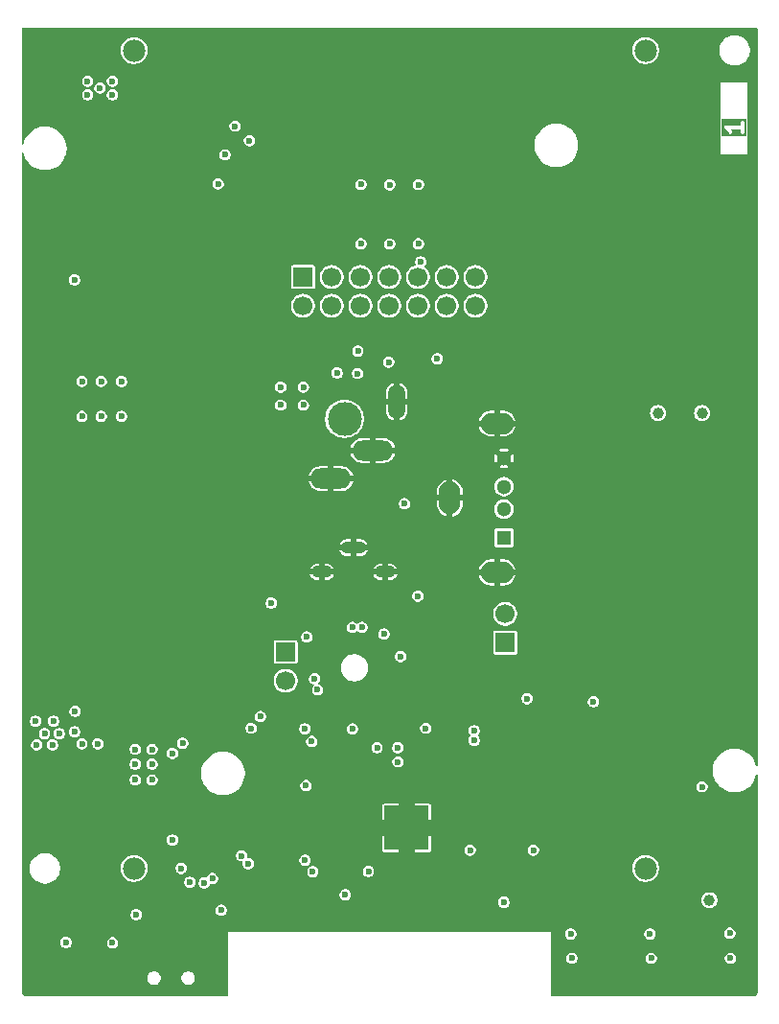
<source format=gbr>
%TF.GenerationSoftware,KiCad,Pcbnew,9.0.5*%
%TF.CreationDate,2026-01-12T16:44:51+01:00*%
%TF.ProjectId,ZumoComSystem,5a756d6f-436f-46d5-9379-7374656d2e6b,V1.2*%
%TF.SameCoordinates,Original*%
%TF.FileFunction,Copper,L2,Inr*%
%TF.FilePolarity,Positive*%
%FSLAX45Y45*%
G04 Gerber Fmt 4.5, Leading zero omitted, Abs format (unit mm)*
G04 Created by KiCad (PCBNEW 9.0.5) date 2026-01-12 16:44:51*
%MOMM*%
%LPD*%
G01*
G04 APERTURE LIST*
%ADD10C,0.300000*%
%TA.AperFunction,ComponentPad*%
%ADD11R,1.300000X1.300000*%
%TD*%
%TA.AperFunction,ComponentPad*%
%ADD12C,1.300000*%
%TD*%
%TA.AperFunction,ComponentPad*%
%ADD13O,2.900000X1.900000*%
%TD*%
%TA.AperFunction,ComponentPad*%
%ADD14O,1.900000X2.900000*%
%TD*%
%TA.AperFunction,ComponentPad*%
%ADD15O,1.800000X1.100000*%
%TD*%
%TA.AperFunction,ComponentPad*%
%ADD16O,2.200000X1.100000*%
%TD*%
%TA.AperFunction,ComponentPad*%
%ADD17R,1.700000X1.700000*%
%TD*%
%TA.AperFunction,ComponentPad*%
%ADD18C,1.700000*%
%TD*%
%TA.AperFunction,ComponentPad*%
%ADD19C,1.980000*%
%TD*%
%TA.AperFunction,ComponentPad*%
%ADD20C,3.000000*%
%TD*%
%TA.AperFunction,ComponentPad*%
%ADD21O,3.600000X1.800000*%
%TD*%
%TA.AperFunction,ComponentPad*%
%ADD22O,1.508000X3.016000*%
%TD*%
%TA.AperFunction,ComponentPad*%
%ADD23R,3.900000X3.900000*%
%TD*%
%TA.AperFunction,ViaPad*%
%ADD24C,0.600000*%
%TD*%
%TA.AperFunction,ViaPad*%
%ADD25C,1.000000*%
%TD*%
G04 APERTURE END LIST*
D10*
G36*
X17848500Y-6802406D02*
G01*
X17635166Y-6802406D01*
X17635166Y-6728016D01*
X17651833Y-6728016D01*
X17652121Y-6729457D01*
X17652121Y-6730926D01*
X17652689Y-6732298D01*
X17652981Y-6733755D01*
X17653798Y-6734976D01*
X17654361Y-6736333D01*
X17655411Y-6737384D01*
X17656237Y-6738618D01*
X17658489Y-6740461D01*
X17658499Y-6740472D01*
X17658504Y-6740474D01*
X17658512Y-6740481D01*
X17678705Y-6753943D01*
X17690219Y-6765457D01*
X17696274Y-6777565D01*
X17697840Y-6780054D01*
X17702262Y-6783888D01*
X17707814Y-6785739D01*
X17713652Y-6785324D01*
X17718887Y-6782707D01*
X17722722Y-6778285D01*
X17724572Y-6772733D01*
X17724157Y-6766895D01*
X17723106Y-6764149D01*
X17715964Y-6749863D01*
X17715171Y-6748604D01*
X17715019Y-6748238D01*
X17714681Y-6747825D01*
X17714397Y-6747374D01*
X17714098Y-6747115D01*
X17713154Y-6745965D01*
X17710189Y-6743000D01*
X17801833Y-6743000D01*
X17801833Y-6770857D01*
X17802121Y-6773783D01*
X17804361Y-6779191D01*
X17808499Y-6783329D01*
X17813906Y-6785569D01*
X17819759Y-6785569D01*
X17825166Y-6783329D01*
X17829305Y-6779191D01*
X17831545Y-6773783D01*
X17831833Y-6770857D01*
X17831833Y-6685143D01*
X17831545Y-6682216D01*
X17829305Y-6676809D01*
X17825166Y-6672671D01*
X17819759Y-6670431D01*
X17813906Y-6670431D01*
X17808499Y-6672671D01*
X17804361Y-6676809D01*
X17802121Y-6682216D01*
X17801833Y-6685143D01*
X17801833Y-6713000D01*
X17666833Y-6713000D01*
X17666822Y-6713001D01*
X17666817Y-6713000D01*
X17666802Y-6713003D01*
X17663906Y-6713288D01*
X17662534Y-6713856D01*
X17661078Y-6714148D01*
X17659857Y-6714965D01*
X17658499Y-6715528D01*
X17657449Y-6716578D01*
X17656215Y-6717404D01*
X17655400Y-6718627D01*
X17654361Y-6719666D01*
X17653792Y-6721038D01*
X17652969Y-6722274D01*
X17652683Y-6723716D01*
X17652121Y-6725073D01*
X17652121Y-6726559D01*
X17651833Y-6728016D01*
X17635166Y-6728016D01*
X17635166Y-6653764D01*
X17848500Y-6653764D01*
X17848500Y-6802406D01*
G37*
D11*
%TO.N,Net-(D16-K)*%
%TO.C,J1*%
X15708500Y-10350000D03*
D12*
%TO.N,/Zumo_Connector/D-*%
X15708500Y-10100000D03*
%TO.N,/Zumo_Connector/D+*%
X15708500Y-9900000D03*
%TO.N,GND*%
X15708500Y-9650000D03*
D13*
X15648500Y-10657000D03*
D14*
X15230500Y-10000000D03*
D13*
X15648500Y-9343000D03*
%TD*%
D15*
%TO.N,GND*%
%TO.C,J7*%
X14660000Y-10652500D03*
D16*
X14380000Y-10437500D03*
D15*
X14100000Y-10652500D03*
%TD*%
D17*
%TO.N,/Zumo_Connector/D+*%
%TO.C,TP5*%
X15720000Y-11277500D03*
D18*
%TO.N,/Zumo_Connector/D-*%
X15720000Y-11023500D03*
%TD*%
D19*
%TO.N,Net-(BT1--)*%
%TO.C,BT2*%
X16960000Y-6048000D03*
%TO.N,GNDREF*%
X16960000Y-13270000D03*
%TD*%
D17*
%TO.N,/MCU/ESP_RX*%
%TO.C,TP7*%
X13780000Y-11360000D03*
D18*
%TO.N,/MCU/ESP_TX*%
X13780000Y-11614000D03*
%TD*%
D20*
%TO.N,Net-(D8-A)*%
%TO.C,J6*%
X14300000Y-9300000D03*
D21*
%TO.N,GND*%
X14180000Y-9830000D03*
X14550000Y-9580000D03*
D22*
X14760000Y-9150000D03*
%TD*%
D23*
%TO.N,GND*%
%TO.C,U1*%
X14850000Y-12913000D03*
%TD*%
D19*
%TO.N,/Battery/RAW_VBatt*%
%TO.C,BT1*%
X12440000Y-13271000D03*
%TO.N,Net-(BT1--)*%
X12440000Y-6049000D03*
%TD*%
D17*
%TO.N,Net-(J4-Pin_1)*%
%TO.C,J4*%
X13933500Y-8048500D03*
D18*
%TO.N,Net-(J4-Pin_2)*%
X13933500Y-8302500D03*
%TO.N,Net-(J4-Pin_3)*%
X14187500Y-8048500D03*
%TO.N,Net-(J4-Pin_4)*%
X14187500Y-8302500D03*
%TO.N,Net-(J4-Pin_5)*%
X14441500Y-8048500D03*
%TO.N,Net-(J4-Pin_6)*%
X14441500Y-8302500D03*
%TO.N,Net-(J4-Pin_7)*%
X14695500Y-8048500D03*
%TO.N,Net-(J4-Pin_8)*%
X14695500Y-8302500D03*
%TO.N,Net-(J4-Pin_9)*%
X14949500Y-8048500D03*
%TO.N,Net-(J4-Pin_10)*%
X14949500Y-8302500D03*
%TO.N,Net-(J4-Pin_11)*%
X15203500Y-8048500D03*
%TO.N,Net-(J4-Pin_12)*%
X15203500Y-8302500D03*
%TO.N,Net-(J4-Pin_13)*%
X15457500Y-8048500D03*
%TO.N,Net-(J4-Pin_14)*%
X15457500Y-8302500D03*
%TD*%
D24*
%TO.N,GND*%
X14700000Y-7864000D03*
X14446000Y-7864000D03*
X14452000Y-7334000D03*
X14953000Y-7329000D03*
X14700000Y-7335000D03*
%TO.N,/MCU/EXT_SPI_MOSI*%
X14954000Y-7233000D03*
%TO.N,GND*%
X15214000Y-7319000D03*
%TO.N,+5V*%
X14446000Y-7232000D03*
%TO.N,/USB_UART/DTR*%
X13653000Y-10928000D03*
%TO.N,/MCU/EXT_SPI_MISO*%
X14700000Y-7234000D03*
X14588000Y-12206000D03*
%TO.N,/MCU/EXT_SPI_MOSI*%
X14772000Y-12330200D03*
%TO.N,/MCU/EXT_SPI_CLK*%
X14770000Y-12205200D03*
X14446000Y-7756000D03*
%TO.N,/MCU/EXT_SPI_CS*%
X14700000Y-7757000D03*
X15913000Y-11772000D03*
%TO.N,+3V3*%
X14954000Y-7756000D03*
%TO.N,GND*%
X14956000Y-6799000D03*
X14709000Y-6802000D03*
X14444000Y-6802000D03*
X14243000Y-12960393D03*
X16380000Y-10120000D03*
X15196000Y-12149000D03*
X14249000Y-12689000D03*
%TO.N,+3V3*%
X15709000Y-13570000D03*
X13211000Y-13641000D03*
D25*
X17070000Y-9250000D03*
X17524507Y-13550493D03*
D24*
X12460000Y-13679550D03*
X14650000Y-11201000D03*
X14830000Y-10050000D03*
X17460000Y-12550000D03*
X13557550Y-11930000D03*
D25*
X17460000Y-9250000D03*
D24*
%TO.N,GND*%
X15110000Y-10790000D03*
X15450000Y-6854750D03*
X15450000Y-7166500D03*
X12859000Y-12819000D03*
X15354167Y-13654750D03*
X12170000Y-11280000D03*
X16925000Y-12455000D03*
X15277000Y-9369000D03*
X16725000Y-11285000D03*
X16064000Y-5890000D03*
X16168000Y-11617000D03*
X12861000Y-12468000D03*
X12800000Y-13200000D03*
X16660000Y-14100000D03*
X16296000Y-5890000D03*
X11785000Y-13500000D03*
X17910000Y-6200000D03*
X14830000Y-5890000D03*
X14580000Y-12775000D03*
X13985000Y-9560000D03*
X12910000Y-7440000D03*
X13690000Y-13300000D03*
X17237500Y-12055000D03*
X16860000Y-8080000D03*
X14320000Y-5890000D03*
X17910000Y-10065262D03*
X17670000Y-13300000D03*
X16725000Y-11530000D03*
X13544784Y-12644784D03*
X15270000Y-11040000D03*
X14000000Y-10110000D03*
X14173001Y-11270500D03*
X16871000Y-13651000D03*
X12404000Y-13987550D03*
X11900000Y-8810000D03*
X15358000Y-6648000D03*
X12690000Y-14040000D03*
X12860000Y-12990000D03*
X15120000Y-12040000D03*
X14389000Y-13143000D03*
X14931000Y-13252000D03*
X14325000Y-10987000D03*
X17050000Y-6860000D03*
X17565000Y-12980000D03*
X11490000Y-6700000D03*
X12154167Y-10534750D03*
X17245000Y-11285000D03*
X14026000Y-13790000D03*
X15420000Y-12660000D03*
X16660000Y-13600000D03*
X11490000Y-14018000D03*
X15650000Y-11770000D03*
X15136000Y-13111000D03*
X16170000Y-14360000D03*
X14633000Y-10865000D03*
X13114000Y-5890000D03*
X12290000Y-5890000D03*
X13810000Y-5890000D03*
X16090000Y-13790000D03*
X11490000Y-10377142D03*
X12262000Y-14151550D03*
X17900000Y-12642104D03*
X12650000Y-5890000D03*
X14870000Y-13560000D03*
X12083000Y-12725000D03*
X13447000Y-8475000D03*
X17005000Y-9460000D03*
X15530000Y-11350000D03*
X15023843Y-9029450D03*
X17327550Y-12466000D03*
X15928000Y-7525000D03*
X13081000Y-12636000D03*
X13245450Y-7110000D03*
X16100000Y-13520000D03*
X14208000Y-7838000D03*
X16395000Y-11940000D03*
X13510000Y-10082450D03*
X16440000Y-12290000D03*
X14910000Y-9860000D03*
X12410000Y-9420000D03*
X15832000Y-5890000D03*
X17910000Y-5890000D03*
X15136000Y-12845000D03*
X14267500Y-11620500D03*
X16469000Y-6869000D03*
X12170000Y-11800000D03*
X15160000Y-10450000D03*
X17165671Y-12619950D03*
X17910000Y-7917894D03*
X16725000Y-10774750D03*
X11900000Y-9420000D03*
X11900943Y-8270943D03*
X13422000Y-12247000D03*
X13910000Y-6960000D03*
X12260000Y-14360000D03*
X13550000Y-9420000D03*
X17373000Y-13441000D03*
X14033000Y-8538000D03*
X12170000Y-10770000D03*
X13143000Y-14240000D03*
X17650000Y-8690000D03*
X17580000Y-12130000D03*
X13703000Y-7783000D03*
X13535000Y-13589000D03*
X16640000Y-7030000D03*
X15037000Y-11040000D03*
X11975000Y-13425000D03*
X12920000Y-8850000D03*
X13346000Y-5890000D03*
X13363341Y-6852341D03*
X11490000Y-8097143D03*
X11490000Y-13676000D03*
X12170000Y-11030000D03*
X13820000Y-8660000D03*
X13470000Y-11810000D03*
X14315000Y-8175000D03*
X13893389Y-11512950D03*
X12861000Y-12270000D03*
X14330000Y-13250000D03*
X11490000Y-11028570D03*
X15058000Y-13790000D03*
X11490000Y-14360000D03*
X11930000Y-14360000D03*
X17910000Y-13930525D03*
X15363000Y-12970000D03*
X12495000Y-14140000D03*
X13768000Y-13790000D03*
X12900000Y-10540000D03*
X17580000Y-11090000D03*
X11490000Y-7120000D03*
X13867000Y-11041000D03*
X17120000Y-5890000D03*
X16730000Y-11795000D03*
X12450000Y-10134750D03*
X13890000Y-7290000D03*
X17910000Y-14360000D03*
X13000000Y-12170000D03*
X16985000Y-11675000D03*
X16660000Y-13842193D03*
X17360000Y-8440000D03*
X12770000Y-12170000D03*
X15358000Y-13175000D03*
X16990000Y-10046000D03*
X17860000Y-8776842D03*
X17354000Y-6311000D03*
X14507500Y-11620500D03*
X16660000Y-14360000D03*
X11830000Y-10010000D03*
X14681533Y-10050000D03*
X15815000Y-13092500D03*
X13164000Y-13442000D03*
X17162000Y-13352000D03*
X11490000Y-12650000D03*
X15326000Y-8815000D03*
X17500000Y-13840000D03*
X14580000Y-13100000D03*
X11490000Y-9725714D03*
X14010000Y-12660000D03*
X16485000Y-12835000D03*
X14650000Y-11750000D03*
X12280000Y-13580000D03*
X16490000Y-9385000D03*
X16198000Y-9657000D03*
X12440000Y-8850000D03*
X12720000Y-13580000D03*
X12979000Y-13090000D03*
X12728000Y-9737550D03*
X15420000Y-12456000D03*
X15180000Y-12530000D03*
X14542000Y-13790000D03*
X14340000Y-12420000D03*
X16735000Y-12190000D03*
X13500000Y-12850000D03*
X13452000Y-12530000D03*
X13240000Y-14360000D03*
X14977000Y-8890000D03*
X16176000Y-9376000D03*
X16300000Y-6630000D03*
X14186000Y-6801000D03*
X16314167Y-7894750D03*
X15050000Y-12400000D03*
X13650000Y-11030000D03*
X14800000Y-13790000D03*
X14216000Y-13173000D03*
X11980000Y-12990000D03*
X16570000Y-7590000D03*
X15754167Y-7094750D03*
X17240000Y-11795000D03*
X17245000Y-11545000D03*
X11890000Y-7290000D03*
X13750000Y-10780000D03*
X15080000Y-5890000D03*
X12370000Y-13860000D03*
X15450000Y-7790000D03*
X16760000Y-5890000D03*
X17360000Y-14100000D03*
X14476000Y-12298000D03*
X11890000Y-5890000D03*
X13510000Y-13790000D03*
X13124000Y-7746000D03*
X12168000Y-13987550D03*
X17910000Y-6629474D03*
X15674167Y-7894750D03*
X13610000Y-12380000D03*
X16725000Y-11036000D03*
X11490000Y-13334000D03*
X17650000Y-7690000D03*
X13776000Y-11216000D03*
X12910000Y-11620000D03*
X14787000Y-11011000D03*
X17430000Y-9005000D03*
X16510000Y-8870000D03*
X14020000Y-12290000D03*
X16983000Y-10396000D03*
X17910000Y-8347368D03*
X17910000Y-10494736D03*
X13400000Y-13441400D03*
X16314167Y-7174750D03*
X12882000Y-5890000D03*
X14828000Y-6614000D03*
X11490000Y-10051428D03*
X15600000Y-5890000D03*
X11490000Y-6295000D03*
X14388000Y-12753000D03*
X13150000Y-13583000D03*
X17580000Y-9810000D03*
X17650000Y-8150000D03*
X13996000Y-13441400D03*
X11490000Y-7771428D03*
X17911000Y-13071578D03*
X14106955Y-13589000D03*
X14850000Y-8510000D03*
X14611000Y-11277000D03*
X13280000Y-12970000D03*
X15832000Y-13795000D03*
X11785000Y-12700000D03*
X14060000Y-5890000D03*
X16990000Y-8805000D03*
X13186000Y-13297000D03*
X14870000Y-12510000D03*
X17910000Y-13501051D03*
X15914167Y-6614750D03*
X17610000Y-9250000D03*
X12865000Y-13351000D03*
X11995000Y-13813000D03*
X12160000Y-11540000D03*
X17720000Y-7210000D03*
X11871030Y-7955483D03*
X17110000Y-13550000D03*
X12780000Y-14360000D03*
X13181000Y-7326000D03*
X16937000Y-7127000D03*
X14795841Y-8810841D03*
X16218000Y-11137000D03*
X15207000Y-6804000D03*
X13630000Y-10310000D03*
X14398000Y-9060000D03*
X11490000Y-12992000D03*
X16930000Y-7500000D03*
X16985000Y-9135000D03*
X16508000Y-9640000D03*
X13470000Y-11310000D03*
X17280000Y-13840000D03*
X17327550Y-12200000D03*
X15340000Y-5890000D03*
X13760000Y-10580000D03*
X14510000Y-12510000D03*
X17910000Y-11783157D03*
X16200000Y-8580000D03*
X15725000Y-12875000D03*
X17910000Y-12212630D03*
X13680000Y-12860000D03*
X16170000Y-14040000D03*
X15574000Y-13788000D03*
X16554167Y-8294750D03*
X13555000Y-8930000D03*
X11490000Y-8422857D03*
X14222000Y-13441400D03*
X17020000Y-6410000D03*
X17910000Y-9206315D03*
X13578000Y-5890000D03*
X17910000Y-7488421D03*
X14010000Y-10340000D03*
X17360000Y-7830000D03*
X14284000Y-13790000D03*
X11490000Y-11354285D03*
X13280000Y-12810000D03*
X17910000Y-7058947D03*
X13090000Y-14020000D03*
X16528000Y-5890000D03*
X11490000Y-11680000D03*
X14340000Y-12130000D03*
X12640000Y-7670000D03*
X14570000Y-5890000D03*
X12790000Y-13860000D03*
X15170000Y-9600000D03*
X13600000Y-10490000D03*
X12859000Y-12644000D03*
X15810000Y-12604450D03*
X13990000Y-12970000D03*
X17650095Y-13537437D03*
X11490000Y-9074285D03*
X17025000Y-12200000D03*
X17910000Y-9635789D03*
X11490000Y-5890000D03*
X16180000Y-8230000D03*
X15786000Y-12357000D03*
X16225841Y-12605841D03*
X17580000Y-11730000D03*
X14507500Y-11380500D03*
X13240000Y-13840000D03*
X11785000Y-13120000D03*
X13319500Y-6589500D03*
X13790000Y-6630000D03*
X17360000Y-14360000D03*
X16785000Y-8570000D03*
X13470000Y-10830000D03*
X11490000Y-10702856D03*
X13918000Y-11687000D03*
X16385000Y-8565000D03*
X17321000Y-13157000D03*
X12646000Y-7273000D03*
X14700000Y-13453000D03*
X17910000Y-10924210D03*
X12547000Y-6604000D03*
X17515000Y-5894750D03*
X15594167Y-8454750D03*
X12690000Y-8710000D03*
X11720000Y-13980000D03*
X16159000Y-10140000D03*
X13385000Y-7126000D03*
X16278000Y-9032000D03*
X12968000Y-13573000D03*
X15620000Y-8870000D03*
X17910000Y-11353683D03*
X14555000Y-8853000D03*
X13240000Y-14126000D03*
X11490000Y-8748571D03*
X12070000Y-12580000D03*
X13010000Y-14160000D03*
X15316000Y-13790000D03*
X12540000Y-7460000D03*
X12540000Y-14360000D03*
X16890000Y-13030000D03*
X12920000Y-9920000D03*
X13530000Y-13080000D03*
X15835000Y-10575000D03*
X14325000Y-10755000D03*
X14267500Y-11380500D03*
X17580000Y-10450000D03*
X15209000Y-7805000D03*
X11490000Y-7445714D03*
X13010000Y-14360000D03*
X15060000Y-11400000D03*
X14201000Y-7296000D03*
X11490000Y-9399999D03*
%TO.N,+5V*%
X13183000Y-7227000D03*
X13333500Y-6716500D03*
%TO.N,GNDREF*%
X13133597Y-13361518D03*
X12780000Y-12255000D03*
X12780000Y-13020000D03*
%TO.N,/Battery/VM*%
X11919000Y-11885000D03*
X12120000Y-12170000D03*
X11915805Y-12064195D03*
%TO.N,/Power_Supply/Switched_V_Batt*%
X13460000Y-6844000D03*
X13245450Y-6970000D03*
%TO.N,Net-(D8-K)*%
X14419000Y-8702500D03*
%TO.N,Net-(D9-K)*%
X14690000Y-8800000D03*
%TO.N,/Battery/V_Batt*%
X11650000Y-12080000D03*
X11730000Y-11970000D03*
X11980000Y-9280000D03*
X13736750Y-9180000D03*
X12140000Y-6380000D03*
X12150000Y-8971000D03*
X11580000Y-12180000D03*
X11720000Y-12180000D03*
X12250000Y-6440000D03*
X11780000Y-12080000D03*
X12250000Y-6320000D03*
X11980000Y-8970000D03*
X13736750Y-9020000D03*
X13936750Y-9020000D03*
X12330000Y-8971000D03*
X15120000Y-8770000D03*
X11570000Y-11970000D03*
X12330000Y-9279000D03*
X11980000Y-12170000D03*
X12030000Y-6440000D03*
X13936750Y-9180000D03*
X12150000Y-9279000D03*
X12030000Y-6320000D03*
%TO.N,/USB_UART/VBUS*%
X14949000Y-10867000D03*
%TO.N,/USB_UART/D+*%
X14370000Y-11142500D03*
%TO.N,/USB_UART/D-*%
X14455000Y-11142500D03*
%TO.N,Net-(IC1-DO)*%
X14512000Y-13298000D03*
X14306000Y-13504000D03*
%TO.N,Net-(IC2-SENSE)*%
X14415000Y-8901000D03*
X14236000Y-8896050D03*
%TO.N,/Zumo_Connector/nRESET*%
X16500000Y-11800000D03*
%TO.N,/USB_UART/EN*%
X15969375Y-13109375D03*
%TO.N,/MCU/Zumo_RST*%
X15410000Y-13110000D03*
%TO.N,/USB_UART/RTS*%
X14036002Y-11596385D03*
%TO.N,/USB_UART/DTR*%
X13965836Y-11227096D03*
X14062450Y-11693714D03*
%TO.N,Net-(Q7-G)*%
X11915000Y-8075000D03*
%TO.N,/MCU/User_Button*%
X11840000Y-13925000D03*
X12250250Y-13927750D03*
X13950000Y-12038000D03*
X13475000Y-12033500D03*
%TO.N,/MCU/Button_A*%
X16310000Y-14065000D03*
%TO.N,/MCU/Button_B*%
X17010000Y-14065000D03*
%TO.N,/MCU/Button_C*%
X17710000Y-14065000D03*
%TO.N,/MCU/ESP_RX*%
X13951000Y-13199000D03*
%TO.N,/MCU/ESP_TX*%
X14020000Y-13300000D03*
%TO.N,/Battery/V_Batt_Scaled*%
X15017500Y-12034000D03*
%TO.N,/MCU/Info_LED_R*%
X13960000Y-12540000D03*
%TO.N,/MCU/Info_LED_G*%
X13390050Y-13160000D03*
%TO.N,/MCU/Info_LED_B*%
X13450000Y-13230000D03*
%TO.N,/MCU/ESP_USB_D-*%
X15446062Y-12140000D03*
%TO.N,/MCU/ESP_USB_D+*%
X15446062Y-12055000D03*
%TO.N,/Battery/RAW_VBatt*%
X12600000Y-12350000D03*
X12450000Y-12350000D03*
X12600000Y-12490000D03*
X12600000Y-12220000D03*
X12450000Y-12220000D03*
X12450000Y-12490000D03*
%TO.N,Net-(BT1--)*%
X12869999Y-12165467D03*
%TO.N,Net-(D2-A)*%
X16298750Y-13850000D03*
%TO.N,Net-(D3-A)*%
X16998750Y-13850000D03*
%TO.N,Net-(D4-A)*%
X17704375Y-13844375D03*
%TO.N,Net-(J4-Pin_10)*%
X14973911Y-7915725D03*
%TO.N,Net-(U2-~{RST})*%
X14796000Y-11400500D03*
%TO.N,Net-(D1-GK)*%
X13060000Y-13398996D03*
%TO.N,Net-(D1-BK)*%
X12934000Y-13393000D03*
%TO.N,Net-(D1-RK)*%
X12856500Y-13270500D03*
%TO.N,Net-(R23-Pad2)*%
X14010000Y-12150000D03*
X14370000Y-12040000D03*
%TD*%
%TA.AperFunction,Conductor*%
%TO.N,GND*%
G36*
X17947783Y-5852217D02*
G01*
X17949950Y-5857450D01*
X17949950Y-12363255D01*
X17947783Y-12368487D01*
X17942550Y-12370655D01*
X17937317Y-12368487D01*
X17935402Y-12365170D01*
X17929723Y-12343974D01*
X17920063Y-12320655D01*
X17920063Y-12320655D01*
X17907443Y-12298795D01*
X17892077Y-12278771D01*
X17874229Y-12260923D01*
X17854205Y-12245557D01*
X17854205Y-12245557D01*
X17854205Y-12245557D01*
X17843398Y-12239318D01*
X17832345Y-12232937D01*
X17832345Y-12232936D01*
X17832345Y-12232936D01*
X17809026Y-12223277D01*
X17784645Y-12216744D01*
X17766209Y-12214317D01*
X17759620Y-12213450D01*
X17734380Y-12213450D01*
X17728557Y-12214216D01*
X17709355Y-12216744D01*
X17684974Y-12223277D01*
X17661655Y-12232936D01*
X17661655Y-12232937D01*
X17639795Y-12245557D01*
X17622582Y-12258766D01*
X17620908Y-12260050D01*
X17619770Y-12260923D01*
X17601923Y-12278770D01*
X17586557Y-12298795D01*
X17573937Y-12320655D01*
X17573937Y-12320655D01*
X17564277Y-12343974D01*
X17557745Y-12368355D01*
X17554450Y-12393380D01*
X17554450Y-12418620D01*
X17557745Y-12443645D01*
X17564277Y-12468026D01*
X17573359Y-12489950D01*
X17573937Y-12491345D01*
X17576062Y-12495026D01*
X17584678Y-12509950D01*
X17586557Y-12513205D01*
X17601923Y-12533229D01*
X17619771Y-12551077D01*
X17639795Y-12566443D01*
X17661655Y-12579063D01*
X17684974Y-12588723D01*
X17709355Y-12595255D01*
X17734380Y-12598550D01*
X17734380Y-12598550D01*
X17759620Y-12598550D01*
X17759620Y-12598550D01*
X17784645Y-12595255D01*
X17809026Y-12588723D01*
X17832345Y-12579063D01*
X17854205Y-12566443D01*
X17874229Y-12551077D01*
X17892077Y-12533229D01*
X17907443Y-12513205D01*
X17920063Y-12491345D01*
X17929723Y-12468026D01*
X17935402Y-12446830D01*
X17938850Y-12442336D01*
X17944465Y-12441597D01*
X17948959Y-12445045D01*
X17949950Y-12448745D01*
X17949950Y-14369417D01*
X17949859Y-14370575D01*
X17949859Y-14370575D01*
X17948667Y-14378097D01*
X17947952Y-14380299D01*
X17944762Y-14386560D01*
X17943401Y-14388433D01*
X17938433Y-14393401D01*
X17936560Y-14394762D01*
X17930299Y-14397952D01*
X17928097Y-14398667D01*
X17922375Y-14399574D01*
X17920575Y-14399859D01*
X17919418Y-14399950D01*
X16132300Y-14399950D01*
X16127067Y-14397783D01*
X16124900Y-14392550D01*
X16124900Y-14058410D01*
X16259950Y-14058410D01*
X16259950Y-14071589D01*
X16263361Y-14084318D01*
X16263361Y-14084318D01*
X16263361Y-14084319D01*
X16269950Y-14095731D01*
X16279269Y-14105050D01*
X16290681Y-14111639D01*
X16303410Y-14115050D01*
X16303411Y-14115050D01*
X16303411Y-14115050D01*
X16316589Y-14115050D01*
X16316589Y-14115050D01*
X16329319Y-14111639D01*
X16340731Y-14105050D01*
X16350050Y-14095731D01*
X16356639Y-14084319D01*
X16360050Y-14071589D01*
X16360050Y-14071589D01*
X16360050Y-14058411D01*
X16360050Y-14058410D01*
X16959950Y-14058410D01*
X16959950Y-14071589D01*
X16963361Y-14084318D01*
X16963361Y-14084318D01*
X16963361Y-14084319D01*
X16969950Y-14095731D01*
X16979269Y-14105050D01*
X16990681Y-14111639D01*
X17003411Y-14115050D01*
X17003411Y-14115050D01*
X17003411Y-14115050D01*
X17016589Y-14115050D01*
X17016589Y-14115050D01*
X17029319Y-14111639D01*
X17040731Y-14105050D01*
X17050050Y-14095731D01*
X17056639Y-14084319D01*
X17060050Y-14071589D01*
X17060050Y-14071589D01*
X17060050Y-14058411D01*
X17060050Y-14058410D01*
X17659950Y-14058410D01*
X17659950Y-14071589D01*
X17663361Y-14084318D01*
X17663361Y-14084318D01*
X17663361Y-14084319D01*
X17669950Y-14095731D01*
X17679269Y-14105050D01*
X17690681Y-14111639D01*
X17703411Y-14115050D01*
X17703411Y-14115050D01*
X17703411Y-14115050D01*
X17716589Y-14115050D01*
X17716589Y-14115050D01*
X17729319Y-14111639D01*
X17740731Y-14105050D01*
X17750050Y-14095731D01*
X17756639Y-14084319D01*
X17760050Y-14071589D01*
X17760050Y-14071589D01*
X17760050Y-14058411D01*
X17760050Y-14058410D01*
X17756639Y-14045682D01*
X17756639Y-14045681D01*
X17750050Y-14034269D01*
X17740731Y-14024950D01*
X17729319Y-14018361D01*
X17729318Y-14018361D01*
X17716589Y-14014950D01*
X17716589Y-14014950D01*
X17703411Y-14014950D01*
X17703411Y-14014950D01*
X17690682Y-14018361D01*
X17690681Y-14018361D01*
X17679269Y-14024950D01*
X17669950Y-14034268D01*
X17663361Y-14045681D01*
X17663361Y-14045682D01*
X17659950Y-14058410D01*
X17060050Y-14058410D01*
X17056639Y-14045682D01*
X17056639Y-14045681D01*
X17050050Y-14034269D01*
X17040731Y-14024950D01*
X17029319Y-14018361D01*
X17029318Y-14018361D01*
X17016589Y-14014950D01*
X17016589Y-14014950D01*
X17003411Y-14014950D01*
X17003411Y-14014950D01*
X16990682Y-14018361D01*
X16990681Y-14018361D01*
X16979269Y-14024950D01*
X16969950Y-14034268D01*
X16963361Y-14045681D01*
X16963361Y-14045682D01*
X16959950Y-14058410D01*
X16360050Y-14058410D01*
X16356639Y-14045682D01*
X16356639Y-14045681D01*
X16350050Y-14034269D01*
X16340731Y-14024950D01*
X16329319Y-14018361D01*
X16329318Y-14018361D01*
X16316589Y-14014950D01*
X16316589Y-14014950D01*
X16303411Y-14014950D01*
X16303411Y-14014950D01*
X16290682Y-14018361D01*
X16290681Y-14018361D01*
X16279268Y-14024950D01*
X16269950Y-14034268D01*
X16263361Y-14045681D01*
X16263361Y-14045682D01*
X16259950Y-14058410D01*
X16124900Y-14058410D01*
X16124900Y-13843410D01*
X16248700Y-13843410D01*
X16248700Y-13856589D01*
X16252110Y-13869318D01*
X16252110Y-13869318D01*
X16252111Y-13869319D01*
X16258700Y-13880731D01*
X16268018Y-13890050D01*
X16279431Y-13896639D01*
X16292160Y-13900050D01*
X16292160Y-13900050D01*
X16292161Y-13900050D01*
X16305339Y-13900050D01*
X16305339Y-13900050D01*
X16318068Y-13896639D01*
X16329481Y-13890050D01*
X16338800Y-13880731D01*
X16345389Y-13869319D01*
X16348800Y-13856589D01*
X16348800Y-13856589D01*
X16348800Y-13843411D01*
X16348800Y-13843410D01*
X16948700Y-13843410D01*
X16948700Y-13856589D01*
X16952110Y-13869318D01*
X16952111Y-13869318D01*
X16952111Y-13869319D01*
X16958700Y-13880731D01*
X16968018Y-13890050D01*
X16979431Y-13896639D01*
X16992160Y-13900050D01*
X16992160Y-13900050D01*
X16992161Y-13900050D01*
X17005339Y-13900050D01*
X17005339Y-13900050D01*
X17018068Y-13896639D01*
X17029481Y-13890050D01*
X17038800Y-13880731D01*
X17045389Y-13869319D01*
X17048800Y-13856589D01*
X17048800Y-13856589D01*
X17048800Y-13843411D01*
X17047676Y-13839216D01*
X17047676Y-13839216D01*
X17047293Y-13837785D01*
X17654325Y-13837785D01*
X17654325Y-13850964D01*
X17657736Y-13863693D01*
X17657736Y-13863693D01*
X17657736Y-13863694D01*
X17664325Y-13875106D01*
X17673644Y-13884425D01*
X17685056Y-13891014D01*
X17697786Y-13894425D01*
X17697786Y-13894425D01*
X17697786Y-13894425D01*
X17710964Y-13894425D01*
X17710964Y-13894425D01*
X17723694Y-13891014D01*
X17735106Y-13884425D01*
X17744425Y-13875106D01*
X17751014Y-13863694D01*
X17754425Y-13850964D01*
X17754425Y-13850964D01*
X17754425Y-13837786D01*
X17754425Y-13837785D01*
X17751014Y-13825057D01*
X17751014Y-13825056D01*
X17744425Y-13813644D01*
X17735106Y-13804325D01*
X17727529Y-13799950D01*
X17723694Y-13797736D01*
X17723693Y-13797736D01*
X17710964Y-13794325D01*
X17710964Y-13794325D01*
X17697786Y-13794325D01*
X17697786Y-13794325D01*
X17685057Y-13797736D01*
X17685056Y-13797736D01*
X17673644Y-13804325D01*
X17664325Y-13813643D01*
X17657736Y-13825056D01*
X17657736Y-13825057D01*
X17654325Y-13837785D01*
X17047293Y-13837785D01*
X17045389Y-13830682D01*
X17045389Y-13830681D01*
X17038800Y-13819269D01*
X17029481Y-13809950D01*
X17018069Y-13803361D01*
X17018068Y-13803361D01*
X17005339Y-13799950D01*
X17005339Y-13799950D01*
X16992161Y-13799950D01*
X16992160Y-13799950D01*
X16979432Y-13803361D01*
X16979431Y-13803361D01*
X16968018Y-13809950D01*
X16958700Y-13819268D01*
X16952111Y-13830681D01*
X16952110Y-13830682D01*
X16948700Y-13843410D01*
X16348800Y-13843410D01*
X16347676Y-13839216D01*
X16345389Y-13830681D01*
X16338800Y-13819269D01*
X16329481Y-13809950D01*
X16318069Y-13803361D01*
X16318068Y-13803361D01*
X16305339Y-13799950D01*
X16305339Y-13799950D01*
X16292161Y-13799950D01*
X16292160Y-13799950D01*
X16279432Y-13803361D01*
X16279431Y-13803361D01*
X16268018Y-13809950D01*
X16258700Y-13819268D01*
X16252111Y-13830681D01*
X16252110Y-13830682D01*
X16248700Y-13843410D01*
X16124900Y-13843410D01*
X16124900Y-13833900D01*
X16124900Y-13833900D01*
X13274900Y-13833500D01*
X13274900Y-14392550D01*
X13272733Y-14397783D01*
X13267500Y-14399950D01*
X11480582Y-14399950D01*
X11479425Y-14399859D01*
X11477224Y-14399510D01*
X11471902Y-14398667D01*
X11469701Y-14397952D01*
X11463440Y-14394762D01*
X11461567Y-14393401D01*
X11456599Y-14388433D01*
X11455238Y-14386560D01*
X11452048Y-14380299D01*
X11451332Y-14378097D01*
X11450141Y-14370575D01*
X11450050Y-14369417D01*
X11450050Y-14232094D01*
X12557450Y-14232094D01*
X12557450Y-14247906D01*
X12561542Y-14263178D01*
X12561542Y-14263178D01*
X12561542Y-14263178D01*
X12569448Y-14276872D01*
X12580628Y-14288052D01*
X12594322Y-14295958D01*
X12609594Y-14300050D01*
X12609594Y-14300050D01*
X12609594Y-14300050D01*
X12625406Y-14300050D01*
X12625406Y-14300050D01*
X12640678Y-14295958D01*
X12654372Y-14288052D01*
X12665552Y-14276872D01*
X12673458Y-14263178D01*
X12677550Y-14247906D01*
X12677550Y-14247906D01*
X12677550Y-14232094D01*
X12677550Y-14232094D01*
X12857450Y-14232094D01*
X12857450Y-14247906D01*
X12861542Y-14263178D01*
X12861542Y-14263178D01*
X12861542Y-14263178D01*
X12869448Y-14276872D01*
X12880628Y-14288052D01*
X12894322Y-14295958D01*
X12909594Y-14300050D01*
X12909594Y-14300050D01*
X12909594Y-14300050D01*
X12925406Y-14300050D01*
X12925406Y-14300050D01*
X12940678Y-14295958D01*
X12954372Y-14288052D01*
X12965552Y-14276872D01*
X12973458Y-14263178D01*
X12977550Y-14247906D01*
X12977550Y-14247906D01*
X12977550Y-14232094D01*
X12977550Y-14232094D01*
X12973458Y-14216822D01*
X12973458Y-14216822D01*
X12965552Y-14203128D01*
X12954372Y-14191948D01*
X12940678Y-14184042D01*
X12940678Y-14184042D01*
X12940678Y-14184042D01*
X12925406Y-14179950D01*
X12925406Y-14179950D01*
X12909594Y-14179950D01*
X12909594Y-14179950D01*
X12894322Y-14184042D01*
X12894321Y-14184042D01*
X12880628Y-14191948D01*
X12869448Y-14203128D01*
X12861542Y-14216821D01*
X12861542Y-14216822D01*
X12857450Y-14232094D01*
X12677550Y-14232094D01*
X12673458Y-14216822D01*
X12673458Y-14216822D01*
X12665552Y-14203128D01*
X12654372Y-14191948D01*
X12640678Y-14184042D01*
X12640678Y-14184042D01*
X12640678Y-14184042D01*
X12625406Y-14179950D01*
X12625406Y-14179950D01*
X12609594Y-14179950D01*
X12609594Y-14179950D01*
X12594322Y-14184042D01*
X12594321Y-14184042D01*
X12580628Y-14191948D01*
X12569448Y-14203128D01*
X12561542Y-14216821D01*
X12561542Y-14216822D01*
X12557450Y-14232094D01*
X11450050Y-14232094D01*
X11450050Y-13918410D01*
X11789950Y-13918410D01*
X11789950Y-13931589D01*
X11793361Y-13944318D01*
X11793361Y-13944318D01*
X11793361Y-13944319D01*
X11799950Y-13955731D01*
X11809269Y-13965050D01*
X11820681Y-13971639D01*
X11833410Y-13975050D01*
X11833411Y-13975050D01*
X11833411Y-13975050D01*
X11846589Y-13975050D01*
X11846589Y-13975050D01*
X11859319Y-13971639D01*
X11870731Y-13965050D01*
X11880050Y-13955731D01*
X11886639Y-13944319D01*
X11890050Y-13931589D01*
X11890050Y-13931589D01*
X11890050Y-13921160D01*
X12200200Y-13921160D01*
X12200200Y-13934339D01*
X12203611Y-13947068D01*
X12203611Y-13947068D01*
X12203611Y-13947069D01*
X12210200Y-13958481D01*
X12219519Y-13967800D01*
X12230931Y-13974389D01*
X12243660Y-13977800D01*
X12243661Y-13977800D01*
X12243661Y-13977800D01*
X12256839Y-13977800D01*
X12256839Y-13977800D01*
X12269569Y-13974389D01*
X12280981Y-13967800D01*
X12290300Y-13958481D01*
X12296889Y-13947069D01*
X12300300Y-13934339D01*
X12300300Y-13934339D01*
X12300300Y-13921161D01*
X12300300Y-13921160D01*
X12299563Y-13918410D01*
X12296889Y-13908431D01*
X12290300Y-13897019D01*
X12280981Y-13887700D01*
X12276218Y-13884950D01*
X12269569Y-13881111D01*
X12269568Y-13881111D01*
X12256839Y-13877700D01*
X12256839Y-13877700D01*
X12243661Y-13877700D01*
X12243661Y-13877700D01*
X12230932Y-13881111D01*
X12230931Y-13881111D01*
X12219518Y-13887700D01*
X12210200Y-13897018D01*
X12203611Y-13908431D01*
X12203611Y-13908432D01*
X12200200Y-13921160D01*
X11890050Y-13921160D01*
X11890050Y-13918411D01*
X11890050Y-13918410D01*
X11887376Y-13908431D01*
X11886639Y-13905681D01*
X11880050Y-13894269D01*
X11870731Y-13884950D01*
X11864082Y-13881111D01*
X11859319Y-13878361D01*
X11859318Y-13878361D01*
X11846589Y-13874950D01*
X11846589Y-13874950D01*
X11833411Y-13874950D01*
X11833411Y-13874950D01*
X11820682Y-13878361D01*
X11820681Y-13878361D01*
X11809268Y-13884950D01*
X11799950Y-13894268D01*
X11793361Y-13905681D01*
X11793361Y-13905682D01*
X11789950Y-13918410D01*
X11450050Y-13918410D01*
X11450050Y-13672960D01*
X12409950Y-13672960D01*
X12409950Y-13686139D01*
X12413360Y-13698868D01*
X12413360Y-13698868D01*
X12413360Y-13698869D01*
X12419950Y-13710281D01*
X12429268Y-13719600D01*
X12440681Y-13726189D01*
X12453410Y-13729600D01*
X12453410Y-13729600D01*
X12453410Y-13729600D01*
X12466589Y-13729600D01*
X12466589Y-13729600D01*
X12479318Y-13726189D01*
X12490731Y-13719600D01*
X12500050Y-13710281D01*
X12506639Y-13698869D01*
X12510049Y-13686139D01*
X12510050Y-13686139D01*
X12510050Y-13672961D01*
X12510049Y-13672960D01*
X12506639Y-13660232D01*
X12506639Y-13660231D01*
X12500050Y-13648819D01*
X12490731Y-13639500D01*
X12481916Y-13634411D01*
X12481916Y-13634410D01*
X13160950Y-13634410D01*
X13160950Y-13647589D01*
X13164361Y-13660318D01*
X13164361Y-13660318D01*
X13164361Y-13660319D01*
X13170950Y-13671731D01*
X13180269Y-13681050D01*
X13191681Y-13687639D01*
X13204410Y-13691050D01*
X13204411Y-13691050D01*
X13204411Y-13691050D01*
X13217589Y-13691050D01*
X13217589Y-13691050D01*
X13230319Y-13687639D01*
X13241731Y-13681050D01*
X13251050Y-13671731D01*
X13257639Y-13660319D01*
X13261050Y-13647589D01*
X13261050Y-13647589D01*
X13261050Y-13634411D01*
X13261050Y-13634410D01*
X13257639Y-13621682D01*
X13257639Y-13621681D01*
X13251050Y-13610269D01*
X13241731Y-13600950D01*
X13231679Y-13595146D01*
X13230319Y-13594361D01*
X13230318Y-13594361D01*
X13217589Y-13590950D01*
X13217589Y-13590950D01*
X13204411Y-13590950D01*
X13204411Y-13590950D01*
X13191682Y-13594361D01*
X13191681Y-13594361D01*
X13180268Y-13600950D01*
X13170950Y-13610268D01*
X13164361Y-13621681D01*
X13164361Y-13621682D01*
X13160950Y-13634410D01*
X12481916Y-13634410D01*
X12479319Y-13632911D01*
X12479318Y-13632911D01*
X12466589Y-13629500D01*
X12466589Y-13629500D01*
X12453410Y-13629500D01*
X12453410Y-13629500D01*
X12440681Y-13632911D01*
X12440680Y-13632911D01*
X12429268Y-13639500D01*
X12419950Y-13648818D01*
X12413361Y-13660231D01*
X12413360Y-13660232D01*
X12409950Y-13672960D01*
X11450050Y-13672960D01*
X11450050Y-13563410D01*
X15658950Y-13563410D01*
X15658950Y-13576589D01*
X15662361Y-13589318D01*
X15662361Y-13589318D01*
X15662361Y-13589319D01*
X15668950Y-13600731D01*
X15678269Y-13610050D01*
X15689681Y-13616639D01*
X15702410Y-13620050D01*
X15702411Y-13620050D01*
X15702411Y-13620050D01*
X15715589Y-13620050D01*
X15715589Y-13620050D01*
X15728319Y-13616639D01*
X15739731Y-13610050D01*
X15749050Y-13600731D01*
X15755639Y-13589319D01*
X15759050Y-13576589D01*
X15759050Y-13576589D01*
X15759050Y-13563411D01*
X15759050Y-13563410D01*
X15757437Y-13557392D01*
X15755639Y-13550681D01*
X15751547Y-13543593D01*
X17454457Y-13543593D01*
X17454457Y-13557392D01*
X17457149Y-13570925D01*
X17457150Y-13570926D01*
X17462430Y-13583673D01*
X17469571Y-13594361D01*
X17470096Y-13595147D01*
X17479853Y-13604904D01*
X17491326Y-13612570D01*
X17491326Y-13612570D01*
X17491327Y-13612570D01*
X17504074Y-13617850D01*
X17504075Y-13617851D01*
X17517608Y-13620543D01*
X17517608Y-13620543D01*
X17531407Y-13620543D01*
X17531407Y-13620543D01*
X17544940Y-13617851D01*
X17557689Y-13612570D01*
X17569162Y-13604904D01*
X17578919Y-13595147D01*
X17586585Y-13583674D01*
X17591865Y-13570925D01*
X17594557Y-13557392D01*
X17594557Y-13543593D01*
X17591865Y-13530060D01*
X17586585Y-13517311D01*
X17578919Y-13505838D01*
X17569162Y-13496081D01*
X17557689Y-13488415D01*
X17557688Y-13488415D01*
X17557688Y-13488415D01*
X17544941Y-13483135D01*
X17544940Y-13483134D01*
X17535877Y-13481332D01*
X17531407Y-13480443D01*
X17517608Y-13480443D01*
X17513772Y-13481206D01*
X17504075Y-13483134D01*
X17504074Y-13483135D01*
X17491327Y-13488415D01*
X17479854Y-13496081D01*
X17470096Y-13505839D01*
X17462430Y-13517312D01*
X17457150Y-13530059D01*
X17457149Y-13530060D01*
X17454457Y-13543593D01*
X15751547Y-13543593D01*
X15749050Y-13539269D01*
X15739731Y-13529950D01*
X15728319Y-13523361D01*
X15728318Y-13523361D01*
X15715589Y-13519950D01*
X15715589Y-13519950D01*
X15702411Y-13519950D01*
X15702411Y-13519950D01*
X15689682Y-13523361D01*
X15689681Y-13523361D01*
X15678268Y-13529950D01*
X15668950Y-13539268D01*
X15662361Y-13550681D01*
X15662361Y-13550682D01*
X15658950Y-13563410D01*
X11450050Y-13563410D01*
X11450050Y-13497410D01*
X14255950Y-13497410D01*
X14255950Y-13510589D01*
X14259361Y-13523318D01*
X14259361Y-13523319D01*
X14263253Y-13530060D01*
X14265950Y-13534731D01*
X14275269Y-13544050D01*
X14286681Y-13550639D01*
X14299411Y-13554050D01*
X14299411Y-13554050D01*
X14299411Y-13554050D01*
X14312589Y-13554050D01*
X14312589Y-13554050D01*
X14325319Y-13550639D01*
X14336731Y-13544050D01*
X14346050Y-13534731D01*
X14352639Y-13523319D01*
X14356050Y-13510589D01*
X14356050Y-13510589D01*
X14356050Y-13497411D01*
X14356050Y-13497410D01*
X14355694Y-13496081D01*
X14352639Y-13484681D01*
X14346050Y-13473269D01*
X14336731Y-13463950D01*
X14325319Y-13457361D01*
X14325318Y-13457361D01*
X14312589Y-13453950D01*
X14312589Y-13453950D01*
X14299411Y-13453950D01*
X14299411Y-13453950D01*
X14286682Y-13457361D01*
X14286681Y-13457361D01*
X14275269Y-13463950D01*
X14265950Y-13473268D01*
X14259361Y-13484681D01*
X14259361Y-13484682D01*
X14255950Y-13497410D01*
X11450050Y-13497410D01*
X11450050Y-13260411D01*
X11518450Y-13260411D01*
X11518450Y-13281589D01*
X11521763Y-13302507D01*
X11521763Y-13302508D01*
X11528307Y-13322648D01*
X11537922Y-13341519D01*
X11547665Y-13354929D01*
X11550371Y-13358653D01*
X11565346Y-13373629D01*
X11565347Y-13373629D01*
X11565347Y-13373629D01*
X11575943Y-13381328D01*
X11582480Y-13386077D01*
X11601351Y-13395692D01*
X11601351Y-13395692D01*
X11601351Y-13395693D01*
X11621492Y-13402237D01*
X11621492Y-13402237D01*
X11621493Y-13402237D01*
X11635438Y-13404446D01*
X11642411Y-13405550D01*
X11642411Y-13405550D01*
X11663589Y-13405550D01*
X11668819Y-13404722D01*
X11684507Y-13402237D01*
X11684508Y-13402237D01*
X11684508Y-13402237D01*
X11704648Y-13395693D01*
X11704649Y-13395692D01*
X11704649Y-13395692D01*
X11723520Y-13386077D01*
X11740653Y-13373629D01*
X11755629Y-13358653D01*
X11768077Y-13341520D01*
X11777692Y-13322649D01*
X11778374Y-13320550D01*
X11784237Y-13302508D01*
X11784237Y-13302508D01*
X11784237Y-13302507D01*
X11787550Y-13281589D01*
X11787550Y-13261630D01*
X12320950Y-13261630D01*
X12320950Y-13280369D01*
X12323881Y-13298877D01*
X12323882Y-13298879D01*
X12329672Y-13316699D01*
X12329672Y-13316699D01*
X12338179Y-13333396D01*
X12348826Y-13348050D01*
X12349194Y-13348556D01*
X12362444Y-13361806D01*
X12362444Y-13361806D01*
X12362444Y-13361806D01*
X12377604Y-13372821D01*
X12394301Y-13381328D01*
X12394301Y-13381328D01*
X12412121Y-13387118D01*
X12412122Y-13387118D01*
X12412122Y-13387119D01*
X12424317Y-13389050D01*
X12430630Y-13390050D01*
X12430631Y-13390050D01*
X12449369Y-13390050D01*
X12453996Y-13389317D01*
X12467878Y-13387119D01*
X12467878Y-13387118D01*
X12467879Y-13387118D01*
X12470057Y-13386410D01*
X12883950Y-13386410D01*
X12883950Y-13399589D01*
X12887361Y-13412318D01*
X12887361Y-13412319D01*
X12890823Y-13418315D01*
X12893950Y-13423731D01*
X12903269Y-13433050D01*
X12914681Y-13439639D01*
X12927410Y-13443050D01*
X12927411Y-13443050D01*
X12927411Y-13443050D01*
X12940589Y-13443050D01*
X12940589Y-13443050D01*
X12953319Y-13439639D01*
X12964731Y-13433050D01*
X12974050Y-13423731D01*
X12980639Y-13412319D01*
X12984050Y-13399589D01*
X12984050Y-13399589D01*
X12984050Y-13392407D01*
X13009950Y-13392407D01*
X13009950Y-13405585D01*
X13013360Y-13418314D01*
X13013360Y-13418314D01*
X13013360Y-13418315D01*
X13019950Y-13429727D01*
X13029268Y-13439046D01*
X13040681Y-13445635D01*
X13053410Y-13449046D01*
X13053410Y-13449046D01*
X13053410Y-13449046D01*
X13066589Y-13449046D01*
X13066589Y-13449046D01*
X13079318Y-13445635D01*
X13090731Y-13439046D01*
X13100050Y-13429727D01*
X13106639Y-13418315D01*
X13107775Y-13414076D01*
X13111222Y-13409583D01*
X13116837Y-13408843D01*
X13127008Y-13411568D01*
X13127008Y-13411568D01*
X13127008Y-13411568D01*
X13140186Y-13411568D01*
X13140186Y-13411568D01*
X13152916Y-13408158D01*
X13164328Y-13401568D01*
X13173647Y-13392250D01*
X13180236Y-13380837D01*
X13183647Y-13368108D01*
X13183647Y-13368108D01*
X13183647Y-13354929D01*
X13183647Y-13354929D01*
X13183117Y-13352950D01*
X13180236Y-13342200D01*
X13173647Y-13330787D01*
X13164328Y-13321468D01*
X13157140Y-13317318D01*
X13152916Y-13314879D01*
X13152915Y-13314879D01*
X13140186Y-13311468D01*
X13140186Y-13311468D01*
X13127008Y-13311468D01*
X13127008Y-13311468D01*
X13114279Y-13314879D01*
X13114278Y-13314879D01*
X13102866Y-13321468D01*
X13093547Y-13330787D01*
X13086958Y-13342200D01*
X13086958Y-13342200D01*
X13085822Y-13346439D01*
X13082374Y-13350932D01*
X13076759Y-13351671D01*
X13066589Y-13348946D01*
X13066589Y-13348946D01*
X13053410Y-13348946D01*
X13053410Y-13348946D01*
X13040681Y-13352357D01*
X13040681Y-13352357D01*
X13029268Y-13358946D01*
X13019950Y-13368265D01*
X13013361Y-13379677D01*
X13013360Y-13379678D01*
X13009950Y-13392407D01*
X12984050Y-13392407D01*
X12984050Y-13386411D01*
X12984050Y-13386410D01*
X12982688Y-13381328D01*
X12980639Y-13373681D01*
X12974050Y-13362269D01*
X12964731Y-13352950D01*
X12957121Y-13348556D01*
X12953319Y-13346361D01*
X12953318Y-13346361D01*
X12940589Y-13342950D01*
X12940589Y-13342950D01*
X12927411Y-13342950D01*
X12927411Y-13342950D01*
X12914682Y-13346361D01*
X12914681Y-13346361D01*
X12903268Y-13352950D01*
X12893950Y-13362268D01*
X12887361Y-13373681D01*
X12887361Y-13373682D01*
X12883950Y-13386410D01*
X12470057Y-13386410D01*
X12485699Y-13381328D01*
X12485699Y-13381328D01*
X12489616Y-13379332D01*
X12494977Y-13376600D01*
X12502396Y-13372821D01*
X12517556Y-13361806D01*
X12530806Y-13348556D01*
X12541821Y-13333396D01*
X12550328Y-13316699D01*
X12550653Y-13315699D01*
X12556118Y-13298879D01*
X12556118Y-13298878D01*
X12556119Y-13298878D01*
X12559050Y-13280369D01*
X12559050Y-13263911D01*
X12806450Y-13263911D01*
X12806450Y-13277090D01*
X12809860Y-13289818D01*
X12809861Y-13289819D01*
X12815091Y-13298879D01*
X12816450Y-13301232D01*
X12825768Y-13310550D01*
X12837181Y-13317139D01*
X12849910Y-13320550D01*
X12849910Y-13320550D01*
X12849910Y-13320550D01*
X12863089Y-13320550D01*
X12863089Y-13320550D01*
X12875818Y-13317139D01*
X12887231Y-13310550D01*
X12896550Y-13301232D01*
X12901065Y-13293410D01*
X13969950Y-13293410D01*
X13969950Y-13306589D01*
X13973361Y-13319318D01*
X13973361Y-13319319D01*
X13974072Y-13320550D01*
X13979950Y-13330731D01*
X13989269Y-13340050D01*
X14000681Y-13346639D01*
X14013410Y-13350050D01*
X14013411Y-13350050D01*
X14013411Y-13350050D01*
X14026589Y-13350050D01*
X14026589Y-13350050D01*
X14039319Y-13346639D01*
X14050731Y-13340050D01*
X14060050Y-13330731D01*
X14066639Y-13319319D01*
X14070050Y-13306589D01*
X14070050Y-13306589D01*
X14070050Y-13293411D01*
X14069897Y-13292841D01*
X14069897Y-13292841D01*
X14069514Y-13291410D01*
X14461950Y-13291410D01*
X14461950Y-13304589D01*
X14465361Y-13317318D01*
X14465361Y-13317319D01*
X14468438Y-13322648D01*
X14471950Y-13328731D01*
X14481269Y-13338050D01*
X14492682Y-13344639D01*
X14505411Y-13348050D01*
X14505411Y-13348050D01*
X14505411Y-13348050D01*
X14518590Y-13348050D01*
X14518590Y-13348050D01*
X14531319Y-13344639D01*
X14542732Y-13338050D01*
X14552050Y-13328731D01*
X14558639Y-13317319D01*
X14562050Y-13304589D01*
X14562050Y-13304589D01*
X14562050Y-13291411D01*
X14562050Y-13291410D01*
X14561624Y-13289819D01*
X14558639Y-13278681D01*
X14552050Y-13267269D01*
X14545412Y-13260630D01*
X16840950Y-13260630D01*
X16840950Y-13279369D01*
X16843881Y-13297877D01*
X16843882Y-13297879D01*
X16849672Y-13315699D01*
X16849672Y-13315699D01*
X16858179Y-13332396D01*
X16868528Y-13346639D01*
X16869194Y-13347556D01*
X16882444Y-13360806D01*
X16882444Y-13360806D01*
X16882445Y-13360806D01*
X16897604Y-13371821D01*
X16914301Y-13380328D01*
X16914301Y-13380328D01*
X16932121Y-13386118D01*
X16932122Y-13386118D01*
X16932122Y-13386119D01*
X16944461Y-13388073D01*
X16950631Y-13389050D01*
X16950631Y-13389050D01*
X16969370Y-13389050D01*
X16973996Y-13388317D01*
X16987878Y-13386119D01*
X16987878Y-13386118D01*
X16987879Y-13386118D01*
X17005699Y-13380328D01*
X17005699Y-13380328D01*
X17018744Y-13373681D01*
X17022396Y-13371821D01*
X17037556Y-13360806D01*
X17050806Y-13347556D01*
X17061821Y-13332396D01*
X17070328Y-13315699D01*
X17070594Y-13314879D01*
X17076118Y-13297879D01*
X17076118Y-13297878D01*
X17076119Y-13297878D01*
X17079050Y-13279369D01*
X17079050Y-13260631D01*
X17076119Y-13242122D01*
X17076118Y-13242122D01*
X17076118Y-13242121D01*
X17070328Y-13224301D01*
X17070328Y-13224301D01*
X17061821Y-13207604D01*
X17050807Y-13192444D01*
X17050806Y-13192444D01*
X17050806Y-13192444D01*
X17037556Y-13179194D01*
X17037556Y-13179193D01*
X17037555Y-13179193D01*
X17022396Y-13168179D01*
X17005699Y-13159672D01*
X17005699Y-13159672D01*
X16987879Y-13153882D01*
X16987877Y-13153881D01*
X16969370Y-13150950D01*
X16969369Y-13150950D01*
X16950631Y-13150950D01*
X16950631Y-13150950D01*
X16932123Y-13153881D01*
X16932121Y-13153882D01*
X16914301Y-13159672D01*
X16914301Y-13159672D01*
X16897604Y-13168179D01*
X16882445Y-13179193D01*
X16869193Y-13192444D01*
X16858179Y-13207604D01*
X16849672Y-13224301D01*
X16849672Y-13224301D01*
X16843882Y-13242121D01*
X16843881Y-13242123D01*
X16840950Y-13260630D01*
X14545412Y-13260630D01*
X14542732Y-13257950D01*
X14531319Y-13251361D01*
X14531318Y-13251361D01*
X14518590Y-13247950D01*
X14518589Y-13247950D01*
X14505411Y-13247950D01*
X14505411Y-13247950D01*
X14492682Y-13251361D01*
X14492681Y-13251361D01*
X14481269Y-13257950D01*
X14471950Y-13267268D01*
X14465361Y-13278681D01*
X14465361Y-13278682D01*
X14461950Y-13291410D01*
X14069514Y-13291410D01*
X14066639Y-13280682D01*
X14066639Y-13280681D01*
X14060050Y-13269269D01*
X14050731Y-13259950D01*
X14047267Y-13257950D01*
X14039319Y-13253361D01*
X14039318Y-13253361D01*
X14026589Y-13249950D01*
X14026589Y-13249950D01*
X14013411Y-13249950D01*
X14013411Y-13249950D01*
X14000682Y-13253361D01*
X14000681Y-13253361D01*
X13989268Y-13259950D01*
X13979950Y-13269268D01*
X13973361Y-13280681D01*
X13973361Y-13280682D01*
X13969950Y-13293410D01*
X12901065Y-13293410D01*
X12903139Y-13289819D01*
X12906550Y-13277090D01*
X12906550Y-13277090D01*
X12906550Y-13263911D01*
X12906550Y-13263911D01*
X12905612Y-13260411D01*
X12903139Y-13251182D01*
X12896550Y-13239769D01*
X12887231Y-13230450D01*
X12885986Y-13229731D01*
X12875819Y-13223861D01*
X12875818Y-13223861D01*
X12863089Y-13220450D01*
X12863089Y-13220450D01*
X12849910Y-13220450D01*
X12849910Y-13220450D01*
X12837181Y-13223861D01*
X12837181Y-13223861D01*
X12825768Y-13230450D01*
X12816450Y-13239769D01*
X12809861Y-13251181D01*
X12809860Y-13251182D01*
X12806450Y-13263911D01*
X12559050Y-13263911D01*
X12559050Y-13261631D01*
X12556119Y-13243122D01*
X12556118Y-13243122D01*
X12556118Y-13243121D01*
X12550328Y-13225301D01*
X12550328Y-13225301D01*
X12541821Y-13208604D01*
X12530806Y-13193444D01*
X12530806Y-13193444D01*
X12530806Y-13193444D01*
X12517556Y-13180194D01*
X12517556Y-13180193D01*
X12517555Y-13180193D01*
X12502396Y-13169179D01*
X12485699Y-13160672D01*
X12485699Y-13160672D01*
X12483519Y-13159964D01*
X12483519Y-13159964D01*
X12467878Y-13154881D01*
X12467877Y-13154881D01*
X12458591Y-13153410D01*
X13340000Y-13153410D01*
X13340000Y-13166589D01*
X13343411Y-13179318D01*
X13343411Y-13179319D01*
X13345745Y-13183361D01*
X13350000Y-13190731D01*
X13359319Y-13200050D01*
X13370731Y-13206639D01*
X13383460Y-13210050D01*
X13383461Y-13210050D01*
X13393886Y-13210050D01*
X13399119Y-13212217D01*
X13401286Y-13217450D01*
X13401034Y-13219365D01*
X13399950Y-13223411D01*
X13399950Y-13236589D01*
X13403361Y-13249318D01*
X13403361Y-13249319D01*
X13409499Y-13259950D01*
X13409950Y-13260731D01*
X13419269Y-13270050D01*
X13430681Y-13276639D01*
X13443410Y-13280050D01*
X13443411Y-13280050D01*
X13443411Y-13280050D01*
X13456589Y-13280050D01*
X13456589Y-13280050D01*
X13469319Y-13276639D01*
X13480731Y-13270050D01*
X13490050Y-13260731D01*
X13496639Y-13249319D01*
X13500050Y-13236589D01*
X13500050Y-13236589D01*
X13500050Y-13223411D01*
X13500050Y-13223410D01*
X13498685Y-13218319D01*
X13496639Y-13210681D01*
X13490050Y-13199269D01*
X13483192Y-13192410D01*
X13900950Y-13192410D01*
X13900950Y-13205589D01*
X13904361Y-13218318D01*
X13904361Y-13218319D01*
X13910950Y-13229731D01*
X13920269Y-13239050D01*
X13931681Y-13245639D01*
X13944410Y-13249050D01*
X13944411Y-13249050D01*
X13944411Y-13249050D01*
X13957589Y-13249050D01*
X13957589Y-13249050D01*
X13970319Y-13245639D01*
X13981731Y-13239050D01*
X13991050Y-13229731D01*
X13997639Y-13218319D01*
X14001050Y-13205589D01*
X14001050Y-13205589D01*
X14001050Y-13192411D01*
X14001050Y-13192410D01*
X13998621Y-13183347D01*
X13997639Y-13179681D01*
X13991050Y-13168269D01*
X13981731Y-13158950D01*
X13977728Y-13156639D01*
X13970319Y-13152361D01*
X13970318Y-13152361D01*
X13957589Y-13148950D01*
X13957589Y-13148950D01*
X13944411Y-13148950D01*
X13944411Y-13148950D01*
X13931682Y-13152361D01*
X13931681Y-13152361D01*
X13920268Y-13158950D01*
X13910950Y-13168268D01*
X13904361Y-13179681D01*
X13904361Y-13179682D01*
X13900950Y-13192410D01*
X13483192Y-13192410D01*
X13480731Y-13189950D01*
X13469319Y-13183361D01*
X13469318Y-13183361D01*
X13456589Y-13179950D01*
X13456589Y-13179950D01*
X13446164Y-13179950D01*
X13440931Y-13177783D01*
X13438764Y-13172550D01*
X13439016Y-13170635D01*
X13440100Y-13166589D01*
X13440100Y-13153411D01*
X13440100Y-13153410D01*
X13439819Y-13152361D01*
X13436689Y-13140681D01*
X13430100Y-13129269D01*
X13420781Y-13119950D01*
X13414961Y-13116589D01*
X13409369Y-13113361D01*
X13409368Y-13113361D01*
X13396639Y-13109950D01*
X13396639Y-13109950D01*
X13383461Y-13109950D01*
X13383461Y-13109950D01*
X13370732Y-13113361D01*
X13370731Y-13113361D01*
X13359318Y-13119950D01*
X13350000Y-13129268D01*
X13343411Y-13140681D01*
X13343411Y-13140682D01*
X13340000Y-13153410D01*
X12458591Y-13153410D01*
X12449369Y-13151950D01*
X12449369Y-13151950D01*
X12430631Y-13151950D01*
X12430630Y-13151950D01*
X12412123Y-13154881D01*
X12412121Y-13154882D01*
X12394301Y-13160672D01*
X12394301Y-13160672D01*
X12377604Y-13169179D01*
X12362444Y-13180193D01*
X12349193Y-13193444D01*
X12338179Y-13208604D01*
X12329672Y-13225301D01*
X12329672Y-13225301D01*
X12323882Y-13243121D01*
X12323881Y-13243123D01*
X12320950Y-13261630D01*
X11787550Y-13261630D01*
X11787550Y-13260411D01*
X11784237Y-13239493D01*
X11784237Y-13239492D01*
X11784237Y-13239492D01*
X11777693Y-13219351D01*
X11777692Y-13219351D01*
X11777692Y-13219351D01*
X11768077Y-13200480D01*
X11755639Y-13183361D01*
X11755629Y-13183347D01*
X11755629Y-13183347D01*
X11755629Y-13183346D01*
X11740653Y-13168371D01*
X11740653Y-13168371D01*
X11740653Y-13168371D01*
X11723519Y-13155922D01*
X11704648Y-13146307D01*
X11684508Y-13139763D01*
X11684507Y-13139763D01*
X11663589Y-13136450D01*
X11663589Y-13136450D01*
X11642411Y-13136450D01*
X11642411Y-13136450D01*
X11621493Y-13139763D01*
X11621492Y-13139763D01*
X11601351Y-13146307D01*
X11582480Y-13155922D01*
X11565347Y-13168371D01*
X11550371Y-13183347D01*
X11537922Y-13200480D01*
X11528307Y-13219351D01*
X11521763Y-13239492D01*
X11521763Y-13239493D01*
X11518450Y-13260411D01*
X11450050Y-13260411D01*
X11450050Y-13013411D01*
X12729950Y-13013411D01*
X12729950Y-13026590D01*
X12733361Y-13039318D01*
X12733361Y-13039319D01*
X12733361Y-13039319D01*
X12739950Y-13050732D01*
X12749269Y-13060050D01*
X12760681Y-13066639D01*
X12773411Y-13070050D01*
X12773411Y-13070050D01*
X12773411Y-13070050D01*
X12786589Y-13070050D01*
X12786589Y-13070050D01*
X12799319Y-13066639D01*
X12810731Y-13060050D01*
X12820050Y-13050732D01*
X12826639Y-13039319D01*
X12830050Y-13026590D01*
X12830050Y-13026590D01*
X12830050Y-13013411D01*
X12830050Y-13013411D01*
X12826639Y-13000682D01*
X12826639Y-13000682D01*
X12820050Y-12989269D01*
X12810731Y-12979950D01*
X12799319Y-12973361D01*
X12799318Y-12973361D01*
X12786589Y-12969950D01*
X12786589Y-12969950D01*
X12773411Y-12969950D01*
X12773411Y-12969950D01*
X12760682Y-12973361D01*
X12760681Y-12973361D01*
X12749269Y-12979950D01*
X12739950Y-12989269D01*
X12733361Y-13000681D01*
X12733361Y-13000682D01*
X12729950Y-13013411D01*
X11450050Y-13013411D01*
X11450050Y-12716030D01*
X14635000Y-12716030D01*
X14635000Y-12838000D01*
X14719865Y-12838000D01*
X14710990Y-12855420D01*
X14703693Y-12877875D01*
X14700000Y-12901195D01*
X14700000Y-12924805D01*
X14703693Y-12948125D01*
X14710990Y-12970580D01*
X14719865Y-12988000D01*
X14635000Y-12988000D01*
X14635000Y-13109970D01*
X14636160Y-13115803D01*
X14640581Y-13122419D01*
X14640581Y-13122419D01*
X14647196Y-13126840D01*
X14653030Y-13128000D01*
X14775000Y-13128000D01*
X14775000Y-13043134D01*
X14792420Y-13052010D01*
X14814875Y-13059306D01*
X14838195Y-13063000D01*
X14861805Y-13063000D01*
X14885125Y-13059306D01*
X14907580Y-13052010D01*
X14925000Y-13043134D01*
X14925000Y-13128000D01*
X15046970Y-13128000D01*
X15052803Y-13126840D01*
X15059419Y-13122419D01*
X15059419Y-13122419D01*
X15063840Y-13115803D01*
X15065000Y-13109970D01*
X15065000Y-13103410D01*
X15359950Y-13103410D01*
X15359950Y-13116589D01*
X15363361Y-13129318D01*
X15363361Y-13129318D01*
X15363361Y-13129319D01*
X15369950Y-13140731D01*
X15379269Y-13150050D01*
X15390681Y-13156639D01*
X15403410Y-13160050D01*
X15403411Y-13160050D01*
X15403411Y-13160050D01*
X15416589Y-13160050D01*
X15416589Y-13160050D01*
X15429319Y-13156639D01*
X15440731Y-13150050D01*
X15450050Y-13140731D01*
X15456639Y-13129319D01*
X15460050Y-13116589D01*
X15460050Y-13116589D01*
X15460050Y-13103411D01*
X15460050Y-13103410D01*
X15459882Y-13102785D01*
X15919325Y-13102785D01*
X15919325Y-13115964D01*
X15922736Y-13128693D01*
X15922736Y-13128694D01*
X15927214Y-13136450D01*
X15929325Y-13140106D01*
X15938644Y-13149425D01*
X15950056Y-13156014D01*
X15962785Y-13159425D01*
X15962786Y-13159425D01*
X15962786Y-13159425D01*
X15975964Y-13159425D01*
X15975964Y-13159425D01*
X15988694Y-13156014D01*
X16000106Y-13149425D01*
X16009425Y-13140106D01*
X16016014Y-13128694D01*
X16019425Y-13115964D01*
X16019425Y-13115964D01*
X16019425Y-13102786D01*
X16019425Y-13102785D01*
X16016014Y-13090057D01*
X16016014Y-13090056D01*
X16009425Y-13078644D01*
X16000106Y-13069325D01*
X15989776Y-13063361D01*
X15988694Y-13062736D01*
X15988693Y-13062736D01*
X15975964Y-13059325D01*
X15975964Y-13059325D01*
X15962786Y-13059325D01*
X15962786Y-13059325D01*
X15950057Y-13062736D01*
X15950056Y-13062736D01*
X15938643Y-13069325D01*
X15929325Y-13078643D01*
X15922736Y-13090056D01*
X15922736Y-13090057D01*
X15919325Y-13102785D01*
X15459882Y-13102785D01*
X15456639Y-13090682D01*
X15456639Y-13090681D01*
X15450050Y-13079269D01*
X15440731Y-13069950D01*
X15439649Y-13069325D01*
X15429319Y-13063361D01*
X15429318Y-13063361D01*
X15416589Y-13059950D01*
X15416589Y-13059950D01*
X15403411Y-13059950D01*
X15403411Y-13059950D01*
X15390682Y-13063361D01*
X15390681Y-13063361D01*
X15379268Y-13069950D01*
X15369950Y-13079268D01*
X15363361Y-13090681D01*
X15363361Y-13090682D01*
X15359950Y-13103410D01*
X15065000Y-13103410D01*
X15065000Y-12988000D01*
X14980134Y-12988000D01*
X14989010Y-12970580D01*
X14996306Y-12948125D01*
X15000000Y-12924805D01*
X15000000Y-12901195D01*
X14996306Y-12877875D01*
X14989010Y-12855420D01*
X14980134Y-12838000D01*
X15065000Y-12838000D01*
X15065000Y-12716030D01*
X15063840Y-12710196D01*
X15059419Y-12703581D01*
X15059419Y-12703581D01*
X15052803Y-12699160D01*
X15046970Y-12698000D01*
X14925000Y-12698000D01*
X14925000Y-12782865D01*
X14907580Y-12773990D01*
X14885125Y-12766693D01*
X14861805Y-12763000D01*
X14838195Y-12763000D01*
X14814875Y-12766693D01*
X14792420Y-12773990D01*
X14775000Y-12782865D01*
X14775000Y-12698000D01*
X14653030Y-12698000D01*
X14647196Y-12699160D01*
X14640581Y-12703581D01*
X14640581Y-12703581D01*
X14636160Y-12710196D01*
X14635000Y-12716030D01*
X11450050Y-12716030D01*
X11450050Y-12483410D01*
X12399950Y-12483410D01*
X12399950Y-12496589D01*
X12403361Y-12509318D01*
X12403361Y-12509318D01*
X12403361Y-12509319D01*
X12409950Y-12520731D01*
X12419269Y-12530050D01*
X12430681Y-12536639D01*
X12443410Y-12540050D01*
X12443411Y-12540050D01*
X12443411Y-12540050D01*
X12456589Y-12540050D01*
X12456589Y-12540050D01*
X12469319Y-12536639D01*
X12480731Y-12530050D01*
X12490050Y-12520731D01*
X12496639Y-12509319D01*
X12500050Y-12496589D01*
X12500050Y-12496589D01*
X12500050Y-12483411D01*
X12500050Y-12483410D01*
X12549950Y-12483410D01*
X12549950Y-12496589D01*
X12553361Y-12509318D01*
X12553361Y-12509318D01*
X12553361Y-12509319D01*
X12559950Y-12520731D01*
X12569269Y-12530050D01*
X12580681Y-12536639D01*
X12593410Y-12540050D01*
X12593411Y-12540050D01*
X12593411Y-12540050D01*
X12606589Y-12540050D01*
X12606589Y-12540050D01*
X12619319Y-12536639D01*
X12630731Y-12530050D01*
X12640050Y-12520731D01*
X12646639Y-12509319D01*
X12650050Y-12496589D01*
X12650050Y-12496589D01*
X12650050Y-12483411D01*
X12650050Y-12483410D01*
X12646639Y-12470682D01*
X12646639Y-12470681D01*
X12640050Y-12459269D01*
X12630731Y-12449950D01*
X12625327Y-12446830D01*
X12619319Y-12443361D01*
X12619318Y-12443361D01*
X12606589Y-12439950D01*
X12606589Y-12439950D01*
X12593411Y-12439950D01*
X12593411Y-12439950D01*
X12580682Y-12443361D01*
X12580681Y-12443361D01*
X12569268Y-12449950D01*
X12559950Y-12459268D01*
X12553361Y-12470681D01*
X12553361Y-12470682D01*
X12549950Y-12483410D01*
X12500050Y-12483410D01*
X12496639Y-12470682D01*
X12496639Y-12470681D01*
X12490050Y-12459269D01*
X12480731Y-12449950D01*
X12475327Y-12446830D01*
X12469319Y-12443361D01*
X12469318Y-12443361D01*
X12456589Y-12439950D01*
X12456589Y-12439950D01*
X12443411Y-12439950D01*
X12443411Y-12439950D01*
X12430682Y-12443361D01*
X12430681Y-12443361D01*
X12419268Y-12449950D01*
X12409950Y-12459268D01*
X12403361Y-12470681D01*
X12403361Y-12470682D01*
X12399950Y-12483410D01*
X11450050Y-12483410D01*
X11450050Y-12420380D01*
X13034450Y-12420380D01*
X13034450Y-12445620D01*
X13037744Y-12470645D01*
X13044277Y-12495026D01*
X13051807Y-12513205D01*
X13053937Y-12518345D01*
X13060694Y-12530050D01*
X13066468Y-12540050D01*
X13066557Y-12540205D01*
X13081923Y-12560229D01*
X13099771Y-12578077D01*
X13119795Y-12593443D01*
X13141655Y-12606063D01*
X13164974Y-12615723D01*
X13189355Y-12622255D01*
X13214380Y-12625550D01*
X13214380Y-12625550D01*
X13239620Y-12625550D01*
X13239620Y-12625550D01*
X13264645Y-12622255D01*
X13289026Y-12615723D01*
X13312345Y-12606063D01*
X13334205Y-12593443D01*
X13354229Y-12578077D01*
X13372077Y-12560229D01*
X13387443Y-12540205D01*
X13391365Y-12533410D01*
X13909950Y-12533410D01*
X13909950Y-12546589D01*
X13913361Y-12559318D01*
X13913361Y-12559319D01*
X13913887Y-12560230D01*
X13919950Y-12570731D01*
X13929269Y-12580050D01*
X13940681Y-12586639D01*
X13953410Y-12590050D01*
X13953411Y-12590050D01*
X13953411Y-12590050D01*
X13966589Y-12590050D01*
X13966589Y-12590050D01*
X13979319Y-12586639D01*
X13990731Y-12580050D01*
X14000050Y-12570731D01*
X14006639Y-12559319D01*
X14010050Y-12546589D01*
X14010050Y-12546589D01*
X14010050Y-12543410D01*
X17409950Y-12543410D01*
X17409950Y-12556589D01*
X17413361Y-12569318D01*
X17413361Y-12569319D01*
X17418987Y-12579063D01*
X17419950Y-12580731D01*
X17429269Y-12590050D01*
X17440681Y-12596639D01*
X17453411Y-12600050D01*
X17453411Y-12600050D01*
X17453411Y-12600050D01*
X17466589Y-12600050D01*
X17466589Y-12600050D01*
X17479319Y-12596639D01*
X17490731Y-12590050D01*
X17500050Y-12580731D01*
X17506639Y-12569319D01*
X17510050Y-12556589D01*
X17510050Y-12556589D01*
X17510050Y-12543411D01*
X17510050Y-12543410D01*
X17509149Y-12540050D01*
X17506639Y-12530681D01*
X17500050Y-12519269D01*
X17490731Y-12509950D01*
X17489551Y-12509268D01*
X17479319Y-12503361D01*
X17479318Y-12503361D01*
X17466589Y-12499950D01*
X17466589Y-12499950D01*
X17453411Y-12499950D01*
X17453411Y-12499950D01*
X17440682Y-12503361D01*
X17440681Y-12503361D01*
X17429269Y-12509950D01*
X17419950Y-12519268D01*
X17413361Y-12530681D01*
X17413361Y-12530682D01*
X17409950Y-12543410D01*
X14010050Y-12543410D01*
X14010050Y-12533411D01*
X14010050Y-12533410D01*
X14009319Y-12530681D01*
X14006639Y-12520681D01*
X14000050Y-12509269D01*
X13990731Y-12499950D01*
X13984911Y-12496589D01*
X13979319Y-12493361D01*
X13979318Y-12493361D01*
X13966589Y-12489950D01*
X13966589Y-12489950D01*
X13953411Y-12489950D01*
X13953411Y-12489950D01*
X13940682Y-12493361D01*
X13940681Y-12493361D01*
X13929268Y-12499950D01*
X13919950Y-12509268D01*
X13913361Y-12520681D01*
X13913361Y-12520682D01*
X13909950Y-12533410D01*
X13391365Y-12533410D01*
X13391470Y-12533229D01*
X13393782Y-12529226D01*
X13393782Y-12529226D01*
X13397667Y-12522496D01*
X13400063Y-12518345D01*
X13409723Y-12495026D01*
X13416255Y-12470645D01*
X13419550Y-12445620D01*
X13419550Y-12420380D01*
X13416255Y-12395355D01*
X13409723Y-12370974D01*
X13400063Y-12347655D01*
X13387443Y-12325795D01*
X13385766Y-12323610D01*
X14721950Y-12323610D01*
X14721950Y-12336789D01*
X14725361Y-12349518D01*
X14725361Y-12349518D01*
X14725361Y-12349519D01*
X14731950Y-12360931D01*
X14741269Y-12370250D01*
X14752681Y-12376839D01*
X14765410Y-12380250D01*
X14765411Y-12380250D01*
X14765411Y-12380250D01*
X14778589Y-12380250D01*
X14778589Y-12380250D01*
X14791319Y-12376839D01*
X14802731Y-12370250D01*
X14812050Y-12360931D01*
X14818639Y-12349519D01*
X14822050Y-12336789D01*
X14822050Y-12336789D01*
X14822050Y-12323611D01*
X14822050Y-12323610D01*
X14818639Y-12310882D01*
X14818639Y-12310881D01*
X14812050Y-12299469D01*
X14802731Y-12290150D01*
X14798874Y-12287923D01*
X14791319Y-12283561D01*
X14791318Y-12283561D01*
X14778589Y-12280150D01*
X14778589Y-12280150D01*
X14765411Y-12280150D01*
X14765411Y-12280150D01*
X14752682Y-12283561D01*
X14752681Y-12283561D01*
X14741268Y-12290150D01*
X14731950Y-12299468D01*
X14725361Y-12310881D01*
X14725361Y-12310882D01*
X14721950Y-12323610D01*
X13385766Y-12323610D01*
X13372077Y-12305771D01*
X13354229Y-12287923D01*
X13336501Y-12274319D01*
X13334204Y-12272557D01*
X13323955Y-12266639D01*
X13312345Y-12259937D01*
X13312345Y-12259936D01*
X13312345Y-12259936D01*
X13289026Y-12250277D01*
X13264645Y-12243744D01*
X13246209Y-12241317D01*
X13239620Y-12240450D01*
X13214380Y-12240450D01*
X13208557Y-12241216D01*
X13189355Y-12243744D01*
X13164974Y-12250277D01*
X13141655Y-12259936D01*
X13141655Y-12259937D01*
X13119795Y-12272557D01*
X13099770Y-12287923D01*
X13081923Y-12305770D01*
X13066557Y-12325795D01*
X13053937Y-12347655D01*
X13053936Y-12347655D01*
X13044277Y-12370974D01*
X13037744Y-12395355D01*
X13034450Y-12420380D01*
X11450050Y-12420380D01*
X11450050Y-12343410D01*
X12399950Y-12343410D01*
X12399950Y-12356589D01*
X12403361Y-12369318D01*
X12403361Y-12369319D01*
X12407703Y-12376839D01*
X12409950Y-12380731D01*
X12419269Y-12390050D01*
X12430681Y-12396639D01*
X12443410Y-12400050D01*
X12443411Y-12400050D01*
X12443411Y-12400050D01*
X12456589Y-12400050D01*
X12456589Y-12400050D01*
X12469319Y-12396639D01*
X12480731Y-12390050D01*
X12490050Y-12380731D01*
X12496639Y-12369319D01*
X12500050Y-12356589D01*
X12500050Y-12356589D01*
X12500050Y-12343411D01*
X12500050Y-12343410D01*
X12549950Y-12343410D01*
X12549950Y-12356589D01*
X12553361Y-12369318D01*
X12553361Y-12369319D01*
X12557703Y-12376839D01*
X12559950Y-12380731D01*
X12569269Y-12390050D01*
X12580681Y-12396639D01*
X12593410Y-12400050D01*
X12593411Y-12400050D01*
X12593411Y-12400050D01*
X12606589Y-12400050D01*
X12606589Y-12400050D01*
X12619319Y-12396639D01*
X12630731Y-12390050D01*
X12640050Y-12380731D01*
X12646639Y-12369319D01*
X12650050Y-12356589D01*
X12650050Y-12356589D01*
X12650050Y-12343411D01*
X12650050Y-12343410D01*
X12646639Y-12330682D01*
X12646639Y-12330681D01*
X12640050Y-12319269D01*
X12630731Y-12309950D01*
X12623492Y-12305771D01*
X12619319Y-12303361D01*
X12619318Y-12303361D01*
X12606589Y-12299950D01*
X12606589Y-12299950D01*
X12593411Y-12299950D01*
X12593411Y-12299950D01*
X12580682Y-12303361D01*
X12580681Y-12303361D01*
X12569268Y-12309950D01*
X12559950Y-12319268D01*
X12553361Y-12330681D01*
X12553361Y-12330682D01*
X12549950Y-12343410D01*
X12500050Y-12343410D01*
X12496639Y-12330682D01*
X12496639Y-12330681D01*
X12490050Y-12319269D01*
X12480731Y-12309950D01*
X12473492Y-12305771D01*
X12469319Y-12303361D01*
X12469318Y-12303361D01*
X12456589Y-12299950D01*
X12456589Y-12299950D01*
X12443411Y-12299950D01*
X12443411Y-12299950D01*
X12430682Y-12303361D01*
X12430681Y-12303361D01*
X12419268Y-12309950D01*
X12409950Y-12319268D01*
X12403361Y-12330681D01*
X12403361Y-12330682D01*
X12399950Y-12343410D01*
X11450050Y-12343410D01*
X11450050Y-12173410D01*
X11529950Y-12173410D01*
X11529950Y-12186589D01*
X11533361Y-12199318D01*
X11533361Y-12199319D01*
X11534147Y-12200681D01*
X11539950Y-12210731D01*
X11549269Y-12220050D01*
X11560681Y-12226639D01*
X11573410Y-12230050D01*
X11573411Y-12230050D01*
X11573411Y-12230050D01*
X11586589Y-12230050D01*
X11586589Y-12230050D01*
X11599319Y-12226639D01*
X11610731Y-12220050D01*
X11620050Y-12210731D01*
X11626639Y-12199319D01*
X11630050Y-12186589D01*
X11630050Y-12186589D01*
X11630050Y-12173411D01*
X11630050Y-12173410D01*
X11669950Y-12173410D01*
X11669950Y-12186589D01*
X11673361Y-12199318D01*
X11673361Y-12199319D01*
X11674147Y-12200681D01*
X11679950Y-12210731D01*
X11689269Y-12220050D01*
X11700681Y-12226639D01*
X11713410Y-12230050D01*
X11713411Y-12230050D01*
X11713411Y-12230050D01*
X11726589Y-12230050D01*
X11726589Y-12230050D01*
X11739319Y-12226639D01*
X11750731Y-12220050D01*
X11760050Y-12210731D01*
X11766639Y-12199319D01*
X11770050Y-12186589D01*
X11770050Y-12186589D01*
X11770050Y-12173411D01*
X11770050Y-12173410D01*
X11770037Y-12173361D01*
X11768051Y-12165950D01*
X11767754Y-12164841D01*
X11767370Y-12163410D01*
X11929950Y-12163410D01*
X11929950Y-12176589D01*
X11933361Y-12189318D01*
X11933361Y-12189319D01*
X11938726Y-12198611D01*
X11939950Y-12200731D01*
X11949269Y-12210050D01*
X11960681Y-12216639D01*
X11973410Y-12220050D01*
X11973411Y-12220050D01*
X11973411Y-12220050D01*
X11986589Y-12220050D01*
X11986589Y-12220050D01*
X11999319Y-12216639D01*
X12010731Y-12210050D01*
X12020050Y-12200731D01*
X12026639Y-12189319D01*
X12030050Y-12176589D01*
X12030050Y-12176589D01*
X12030050Y-12163411D01*
X12030050Y-12163410D01*
X12069950Y-12163410D01*
X12069950Y-12176589D01*
X12073361Y-12189318D01*
X12073361Y-12189319D01*
X12078726Y-12198611D01*
X12079950Y-12200731D01*
X12089269Y-12210050D01*
X12100681Y-12216639D01*
X12113410Y-12220050D01*
X12113411Y-12220050D01*
X12113411Y-12220050D01*
X12126589Y-12220050D01*
X12126589Y-12220050D01*
X12139319Y-12216639D01*
X12144911Y-12213410D01*
X12399950Y-12213410D01*
X12399950Y-12226589D01*
X12403361Y-12239318D01*
X12403361Y-12239319D01*
X12407247Y-12246050D01*
X12409950Y-12250731D01*
X12419269Y-12260050D01*
X12430681Y-12266639D01*
X12443410Y-12270050D01*
X12443411Y-12270050D01*
X12443411Y-12270050D01*
X12456589Y-12270050D01*
X12456589Y-12270050D01*
X12469319Y-12266639D01*
X12480731Y-12260050D01*
X12490050Y-12250731D01*
X12496639Y-12239319D01*
X12500050Y-12226589D01*
X12500050Y-12226589D01*
X12500050Y-12213411D01*
X12500050Y-12213410D01*
X12549950Y-12213410D01*
X12549950Y-12226589D01*
X12553361Y-12239318D01*
X12553361Y-12239319D01*
X12557247Y-12246050D01*
X12559950Y-12250731D01*
X12569269Y-12260050D01*
X12580681Y-12266639D01*
X12593410Y-12270050D01*
X12593411Y-12270050D01*
X12593411Y-12270050D01*
X12606589Y-12270050D01*
X12606589Y-12270050D01*
X12619319Y-12266639D01*
X12630731Y-12260050D01*
X12640050Y-12250731D01*
X12641390Y-12248411D01*
X12729950Y-12248411D01*
X12729950Y-12261590D01*
X12733361Y-12274319D01*
X12733361Y-12274319D01*
X12733361Y-12274319D01*
X12739950Y-12285732D01*
X12749269Y-12295050D01*
X12760681Y-12301640D01*
X12773411Y-12305050D01*
X12773411Y-12305050D01*
X12773411Y-12305050D01*
X12786589Y-12305050D01*
X12786589Y-12305050D01*
X12799319Y-12301640D01*
X12810731Y-12295050D01*
X12820050Y-12285732D01*
X12826639Y-12274319D01*
X12830050Y-12261590D01*
X12830050Y-12261590D01*
X12830050Y-12248411D01*
X12830050Y-12248411D01*
X12826706Y-12235931D01*
X12826639Y-12235682D01*
X12820050Y-12224269D01*
X12810731Y-12214950D01*
X12808064Y-12213411D01*
X12799319Y-12208361D01*
X12799318Y-12208361D01*
X12786589Y-12204950D01*
X12786589Y-12204950D01*
X12773411Y-12204950D01*
X12773411Y-12204950D01*
X12760682Y-12208361D01*
X12760681Y-12208361D01*
X12749269Y-12214950D01*
X12739950Y-12224269D01*
X12733361Y-12235681D01*
X12733361Y-12235682D01*
X12729950Y-12248411D01*
X12641390Y-12248411D01*
X12646639Y-12239319D01*
X12650050Y-12226589D01*
X12650050Y-12226589D01*
X12650050Y-12213411D01*
X12650050Y-12213410D01*
X12649830Y-12212589D01*
X12646639Y-12200681D01*
X12640050Y-12189269D01*
X12630731Y-12179950D01*
X12624911Y-12176589D01*
X12619319Y-12173361D01*
X12619318Y-12173361D01*
X12606589Y-12169950D01*
X12606589Y-12169950D01*
X12593411Y-12169950D01*
X12593411Y-12169950D01*
X12580682Y-12173361D01*
X12580681Y-12173361D01*
X12569268Y-12179950D01*
X12559950Y-12189268D01*
X12553361Y-12200681D01*
X12553361Y-12200682D01*
X12549950Y-12213410D01*
X12500050Y-12213410D01*
X12499830Y-12212589D01*
X12496639Y-12200681D01*
X12490050Y-12189269D01*
X12480731Y-12179950D01*
X12474911Y-12176589D01*
X12469319Y-12173361D01*
X12469318Y-12173361D01*
X12456589Y-12169950D01*
X12456589Y-12169950D01*
X12443411Y-12169950D01*
X12443411Y-12169950D01*
X12430682Y-12173361D01*
X12430681Y-12173361D01*
X12419268Y-12179950D01*
X12409950Y-12189268D01*
X12403361Y-12200681D01*
X12403361Y-12200682D01*
X12399950Y-12213410D01*
X12144911Y-12213410D01*
X12150731Y-12210050D01*
X12160050Y-12200731D01*
X12166639Y-12189319D01*
X12170050Y-12176589D01*
X12170050Y-12176589D01*
X12170050Y-12163411D01*
X12170050Y-12163410D01*
X12168835Y-12158878D01*
X12819949Y-12158878D01*
X12819949Y-12172057D01*
X12823360Y-12184786D01*
X12823360Y-12184786D01*
X12826399Y-12190050D01*
X12829949Y-12196199D01*
X12839268Y-12205517D01*
X12850680Y-12212107D01*
X12863409Y-12215517D01*
X12863410Y-12215517D01*
X12863410Y-12215517D01*
X12876588Y-12215517D01*
X12876588Y-12215517D01*
X12889318Y-12212107D01*
X12900730Y-12205517D01*
X12910049Y-12196199D01*
X12916638Y-12184786D01*
X12920049Y-12172057D01*
X12920049Y-12172057D01*
X12920049Y-12158878D01*
X12920049Y-12158878D01*
X12917853Y-12150682D01*
X12916638Y-12146149D01*
X12915057Y-12143410D01*
X13959950Y-12143410D01*
X13959950Y-12156589D01*
X13963361Y-12169318D01*
X13963361Y-12169319D01*
X13966796Y-12175268D01*
X13969950Y-12180731D01*
X13979269Y-12190050D01*
X13990681Y-12196639D01*
X14003410Y-12200050D01*
X14003411Y-12200050D01*
X14003411Y-12200050D01*
X14016589Y-12200050D01*
X14016589Y-12200050D01*
X14018976Y-12199410D01*
X14537950Y-12199410D01*
X14537950Y-12212589D01*
X14541361Y-12225318D01*
X14541361Y-12225319D01*
X14542123Y-12226639D01*
X14547950Y-12236731D01*
X14557269Y-12246050D01*
X14568681Y-12252639D01*
X14581410Y-12256050D01*
X14581411Y-12256050D01*
X14581411Y-12256050D01*
X14594589Y-12256050D01*
X14594589Y-12256050D01*
X14607319Y-12252639D01*
X14618731Y-12246050D01*
X14628050Y-12236731D01*
X14634639Y-12225319D01*
X14638050Y-12212589D01*
X14638050Y-12212589D01*
X14638050Y-12199410D01*
X14637836Y-12198610D01*
X14719950Y-12198610D01*
X14719950Y-12211789D01*
X14723361Y-12224518D01*
X14723361Y-12224519D01*
X14728221Y-12232936D01*
X14729950Y-12235931D01*
X14739269Y-12245250D01*
X14750681Y-12251839D01*
X14763410Y-12255250D01*
X14763411Y-12255250D01*
X14763411Y-12255250D01*
X14776589Y-12255250D01*
X14776589Y-12255250D01*
X14789319Y-12251839D01*
X14800731Y-12245250D01*
X14810050Y-12235931D01*
X14816639Y-12224519D01*
X14820050Y-12211789D01*
X14820050Y-12211789D01*
X14820050Y-12198611D01*
X14820050Y-12198610D01*
X14817560Y-12189318D01*
X14816639Y-12185881D01*
X14810050Y-12174469D01*
X14800731Y-12165150D01*
X14790705Y-12159361D01*
X14789319Y-12158561D01*
X14789318Y-12158561D01*
X14776589Y-12155150D01*
X14776589Y-12155150D01*
X14763411Y-12155150D01*
X14763411Y-12155150D01*
X14750682Y-12158561D01*
X14750681Y-12158561D01*
X14739268Y-12165150D01*
X14729950Y-12174468D01*
X14723361Y-12185881D01*
X14723361Y-12185882D01*
X14719950Y-12198610D01*
X14637836Y-12198610D01*
X14634639Y-12186682D01*
X14634639Y-12186681D01*
X14628050Y-12175269D01*
X14618731Y-12165950D01*
X14614333Y-12163411D01*
X14607319Y-12159361D01*
X14607318Y-12159361D01*
X14594589Y-12155950D01*
X14594589Y-12155950D01*
X14581411Y-12155950D01*
X14581411Y-12155950D01*
X14568682Y-12159361D01*
X14568681Y-12159361D01*
X14557268Y-12165950D01*
X14547950Y-12175268D01*
X14541361Y-12186681D01*
X14541361Y-12186682D01*
X14537950Y-12199410D01*
X14018976Y-12199410D01*
X14029319Y-12196639D01*
X14040731Y-12190050D01*
X14050050Y-12180731D01*
X14056639Y-12169319D01*
X14060050Y-12156589D01*
X14060050Y-12156589D01*
X14060050Y-12143411D01*
X14060050Y-12143410D01*
X14057370Y-12133410D01*
X14056639Y-12130681D01*
X14050050Y-12119269D01*
X14040731Y-12109950D01*
X14030850Y-12104245D01*
X14029319Y-12103361D01*
X14029318Y-12103361D01*
X14016589Y-12099950D01*
X14016589Y-12099950D01*
X14003411Y-12099950D01*
X14003411Y-12099950D01*
X13990682Y-12103361D01*
X13990681Y-12103361D01*
X13979268Y-12109950D01*
X13969950Y-12119268D01*
X13963361Y-12130681D01*
X13963361Y-12130682D01*
X13959950Y-12143410D01*
X12915057Y-12143410D01*
X12910049Y-12134736D01*
X12900730Y-12125417D01*
X12889318Y-12118828D01*
X12889317Y-12118828D01*
X12876588Y-12115417D01*
X12876588Y-12115417D01*
X12863410Y-12115417D01*
X12863410Y-12115417D01*
X12850681Y-12118828D01*
X12850680Y-12118828D01*
X12839267Y-12125417D01*
X12829949Y-12134736D01*
X12823360Y-12146148D01*
X12823360Y-12146149D01*
X12819949Y-12158878D01*
X12168835Y-12158878D01*
X12166639Y-12150681D01*
X12160050Y-12139269D01*
X12150731Y-12129950D01*
X12144997Y-12126639D01*
X12139319Y-12123361D01*
X12139318Y-12123361D01*
X12126589Y-12119950D01*
X12126589Y-12119950D01*
X12113411Y-12119950D01*
X12113411Y-12119950D01*
X12100682Y-12123361D01*
X12100681Y-12123361D01*
X12089268Y-12129950D01*
X12079950Y-12139268D01*
X12073361Y-12150681D01*
X12073361Y-12150682D01*
X12069950Y-12163410D01*
X12030050Y-12163410D01*
X12029319Y-12160681D01*
X12026639Y-12150681D01*
X12020050Y-12139269D01*
X12010731Y-12129950D01*
X12004997Y-12126639D01*
X11999319Y-12123361D01*
X11999318Y-12123361D01*
X11986589Y-12119950D01*
X11986589Y-12119950D01*
X11973411Y-12119950D01*
X11973411Y-12119950D01*
X11960682Y-12123361D01*
X11960681Y-12123361D01*
X11949268Y-12129950D01*
X11939950Y-12139268D01*
X11933361Y-12150681D01*
X11933361Y-12150682D01*
X11929950Y-12163410D01*
X11767370Y-12163410D01*
X11766639Y-12160682D01*
X11766639Y-12160681D01*
X11760050Y-12149269D01*
X11750731Y-12139950D01*
X11741701Y-12134736D01*
X11739319Y-12133361D01*
X11739318Y-12133361D01*
X11726589Y-12129950D01*
X11726589Y-12129950D01*
X11713411Y-12129950D01*
X11713411Y-12129950D01*
X11700682Y-12133361D01*
X11700681Y-12133361D01*
X11689268Y-12139950D01*
X11679950Y-12149268D01*
X11673361Y-12160681D01*
X11673361Y-12160682D01*
X11669950Y-12173410D01*
X11630050Y-12173410D01*
X11630037Y-12173361D01*
X11626639Y-12160681D01*
X11620050Y-12149269D01*
X11610731Y-12139950D01*
X11601701Y-12134736D01*
X11599319Y-12133361D01*
X11599318Y-12133361D01*
X11586589Y-12129950D01*
X11586589Y-12129950D01*
X11573411Y-12129950D01*
X11573411Y-12129950D01*
X11560682Y-12133361D01*
X11560681Y-12133361D01*
X11549268Y-12139950D01*
X11539950Y-12149268D01*
X11533361Y-12160681D01*
X11533361Y-12160682D01*
X11529950Y-12173410D01*
X11450050Y-12173410D01*
X11450050Y-12073410D01*
X11599950Y-12073410D01*
X11599950Y-12086589D01*
X11603361Y-12099318D01*
X11603361Y-12099319D01*
X11606205Y-12104245D01*
X11609950Y-12110731D01*
X11619269Y-12120050D01*
X11630681Y-12126639D01*
X11643410Y-12130050D01*
X11643411Y-12130050D01*
X11643411Y-12130050D01*
X11656589Y-12130050D01*
X11656589Y-12130050D01*
X11669319Y-12126639D01*
X11680731Y-12120050D01*
X11690050Y-12110731D01*
X11696639Y-12099319D01*
X11700050Y-12086589D01*
X11700050Y-12086589D01*
X11700050Y-12073411D01*
X11700050Y-12073410D01*
X11729950Y-12073410D01*
X11729950Y-12086589D01*
X11733361Y-12099318D01*
X11733361Y-12099319D01*
X11736205Y-12104245D01*
X11739950Y-12110731D01*
X11749269Y-12120050D01*
X11760681Y-12126639D01*
X11773410Y-12130050D01*
X11773411Y-12130050D01*
X11773411Y-12130050D01*
X11786589Y-12130050D01*
X11786589Y-12130050D01*
X11799319Y-12126639D01*
X11810731Y-12120050D01*
X11820050Y-12110731D01*
X11826639Y-12099319D01*
X11830050Y-12086589D01*
X11830050Y-12086589D01*
X11830050Y-12073411D01*
X11830050Y-12073410D01*
X11829332Y-12070731D01*
X11826639Y-12060681D01*
X11824863Y-12057605D01*
X11865755Y-12057605D01*
X11865755Y-12070784D01*
X11869166Y-12083513D01*
X11869166Y-12083514D01*
X11874220Y-12092267D01*
X11875755Y-12094926D01*
X11885074Y-12104245D01*
X11896486Y-12110834D01*
X11909216Y-12114245D01*
X11909216Y-12114245D01*
X11909216Y-12114245D01*
X11922394Y-12114245D01*
X11922394Y-12114245D01*
X11935124Y-12110834D01*
X11946536Y-12104245D01*
X11955855Y-12094926D01*
X11962444Y-12083513D01*
X11965855Y-12070784D01*
X11965855Y-12070784D01*
X11965855Y-12057605D01*
X11965855Y-12057605D01*
X11964706Y-12053318D01*
X11962444Y-12044876D01*
X11955855Y-12033463D01*
X11949302Y-12026911D01*
X13424950Y-12026911D01*
X13424950Y-12040089D01*
X13428361Y-12052818D01*
X13428361Y-12052819D01*
X13432900Y-12060681D01*
X13434950Y-12064231D01*
X13444269Y-12073550D01*
X13455681Y-12080139D01*
X13468410Y-12083550D01*
X13468411Y-12083550D01*
X13468411Y-12083550D01*
X13481589Y-12083550D01*
X13481589Y-12083550D01*
X13494319Y-12080139D01*
X13505731Y-12073550D01*
X13515050Y-12064231D01*
X13521639Y-12052819D01*
X13525050Y-12040089D01*
X13525050Y-12040089D01*
X13525050Y-12031410D01*
X13899950Y-12031410D01*
X13899950Y-12044589D01*
X13903361Y-12057318D01*
X13903361Y-12057319D01*
X13907352Y-12064231D01*
X13909950Y-12068731D01*
X13919269Y-12078050D01*
X13930681Y-12084639D01*
X13943410Y-12088050D01*
X13943411Y-12088050D01*
X13943411Y-12088050D01*
X13956589Y-12088050D01*
X13956589Y-12088050D01*
X13969319Y-12084639D01*
X13980731Y-12078050D01*
X13990050Y-12068731D01*
X13996639Y-12057319D01*
X14000050Y-12044589D01*
X14000050Y-12044589D01*
X14000050Y-12033410D01*
X14319950Y-12033410D01*
X14319950Y-12046589D01*
X14323361Y-12059318D01*
X14323361Y-12059319D01*
X14326197Y-12064231D01*
X14329950Y-12070731D01*
X14339269Y-12080050D01*
X14350681Y-12086639D01*
X14363410Y-12090050D01*
X14363411Y-12090050D01*
X14363411Y-12090050D01*
X14376589Y-12090050D01*
X14376589Y-12090050D01*
X14389319Y-12086639D01*
X14400731Y-12080050D01*
X14410050Y-12070731D01*
X14416639Y-12059319D01*
X14420050Y-12046589D01*
X14420050Y-12046589D01*
X14420050Y-12033411D01*
X14420050Y-12033410D01*
X14420037Y-12033361D01*
X14418442Y-12027410D01*
X14967450Y-12027410D01*
X14967450Y-12040589D01*
X14970861Y-12053318D01*
X14970861Y-12053319D01*
X14975636Y-12061589D01*
X14977450Y-12064731D01*
X14986769Y-12074050D01*
X14998181Y-12080639D01*
X15010910Y-12084050D01*
X15010911Y-12084050D01*
X15010911Y-12084050D01*
X15024089Y-12084050D01*
X15024089Y-12084050D01*
X15036819Y-12080639D01*
X15048231Y-12074050D01*
X15057550Y-12064731D01*
X15064139Y-12053319D01*
X15065454Y-12048410D01*
X15396012Y-12048410D01*
X15396012Y-12061589D01*
X15399423Y-12074318D01*
X15399423Y-12074319D01*
X15406012Y-12085731D01*
X15412548Y-12092267D01*
X15414716Y-12097500D01*
X15412548Y-12102733D01*
X15406012Y-12109268D01*
X15399423Y-12120681D01*
X15399423Y-12120682D01*
X15396012Y-12133410D01*
X15396012Y-12146589D01*
X15399423Y-12159318D01*
X15399423Y-12159319D01*
X15405196Y-12169318D01*
X15406012Y-12170731D01*
X15415331Y-12180050D01*
X15426744Y-12186639D01*
X15439473Y-12190050D01*
X15439473Y-12190050D01*
X15439473Y-12190050D01*
X15452652Y-12190050D01*
X15452652Y-12190050D01*
X15465381Y-12186639D01*
X15476794Y-12180050D01*
X15486112Y-12170731D01*
X15492701Y-12159319D01*
X15496112Y-12146589D01*
X15496112Y-12146589D01*
X15496112Y-12133411D01*
X15496112Y-12133410D01*
X15496099Y-12133361D01*
X15492701Y-12120681D01*
X15486112Y-12109269D01*
X15479576Y-12102733D01*
X15477409Y-12097500D01*
X15479576Y-12092267D01*
X15481794Y-12090050D01*
X15486112Y-12085731D01*
X15492701Y-12074319D01*
X15496112Y-12061589D01*
X15496112Y-12061589D01*
X15496112Y-12048411D01*
X15496112Y-12048410D01*
X15495624Y-12046589D01*
X15492701Y-12035681D01*
X15486112Y-12024269D01*
X15476794Y-12014950D01*
X15466953Y-12009268D01*
X15465381Y-12008361D01*
X15465380Y-12008361D01*
X15452652Y-12004950D01*
X15452651Y-12004950D01*
X15439473Y-12004950D01*
X15439473Y-12004950D01*
X15426744Y-12008361D01*
X15426743Y-12008361D01*
X15415331Y-12014950D01*
X15406012Y-12024268D01*
X15399423Y-12035681D01*
X15399423Y-12035682D01*
X15396012Y-12048410D01*
X15065454Y-12048410D01*
X15067550Y-12040589D01*
X15067550Y-12040589D01*
X15067550Y-12027411D01*
X15067550Y-12027410D01*
X15067416Y-12026911D01*
X15064139Y-12014681D01*
X15057550Y-12003269D01*
X15048231Y-11993950D01*
X15047210Y-11993361D01*
X15036819Y-11987361D01*
X15036818Y-11987361D01*
X15024089Y-11983950D01*
X15024089Y-11983950D01*
X15010911Y-11983950D01*
X15010911Y-11983950D01*
X14998182Y-11987361D01*
X14998181Y-11987361D01*
X14986768Y-11993950D01*
X14977450Y-12003268D01*
X14970861Y-12014681D01*
X14970861Y-12014682D01*
X14967450Y-12027410D01*
X14418442Y-12027410D01*
X14416639Y-12020682D01*
X14416639Y-12020681D01*
X14410050Y-12009269D01*
X14400731Y-11999950D01*
X14397267Y-11997950D01*
X14389319Y-11993361D01*
X14389318Y-11993361D01*
X14376589Y-11989950D01*
X14376589Y-11989950D01*
X14363411Y-11989950D01*
X14363411Y-11989950D01*
X14350682Y-11993361D01*
X14350681Y-11993361D01*
X14339268Y-11999950D01*
X14329950Y-12009268D01*
X14323361Y-12020681D01*
X14323361Y-12020682D01*
X14319950Y-12033410D01*
X14000050Y-12033410D01*
X14000050Y-12031411D01*
X14000050Y-12031410D01*
X13999361Y-12028841D01*
X13996639Y-12018681D01*
X13990050Y-12007269D01*
X13980731Y-11997950D01*
X13972937Y-11993450D01*
X13969319Y-11991361D01*
X13969318Y-11991361D01*
X13956589Y-11987950D01*
X13956589Y-11987950D01*
X13943411Y-11987950D01*
X13943411Y-11987950D01*
X13930682Y-11991361D01*
X13930681Y-11991361D01*
X13919268Y-11997950D01*
X13909950Y-12007268D01*
X13903361Y-12018681D01*
X13903361Y-12018682D01*
X13899950Y-12031410D01*
X13525050Y-12031410D01*
X13525050Y-12026911D01*
X13525050Y-12026911D01*
X13524309Y-12024145D01*
X13521639Y-12014181D01*
X13515050Y-12002769D01*
X13505731Y-11993450D01*
X13502113Y-11991361D01*
X13494319Y-11986861D01*
X13494318Y-11986861D01*
X13481589Y-11983450D01*
X13481589Y-11983450D01*
X13468411Y-11983450D01*
X13468411Y-11983450D01*
X13455682Y-11986861D01*
X13455681Y-11986861D01*
X13444268Y-11993450D01*
X13434950Y-12002769D01*
X13428361Y-12014181D01*
X13428361Y-12014182D01*
X13424950Y-12026911D01*
X11949302Y-12026911D01*
X11946536Y-12024145D01*
X11940537Y-12020681D01*
X11935124Y-12017556D01*
X11935123Y-12017555D01*
X11922394Y-12014145D01*
X11922394Y-12014145D01*
X11909216Y-12014145D01*
X11909216Y-12014145D01*
X11896487Y-12017555D01*
X11896486Y-12017556D01*
X11885074Y-12024145D01*
X11875755Y-12033463D01*
X11869166Y-12044876D01*
X11869166Y-12044877D01*
X11865755Y-12057605D01*
X11824863Y-12057605D01*
X11820050Y-12049269D01*
X11810731Y-12039950D01*
X11803338Y-12035681D01*
X11799319Y-12033361D01*
X11799318Y-12033361D01*
X11786589Y-12029950D01*
X11786589Y-12029950D01*
X11773411Y-12029950D01*
X11773411Y-12029950D01*
X11760682Y-12033361D01*
X11760681Y-12033361D01*
X11749268Y-12039950D01*
X11739950Y-12049268D01*
X11733361Y-12060681D01*
X11733361Y-12060682D01*
X11729950Y-12073410D01*
X11700050Y-12073410D01*
X11699332Y-12070731D01*
X11696639Y-12060681D01*
X11690050Y-12049269D01*
X11680731Y-12039950D01*
X11673338Y-12035681D01*
X11669319Y-12033361D01*
X11669318Y-12033361D01*
X11656589Y-12029950D01*
X11656589Y-12029950D01*
X11643411Y-12029950D01*
X11643411Y-12029950D01*
X11630682Y-12033361D01*
X11630681Y-12033361D01*
X11619268Y-12039950D01*
X11609950Y-12049268D01*
X11603361Y-12060681D01*
X11603361Y-12060682D01*
X11599950Y-12073410D01*
X11450050Y-12073410D01*
X11450050Y-11963410D01*
X11519950Y-11963410D01*
X11519950Y-11976589D01*
X11523361Y-11989318D01*
X11523361Y-11989319D01*
X11529499Y-11999950D01*
X11529950Y-12000731D01*
X11539269Y-12010050D01*
X11550681Y-12016639D01*
X11563410Y-12020050D01*
X11563411Y-12020050D01*
X11563411Y-12020050D01*
X11576589Y-12020050D01*
X11576589Y-12020050D01*
X11589319Y-12016639D01*
X11600731Y-12010050D01*
X11610050Y-12000731D01*
X11616639Y-11989319D01*
X11620050Y-11976589D01*
X11620050Y-11976589D01*
X11620050Y-11963411D01*
X11620050Y-11963410D01*
X11679950Y-11963410D01*
X11679950Y-11976589D01*
X11683361Y-11989318D01*
X11683361Y-11989319D01*
X11689499Y-11999950D01*
X11689950Y-12000731D01*
X11699269Y-12010050D01*
X11710681Y-12016639D01*
X11723410Y-12020050D01*
X11723411Y-12020050D01*
X11723411Y-12020050D01*
X11736589Y-12020050D01*
X11736589Y-12020050D01*
X11749319Y-12016639D01*
X11760731Y-12010050D01*
X11770050Y-12000731D01*
X11776639Y-11989319D01*
X11780050Y-11976589D01*
X11780050Y-11976589D01*
X11780050Y-11963411D01*
X11780050Y-11963410D01*
X11779332Y-11960731D01*
X11776639Y-11950681D01*
X11770050Y-11939269D01*
X11760731Y-11929950D01*
X11752244Y-11925050D01*
X11749319Y-11923361D01*
X11749318Y-11923361D01*
X11736589Y-11919950D01*
X11736589Y-11919950D01*
X11723411Y-11919950D01*
X11723411Y-11919950D01*
X11710682Y-11923361D01*
X11710681Y-11923361D01*
X11699268Y-11929950D01*
X11689950Y-11939268D01*
X11683361Y-11950681D01*
X11683361Y-11950682D01*
X11679950Y-11963410D01*
X11620050Y-11963410D01*
X11619332Y-11960731D01*
X11616639Y-11950681D01*
X11610050Y-11939269D01*
X11600731Y-11929950D01*
X11592244Y-11925050D01*
X11589319Y-11923361D01*
X11589318Y-11923361D01*
X11576589Y-11919950D01*
X11576589Y-11919950D01*
X11563411Y-11919950D01*
X11563411Y-11919950D01*
X11550682Y-11923361D01*
X11550681Y-11923361D01*
X11539268Y-11929950D01*
X11529950Y-11939268D01*
X11523361Y-11950681D01*
X11523361Y-11950682D01*
X11519950Y-11963410D01*
X11450050Y-11963410D01*
X11450050Y-11878410D01*
X11868950Y-11878410D01*
X11868950Y-11891589D01*
X11872361Y-11904318D01*
X11872361Y-11904318D01*
X11872361Y-11904319D01*
X11878950Y-11915731D01*
X11888269Y-11925050D01*
X11899681Y-11931639D01*
X11912410Y-11935050D01*
X11912411Y-11935050D01*
X11912411Y-11935050D01*
X11925589Y-11935050D01*
X11925589Y-11935050D01*
X11938319Y-11931639D01*
X11949731Y-11925050D01*
X11951371Y-11923410D01*
X13507500Y-11923410D01*
X13507500Y-11936589D01*
X13510911Y-11949318D01*
X13510911Y-11949318D01*
X13510911Y-11949319D01*
X13517500Y-11960731D01*
X13526819Y-11970050D01*
X13538231Y-11976639D01*
X13550960Y-11980050D01*
X13550961Y-11980050D01*
X13550961Y-11980050D01*
X13564139Y-11980050D01*
X13564139Y-11980050D01*
X13576869Y-11976639D01*
X13588281Y-11970050D01*
X13597600Y-11960731D01*
X13604189Y-11949319D01*
X13607600Y-11936589D01*
X13607600Y-11936589D01*
X13607600Y-11923411D01*
X13607600Y-11923410D01*
X13607587Y-11923361D01*
X13604189Y-11910681D01*
X13597600Y-11899269D01*
X13588281Y-11889950D01*
X13576869Y-11883361D01*
X13576868Y-11883361D01*
X13564139Y-11879950D01*
X13564139Y-11879950D01*
X13550961Y-11879950D01*
X13550961Y-11879950D01*
X13538232Y-11883361D01*
X13538231Y-11883361D01*
X13526818Y-11889950D01*
X13517500Y-11899268D01*
X13510911Y-11910681D01*
X13510911Y-11910682D01*
X13507500Y-11923410D01*
X11951371Y-11923410D01*
X11959050Y-11915731D01*
X11965639Y-11904319D01*
X11969050Y-11891589D01*
X11969050Y-11891589D01*
X11969050Y-11878411D01*
X11969050Y-11878410D01*
X11965639Y-11865682D01*
X11965639Y-11865681D01*
X11959050Y-11854269D01*
X11949731Y-11844950D01*
X11941244Y-11840050D01*
X11938319Y-11838361D01*
X11938318Y-11838361D01*
X11925589Y-11834950D01*
X11925589Y-11834950D01*
X11912411Y-11834950D01*
X11912411Y-11834950D01*
X11899682Y-11838361D01*
X11899681Y-11838361D01*
X11888268Y-11844950D01*
X11878950Y-11854268D01*
X11872361Y-11865681D01*
X11872361Y-11865682D01*
X11868950Y-11878410D01*
X11450050Y-11878410D01*
X11450050Y-11765410D01*
X15862950Y-11765410D01*
X15862950Y-11778589D01*
X15866361Y-11791318D01*
X15866361Y-11791319D01*
X15867569Y-11793411D01*
X15872950Y-11802731D01*
X15882269Y-11812050D01*
X15893681Y-11818639D01*
X15906410Y-11822050D01*
X15906411Y-11822050D01*
X15906411Y-11822050D01*
X15919589Y-11822050D01*
X15919589Y-11822050D01*
X15932319Y-11818639D01*
X15943731Y-11812050D01*
X15953050Y-11802731D01*
X15958431Y-11793410D01*
X16449950Y-11793410D01*
X16449950Y-11806589D01*
X16453361Y-11819318D01*
X16453361Y-11819318D01*
X16453361Y-11819319D01*
X16459950Y-11830731D01*
X16469269Y-11840050D01*
X16480682Y-11846639D01*
X16493411Y-11850050D01*
X16493411Y-11850050D01*
X16493411Y-11850050D01*
X16506590Y-11850050D01*
X16506590Y-11850050D01*
X16519319Y-11846639D01*
X16530732Y-11840050D01*
X16540050Y-11830731D01*
X16546639Y-11819319D01*
X16550050Y-11806589D01*
X16550050Y-11806589D01*
X16550050Y-11793411D01*
X16550050Y-11793410D01*
X16546639Y-11780682D01*
X16546639Y-11780681D01*
X16540050Y-11769269D01*
X16530732Y-11759950D01*
X16519319Y-11753361D01*
X16519318Y-11753361D01*
X16506590Y-11749950D01*
X16506589Y-11749950D01*
X16493411Y-11749950D01*
X16493411Y-11749950D01*
X16480682Y-11753361D01*
X16480681Y-11753361D01*
X16469269Y-11759950D01*
X16459950Y-11769268D01*
X16453361Y-11780681D01*
X16453361Y-11780682D01*
X16449950Y-11793410D01*
X15958431Y-11793410D01*
X15959639Y-11791319D01*
X15963050Y-11778589D01*
X15963050Y-11765411D01*
X15963050Y-11765411D01*
X15963050Y-11765410D01*
X15959639Y-11752682D01*
X15959639Y-11752681D01*
X15953050Y-11741269D01*
X15943731Y-11731950D01*
X15932319Y-11725361D01*
X15932318Y-11725361D01*
X15919589Y-11721950D01*
X15919589Y-11721950D01*
X15906411Y-11721950D01*
X15906411Y-11721950D01*
X15893682Y-11725361D01*
X15893681Y-11725361D01*
X15882268Y-11731950D01*
X15872950Y-11741268D01*
X15866361Y-11752681D01*
X15866361Y-11752682D01*
X15862950Y-11765410D01*
X11450050Y-11765410D01*
X11450050Y-11603653D01*
X13674950Y-11603653D01*
X13674950Y-11624346D01*
X13678987Y-11644641D01*
X13678987Y-11644642D01*
X13686906Y-11663760D01*
X13694012Y-11674396D01*
X13698402Y-11680965D01*
X13713034Y-11695598D01*
X13730240Y-11707094D01*
X13749358Y-11715013D01*
X13769653Y-11719050D01*
X13769654Y-11719050D01*
X13790346Y-11719050D01*
X13790346Y-11719050D01*
X13810642Y-11715013D01*
X13829760Y-11707094D01*
X13846965Y-11695598D01*
X13861598Y-11680965D01*
X13873094Y-11663760D01*
X13881013Y-11644642D01*
X13885050Y-11624346D01*
X13885050Y-11603653D01*
X13882293Y-11589795D01*
X13985952Y-11589795D01*
X13985952Y-11602974D01*
X13989362Y-11615703D01*
X13989363Y-11615704D01*
X13992132Y-11620500D01*
X13995952Y-11627116D01*
X14005270Y-11636435D01*
X14016683Y-11643024D01*
X14024552Y-11645133D01*
X14029046Y-11648580D01*
X14029785Y-11654196D01*
X14027870Y-11657513D01*
X14022400Y-11662982D01*
X14015811Y-11674395D01*
X14015811Y-11674396D01*
X14012400Y-11687125D01*
X14012400Y-11700304D01*
X14015811Y-11713032D01*
X14015811Y-11713033D01*
X14016954Y-11715013D01*
X14022400Y-11724446D01*
X14031719Y-11733764D01*
X14043131Y-11740353D01*
X14055860Y-11743764D01*
X14055861Y-11743764D01*
X14055861Y-11743764D01*
X14069039Y-11743764D01*
X14069039Y-11743764D01*
X14081769Y-11740353D01*
X14093181Y-11733764D01*
X14102500Y-11724446D01*
X14109089Y-11713033D01*
X14112500Y-11700304D01*
X14112500Y-11700304D01*
X14112500Y-11687125D01*
X14112500Y-11687125D01*
X14110849Y-11680965D01*
X14109089Y-11674396D01*
X14102500Y-11662983D01*
X14093181Y-11653664D01*
X14084376Y-11648580D01*
X14081769Y-11647075D01*
X14081768Y-11647075D01*
X14073899Y-11644966D01*
X14069406Y-11641519D01*
X14068667Y-11635903D01*
X14070582Y-11632586D01*
X14076052Y-11627117D01*
X14076052Y-11627116D01*
X14082641Y-11615704D01*
X14086052Y-11602974D01*
X14086052Y-11602974D01*
X14086052Y-11589796D01*
X14086052Y-11589795D01*
X14082641Y-11577067D01*
X14082641Y-11577066D01*
X14076052Y-11565654D01*
X14066733Y-11556335D01*
X14055321Y-11549746D01*
X14055320Y-11549746D01*
X14042591Y-11546335D01*
X14042591Y-11546335D01*
X14029413Y-11546335D01*
X14029412Y-11546335D01*
X14016684Y-11549746D01*
X14016683Y-11549746D01*
X14005270Y-11556335D01*
X13995952Y-11565653D01*
X13989363Y-11577066D01*
X13989362Y-11577067D01*
X13985952Y-11589795D01*
X13882293Y-11589795D01*
X13881013Y-11583358D01*
X13873094Y-11564240D01*
X13861598Y-11547034D01*
X13846965Y-11532402D01*
X13829760Y-11520906D01*
X13810642Y-11512987D01*
X13810641Y-11512987D01*
X13795345Y-11509944D01*
X13790346Y-11508950D01*
X13769653Y-11508950D01*
X13765638Y-11509749D01*
X13749359Y-11512987D01*
X13749358Y-11512987D01*
X13730240Y-11520906D01*
X13713034Y-11532402D01*
X13713034Y-11532402D01*
X13698402Y-11547034D01*
X13698402Y-11547034D01*
X13686906Y-11564240D01*
X13678987Y-11583358D01*
X13678987Y-11583359D01*
X13674950Y-11603653D01*
X11450050Y-11603653D01*
X11450050Y-11491056D01*
X14267500Y-11491056D01*
X14267500Y-11509944D01*
X14270455Y-11528600D01*
X14270455Y-11528601D01*
X14276291Y-11546564D01*
X14276292Y-11546564D01*
X14284867Y-11563393D01*
X14284867Y-11563394D01*
X14295969Y-11578674D01*
X14295970Y-11578675D01*
X14309325Y-11592030D01*
X14309326Y-11592031D01*
X14324606Y-11603133D01*
X14324607Y-11603133D01*
X14341436Y-11611708D01*
X14341436Y-11611708D01*
X14359399Y-11617545D01*
X14359400Y-11617545D01*
X14378056Y-11620500D01*
X14396944Y-11620500D01*
X14415600Y-11617545D01*
X14415601Y-11617545D01*
X14433564Y-11611708D01*
X14433564Y-11611708D01*
X14450393Y-11603133D01*
X14450394Y-11603133D01*
X14465674Y-11592031D01*
X14465675Y-11592030D01*
X14479030Y-11578675D01*
X14479031Y-11578674D01*
X14490133Y-11563394D01*
X14490133Y-11563393D01*
X14498708Y-11546564D01*
X14498708Y-11546564D01*
X14504545Y-11528601D01*
X14504545Y-11528600D01*
X14507500Y-11509944D01*
X14507500Y-11491056D01*
X14504545Y-11472400D01*
X14504545Y-11472399D01*
X14498708Y-11454436D01*
X14498708Y-11454436D01*
X14490133Y-11437607D01*
X14490133Y-11437606D01*
X14479031Y-11422326D01*
X14479030Y-11422325D01*
X14465675Y-11408970D01*
X14465674Y-11408969D01*
X14452521Y-11399412D01*
X14450394Y-11397867D01*
X14450393Y-11397867D01*
X14442629Y-11393910D01*
X14745950Y-11393910D01*
X14745950Y-11407089D01*
X14749361Y-11419818D01*
X14749361Y-11419818D01*
X14749361Y-11419819D01*
X14755950Y-11431231D01*
X14765269Y-11440550D01*
X14776681Y-11447139D01*
X14789410Y-11450550D01*
X14789411Y-11450550D01*
X14789411Y-11450550D01*
X14802589Y-11450550D01*
X14802589Y-11450550D01*
X14815319Y-11447139D01*
X14826731Y-11440550D01*
X14836050Y-11431231D01*
X14842639Y-11419819D01*
X14846050Y-11407089D01*
X14846050Y-11407089D01*
X14846050Y-11393911D01*
X14846050Y-11393910D01*
X14842639Y-11381182D01*
X14842639Y-11381181D01*
X14836050Y-11369769D01*
X14826731Y-11360450D01*
X14815319Y-11353861D01*
X14815318Y-11353861D01*
X14802589Y-11350450D01*
X14802589Y-11350450D01*
X14789411Y-11350450D01*
X14789411Y-11350450D01*
X14776682Y-11353861D01*
X14776681Y-11353861D01*
X14765268Y-11360450D01*
X14755950Y-11369768D01*
X14749361Y-11381181D01*
X14749361Y-11381182D01*
X14745950Y-11393910D01*
X14442629Y-11393910D01*
X14433564Y-11389292D01*
X14433564Y-11389291D01*
X14415601Y-11383455D01*
X14415600Y-11383455D01*
X14396944Y-11380500D01*
X14378056Y-11380500D01*
X14359400Y-11383455D01*
X14359399Y-11383455D01*
X14341436Y-11389291D01*
X14341436Y-11389292D01*
X14324607Y-11397867D01*
X14324606Y-11397867D01*
X14309326Y-11408969D01*
X14309325Y-11408970D01*
X14295970Y-11422325D01*
X14295969Y-11422326D01*
X14284867Y-11437606D01*
X14284867Y-11437607D01*
X14276292Y-11454436D01*
X14276291Y-11454436D01*
X14270455Y-11472399D01*
X14270455Y-11472400D01*
X14267500Y-11491056D01*
X11450050Y-11491056D01*
X11450050Y-11273025D01*
X13674950Y-11273025D01*
X13674950Y-11446975D01*
X13675661Y-11450550D01*
X13676113Y-11452823D01*
X13679061Y-11457234D01*
X13680545Y-11459455D01*
X13684956Y-11462403D01*
X13687177Y-11463887D01*
X13687177Y-11463887D01*
X13687177Y-11463887D01*
X13693025Y-11465050D01*
X13693025Y-11465050D01*
X13866975Y-11465050D01*
X13866975Y-11465050D01*
X13872823Y-11463887D01*
X13879455Y-11459455D01*
X13883887Y-11452823D01*
X13885050Y-11446975D01*
X13885050Y-11273025D01*
X13883887Y-11267177D01*
X13879455Y-11260545D01*
X13877234Y-11259061D01*
X13872823Y-11256113D01*
X13872823Y-11256113D01*
X13869899Y-11255532D01*
X13866975Y-11254950D01*
X13693025Y-11254950D01*
X13690101Y-11255532D01*
X13687177Y-11256113D01*
X13680545Y-11260545D01*
X13680545Y-11260545D01*
X13676113Y-11267177D01*
X13676113Y-11267177D01*
X13674950Y-11273025D01*
X11450050Y-11273025D01*
X11450050Y-11220506D01*
X13915786Y-11220506D01*
X13915786Y-11233685D01*
X13919197Y-11246414D01*
X13919197Y-11246415D01*
X13921874Y-11251050D01*
X13925786Y-11257827D01*
X13935105Y-11267146D01*
X13946518Y-11273735D01*
X13959247Y-11277146D01*
X13959247Y-11277146D01*
X13959247Y-11277146D01*
X13972426Y-11277146D01*
X13972426Y-11277146D01*
X13985155Y-11273735D01*
X13996568Y-11267146D01*
X14005886Y-11257827D01*
X14012476Y-11246414D01*
X14015886Y-11233685D01*
X14015886Y-11233685D01*
X14015886Y-11220506D01*
X14015886Y-11220506D01*
X14015836Y-11220319D01*
X14012476Y-11207777D01*
X14005886Y-11196364D01*
X14003933Y-11194410D01*
X14599950Y-11194410D01*
X14599950Y-11207589D01*
X14603361Y-11220318D01*
X14603361Y-11220319D01*
X14603469Y-11220506D01*
X14609950Y-11231731D01*
X14619269Y-11241050D01*
X14630681Y-11247639D01*
X14643410Y-11251050D01*
X14643411Y-11251050D01*
X14643411Y-11251050D01*
X14656589Y-11251050D01*
X14656589Y-11251050D01*
X14669319Y-11247639D01*
X14680731Y-11241050D01*
X14690050Y-11231731D01*
X14696639Y-11220319D01*
X14700050Y-11207589D01*
X14700050Y-11207589D01*
X14700050Y-11194411D01*
X14700050Y-11194410D01*
X14699551Y-11192550D01*
X14699009Y-11190525D01*
X15614950Y-11190525D01*
X15614950Y-11364475D01*
X15616113Y-11370323D01*
X15619061Y-11374734D01*
X15620545Y-11376955D01*
X15624956Y-11379903D01*
X15627177Y-11381387D01*
X15627177Y-11381387D01*
X15627177Y-11381387D01*
X15633025Y-11382550D01*
X15633025Y-11382550D01*
X15806975Y-11382550D01*
X15806975Y-11382550D01*
X15812823Y-11381387D01*
X15819455Y-11376955D01*
X15823887Y-11370323D01*
X15825050Y-11364475D01*
X15825050Y-11190525D01*
X15823887Y-11184677D01*
X15819455Y-11178045D01*
X15817234Y-11176561D01*
X15812823Y-11173613D01*
X15812823Y-11173613D01*
X15809899Y-11173032D01*
X15806975Y-11172450D01*
X15633025Y-11172450D01*
X15630101Y-11173032D01*
X15627177Y-11173613D01*
X15620545Y-11178045D01*
X15620545Y-11178045D01*
X15616113Y-11184677D01*
X15614950Y-11190525D01*
X14699009Y-11190525D01*
X14696639Y-11181681D01*
X14690050Y-11170269D01*
X14680731Y-11160950D01*
X14669319Y-11154361D01*
X14669318Y-11154361D01*
X14656589Y-11150950D01*
X14656589Y-11150950D01*
X14643411Y-11150950D01*
X14643411Y-11150950D01*
X14630682Y-11154361D01*
X14630681Y-11154361D01*
X14619268Y-11160950D01*
X14609950Y-11170269D01*
X14603361Y-11181681D01*
X14603361Y-11181682D01*
X14599950Y-11194410D01*
X14003933Y-11194410D01*
X13996568Y-11187046D01*
X13992465Y-11184677D01*
X13985155Y-11180457D01*
X13985155Y-11180456D01*
X13972426Y-11177046D01*
X13972426Y-11177046D01*
X13959247Y-11177046D01*
X13959247Y-11177046D01*
X13946518Y-11180456D01*
X13946517Y-11180457D01*
X13935105Y-11187046D01*
X13925786Y-11196364D01*
X13919197Y-11207777D01*
X13919197Y-11207777D01*
X13915786Y-11220506D01*
X11450050Y-11220506D01*
X11450050Y-11135911D01*
X14319950Y-11135911D01*
X14319950Y-11149089D01*
X14323361Y-11161818D01*
X14323361Y-11161819D01*
X14328239Y-11170269D01*
X14329950Y-11173231D01*
X14339269Y-11182550D01*
X14350681Y-11189139D01*
X14363410Y-11192550D01*
X14363411Y-11192550D01*
X14363411Y-11192550D01*
X14376589Y-11192550D01*
X14376589Y-11192550D01*
X14389319Y-11189139D01*
X14400731Y-11182550D01*
X14407267Y-11176014D01*
X14412500Y-11173847D01*
X14417733Y-11176014D01*
X14424269Y-11182550D01*
X14435681Y-11189139D01*
X14448410Y-11192550D01*
X14448411Y-11192550D01*
X14448411Y-11192550D01*
X14461589Y-11192550D01*
X14461589Y-11192550D01*
X14474319Y-11189139D01*
X14485731Y-11182550D01*
X14495050Y-11173231D01*
X14501639Y-11161819D01*
X14505050Y-11149089D01*
X14505050Y-11149089D01*
X14505050Y-11135911D01*
X14505050Y-11135911D01*
X14501639Y-11123182D01*
X14501639Y-11123181D01*
X14495050Y-11111769D01*
X14485731Y-11102450D01*
X14474319Y-11095861D01*
X14474318Y-11095861D01*
X14461589Y-11092450D01*
X14461589Y-11092450D01*
X14448411Y-11092450D01*
X14448411Y-11092450D01*
X14435682Y-11095861D01*
X14435681Y-11095861D01*
X14424268Y-11102450D01*
X14417733Y-11108986D01*
X14412500Y-11111153D01*
X14407267Y-11108986D01*
X14400731Y-11102450D01*
X14389319Y-11095861D01*
X14389318Y-11095861D01*
X14376589Y-11092450D01*
X14376589Y-11092450D01*
X14363411Y-11092450D01*
X14363411Y-11092450D01*
X14350682Y-11095861D01*
X14350681Y-11095861D01*
X14339268Y-11102450D01*
X14329950Y-11111769D01*
X14323361Y-11123181D01*
X14323361Y-11123182D01*
X14319950Y-11135911D01*
X11450050Y-11135911D01*
X11450050Y-11013154D01*
X15614950Y-11013154D01*
X15614950Y-11033846D01*
X15618987Y-11054141D01*
X15618987Y-11054142D01*
X15626906Y-11073260D01*
X15638402Y-11090466D01*
X15653034Y-11105098D01*
X15670240Y-11116594D01*
X15689358Y-11124513D01*
X15709653Y-11128550D01*
X15709654Y-11128550D01*
X15730346Y-11128550D01*
X15730346Y-11128550D01*
X15750642Y-11124513D01*
X15769760Y-11116594D01*
X15786965Y-11105098D01*
X15801598Y-11090466D01*
X15813094Y-11073260D01*
X15821013Y-11054142D01*
X15825050Y-11033847D01*
X15825050Y-11013154D01*
X15821013Y-10992858D01*
X15813094Y-10973740D01*
X15801598Y-10956535D01*
X15786965Y-10941902D01*
X15769760Y-10930406D01*
X15750642Y-10922487D01*
X15750641Y-10922487D01*
X15735352Y-10919446D01*
X15730346Y-10918450D01*
X15709653Y-10918450D01*
X15705638Y-10919249D01*
X15689359Y-10922487D01*
X15689358Y-10922487D01*
X15670240Y-10930406D01*
X15653034Y-10941902D01*
X15653034Y-10941902D01*
X15638402Y-10956534D01*
X15638402Y-10956535D01*
X15626906Y-10973740D01*
X15618987Y-10992858D01*
X15618987Y-10992859D01*
X15614950Y-11013154D01*
X11450050Y-11013154D01*
X11450050Y-10921411D01*
X13602950Y-10921411D01*
X13602950Y-10934589D01*
X13606361Y-10947318D01*
X13606361Y-10947318D01*
X13606361Y-10947319D01*
X13612950Y-10958731D01*
X13622269Y-10968050D01*
X13633681Y-10974639D01*
X13646410Y-10978050D01*
X13646411Y-10978050D01*
X13646411Y-10978050D01*
X13659589Y-10978050D01*
X13659589Y-10978050D01*
X13672319Y-10974639D01*
X13683731Y-10968050D01*
X13693050Y-10958731D01*
X13699639Y-10947319D01*
X13703050Y-10934589D01*
X13703050Y-10934589D01*
X13703050Y-10921411D01*
X13703050Y-10921411D01*
X13702257Y-10918450D01*
X13699639Y-10908681D01*
X13693050Y-10897269D01*
X13683731Y-10887950D01*
X13680906Y-10886319D01*
X13672319Y-10881361D01*
X13672318Y-10881361D01*
X13659589Y-10877950D01*
X13659589Y-10877950D01*
X13646411Y-10877950D01*
X13646411Y-10877950D01*
X13633682Y-10881361D01*
X13633681Y-10881361D01*
X13622268Y-10887950D01*
X13612950Y-10897269D01*
X13606361Y-10908681D01*
X13606361Y-10908682D01*
X13602950Y-10921411D01*
X11450050Y-10921411D01*
X11450050Y-10860411D01*
X14898950Y-10860411D01*
X14898950Y-10873589D01*
X14902361Y-10886318D01*
X14902361Y-10886318D01*
X14902361Y-10886319D01*
X14908950Y-10897731D01*
X14918269Y-10907050D01*
X14929681Y-10913639D01*
X14942410Y-10917050D01*
X14942411Y-10917050D01*
X14942411Y-10917050D01*
X14955589Y-10917050D01*
X14955589Y-10917050D01*
X14968319Y-10913639D01*
X14979731Y-10907050D01*
X14989050Y-10897731D01*
X14995639Y-10886319D01*
X14999050Y-10873589D01*
X14999050Y-10873589D01*
X14999050Y-10860411D01*
X14999050Y-10860411D01*
X14995639Y-10847682D01*
X14995639Y-10847681D01*
X14989050Y-10836269D01*
X14979731Y-10826950D01*
X14968319Y-10820361D01*
X14968318Y-10820361D01*
X14955589Y-10816950D01*
X14955589Y-10816950D01*
X14942411Y-10816950D01*
X14942411Y-10816950D01*
X14929682Y-10820361D01*
X14929681Y-10820361D01*
X14918268Y-10826950D01*
X14908950Y-10836269D01*
X14902361Y-10847681D01*
X14902361Y-10847682D01*
X14898950Y-10860411D01*
X11450050Y-10860411D01*
X11450050Y-10627500D01*
X13994176Y-10627500D01*
X13994176Y-10627500D01*
X14060027Y-10627500D01*
X14050839Y-10631306D01*
X14043806Y-10638339D01*
X14040000Y-10647527D01*
X14040000Y-10657473D01*
X14043806Y-10666661D01*
X14050839Y-10673694D01*
X14060027Y-10677500D01*
X13994176Y-10677500D01*
X13998536Y-10688025D01*
X14006744Y-10700310D01*
X14017190Y-10710756D01*
X14029474Y-10718964D01*
X14043123Y-10724618D01*
X14043124Y-10724618D01*
X14057613Y-10727500D01*
X14075000Y-10727500D01*
X14075000Y-10677500D01*
X14125000Y-10677500D01*
X14125000Y-10727500D01*
X14142387Y-10727500D01*
X14156876Y-10724618D01*
X14156877Y-10724618D01*
X14170525Y-10718964D01*
X14182810Y-10710756D01*
X14182810Y-10710756D01*
X14193256Y-10700310D01*
X14193256Y-10700310D01*
X14201464Y-10688025D01*
X14205824Y-10677500D01*
X14139973Y-10677500D01*
X14149161Y-10673694D01*
X14156194Y-10666661D01*
X14160000Y-10657473D01*
X14160000Y-10647527D01*
X14156194Y-10638339D01*
X14149161Y-10631306D01*
X14139973Y-10627500D01*
X14205824Y-10627500D01*
X14205824Y-10627500D01*
X14554176Y-10627500D01*
X14554176Y-10627500D01*
X14620027Y-10627500D01*
X14610839Y-10631306D01*
X14603806Y-10638339D01*
X14600000Y-10647527D01*
X14600000Y-10657473D01*
X14603806Y-10666661D01*
X14610839Y-10673694D01*
X14620027Y-10677500D01*
X14554176Y-10677500D01*
X14558536Y-10688025D01*
X14566744Y-10700310D01*
X14577190Y-10710756D01*
X14589474Y-10718964D01*
X14603123Y-10724618D01*
X14603124Y-10724618D01*
X14617613Y-10727500D01*
X14635000Y-10727500D01*
X14635000Y-10677500D01*
X14685000Y-10677500D01*
X14685000Y-10727500D01*
X14702387Y-10727500D01*
X14716876Y-10724618D01*
X14716877Y-10724618D01*
X14730525Y-10718964D01*
X14742810Y-10710756D01*
X14742810Y-10710756D01*
X14753256Y-10700310D01*
X14753256Y-10700310D01*
X14761464Y-10688025D01*
X14765824Y-10677500D01*
X14699973Y-10677500D01*
X14709161Y-10673694D01*
X14716194Y-10666661D01*
X14720000Y-10657473D01*
X14720000Y-10647527D01*
X14716194Y-10638339D01*
X14709855Y-10632000D01*
X15486026Y-10632000D01*
X15538500Y-10632000D01*
X15535998Y-10638040D01*
X15533500Y-10650598D01*
X15533500Y-10663402D01*
X15535998Y-10675960D01*
X15538500Y-10682000D01*
X15486026Y-10682000D01*
X15486332Y-10683929D01*
X15486332Y-10683930D01*
X15491925Y-10701144D01*
X15500143Y-10717273D01*
X15500143Y-10717273D01*
X15510783Y-10731917D01*
X15510783Y-10731918D01*
X15523582Y-10744717D01*
X15523583Y-10744717D01*
X15538227Y-10755357D01*
X15554356Y-10763575D01*
X15554355Y-10763575D01*
X15571570Y-10769168D01*
X15571571Y-10769168D01*
X15589449Y-10772000D01*
X15623500Y-10772000D01*
X15623500Y-10722000D01*
X15673500Y-10722000D01*
X15673500Y-10772000D01*
X15707551Y-10772000D01*
X15725429Y-10769168D01*
X15725430Y-10769168D01*
X15742644Y-10763575D01*
X15758773Y-10755357D01*
X15758773Y-10755357D01*
X15773417Y-10744717D01*
X15773418Y-10744717D01*
X15786217Y-10731918D01*
X15786217Y-10731917D01*
X15796857Y-10717273D01*
X15796857Y-10717273D01*
X15805075Y-10701144D01*
X15810668Y-10683930D01*
X15810668Y-10683929D01*
X15810974Y-10682000D01*
X15758500Y-10682000D01*
X15761002Y-10675960D01*
X15763500Y-10663402D01*
X15763500Y-10650598D01*
X15761002Y-10638040D01*
X15758500Y-10632000D01*
X15810974Y-10632000D01*
X15810668Y-10630071D01*
X15810668Y-10630070D01*
X15805075Y-10612856D01*
X15796857Y-10596727D01*
X15796857Y-10596727D01*
X15786217Y-10582083D01*
X15786217Y-10582082D01*
X15773418Y-10569283D01*
X15773417Y-10569283D01*
X15758773Y-10558643D01*
X15742644Y-10550425D01*
X15742644Y-10550425D01*
X15725430Y-10544832D01*
X15725429Y-10544832D01*
X15707551Y-10542000D01*
X15673500Y-10542000D01*
X15673500Y-10592000D01*
X15623500Y-10592000D01*
X15623500Y-10542000D01*
X15589449Y-10542000D01*
X15571571Y-10544832D01*
X15571570Y-10544832D01*
X15554356Y-10550425D01*
X15538227Y-10558643D01*
X15538227Y-10558643D01*
X15523583Y-10569283D01*
X15523582Y-10569283D01*
X15510783Y-10582082D01*
X15510783Y-10582083D01*
X15500143Y-10596727D01*
X15500143Y-10596727D01*
X15491925Y-10612856D01*
X15486332Y-10630070D01*
X15486332Y-10630071D01*
X15486026Y-10632000D01*
X14709855Y-10632000D01*
X14709161Y-10631306D01*
X14699973Y-10627500D01*
X14765824Y-10627500D01*
X14765824Y-10627500D01*
X14761464Y-10616975D01*
X14753256Y-10604690D01*
X14742810Y-10594244D01*
X14730525Y-10586036D01*
X14716877Y-10580382D01*
X14716876Y-10580382D01*
X14702387Y-10577500D01*
X14685000Y-10577500D01*
X14685000Y-10627500D01*
X14635000Y-10627500D01*
X14635000Y-10577500D01*
X14617613Y-10577500D01*
X14603124Y-10580382D01*
X14603123Y-10580382D01*
X14589474Y-10586036D01*
X14577190Y-10594244D01*
X14577190Y-10594244D01*
X14566744Y-10604690D01*
X14566744Y-10604690D01*
X14558536Y-10616975D01*
X14554176Y-10627500D01*
X14205824Y-10627500D01*
X14201464Y-10616975D01*
X14193256Y-10604690D01*
X14182810Y-10594244D01*
X14170525Y-10586036D01*
X14156877Y-10580382D01*
X14156876Y-10580382D01*
X14142387Y-10577500D01*
X14125000Y-10577500D01*
X14125000Y-10627500D01*
X14075000Y-10627500D01*
X14075000Y-10577500D01*
X14057613Y-10577500D01*
X14043124Y-10580382D01*
X14043123Y-10580382D01*
X14029474Y-10586036D01*
X14017190Y-10594244D01*
X14017190Y-10594244D01*
X14006744Y-10604690D01*
X14006744Y-10604690D01*
X13998536Y-10616975D01*
X13994176Y-10627500D01*
X11450050Y-10627500D01*
X11450050Y-10412500D01*
X14254176Y-10412500D01*
X14254176Y-10412500D01*
X14320027Y-10412500D01*
X14310839Y-10416306D01*
X14303806Y-10423339D01*
X14300000Y-10432527D01*
X14300000Y-10442473D01*
X14303806Y-10451661D01*
X14310839Y-10458694D01*
X14320027Y-10462500D01*
X14254176Y-10462500D01*
X14258536Y-10473025D01*
X14266744Y-10485310D01*
X14277190Y-10495756D01*
X14289474Y-10503964D01*
X14303123Y-10509618D01*
X14303124Y-10509618D01*
X14317613Y-10512500D01*
X14355000Y-10512500D01*
X14355000Y-10462500D01*
X14405000Y-10462500D01*
X14405000Y-10512500D01*
X14442387Y-10512500D01*
X14456876Y-10509618D01*
X14456877Y-10509618D01*
X14470525Y-10503964D01*
X14482810Y-10495756D01*
X14482810Y-10495756D01*
X14493256Y-10485310D01*
X14493256Y-10485310D01*
X14501464Y-10473025D01*
X14505824Y-10462500D01*
X14439973Y-10462500D01*
X14449161Y-10458694D01*
X14456194Y-10451661D01*
X14460000Y-10442473D01*
X14460000Y-10432527D01*
X14456194Y-10423339D01*
X14449161Y-10416306D01*
X14439973Y-10412500D01*
X14505824Y-10412500D01*
X14505824Y-10412500D01*
X14501464Y-10401975D01*
X14493256Y-10389690D01*
X14482810Y-10379244D01*
X14470525Y-10371036D01*
X14456877Y-10365382D01*
X14456876Y-10365382D01*
X14442387Y-10362500D01*
X14405000Y-10362500D01*
X14405000Y-10412500D01*
X14355000Y-10412500D01*
X14355000Y-10362500D01*
X14317613Y-10362500D01*
X14303124Y-10365382D01*
X14303123Y-10365382D01*
X14289474Y-10371036D01*
X14277190Y-10379244D01*
X14277190Y-10379244D01*
X14266744Y-10389690D01*
X14266744Y-10389690D01*
X14258536Y-10401975D01*
X14254176Y-10412500D01*
X11450050Y-10412500D01*
X11450050Y-10283025D01*
X15623450Y-10283025D01*
X15623450Y-10416975D01*
X15624613Y-10422823D01*
X15627561Y-10427234D01*
X15629045Y-10429455D01*
X15633456Y-10432403D01*
X15635677Y-10433887D01*
X15635677Y-10433887D01*
X15635677Y-10433887D01*
X15641525Y-10435050D01*
X15641525Y-10435050D01*
X15775475Y-10435050D01*
X15775475Y-10435050D01*
X15781323Y-10433887D01*
X15787955Y-10429455D01*
X15792387Y-10422823D01*
X15793550Y-10416975D01*
X15793550Y-10283025D01*
X15792387Y-10277177D01*
X15787955Y-10270545D01*
X15785734Y-10269061D01*
X15781323Y-10266113D01*
X15781323Y-10266113D01*
X15778399Y-10265532D01*
X15775475Y-10264950D01*
X15641525Y-10264950D01*
X15638601Y-10265532D01*
X15635677Y-10266113D01*
X15629045Y-10270545D01*
X15629045Y-10270545D01*
X15624613Y-10277177D01*
X15623450Y-10283025D01*
X11450050Y-10283025D01*
X11450050Y-10043411D01*
X14779950Y-10043411D01*
X14779950Y-10056589D01*
X14783361Y-10069318D01*
X14783361Y-10069318D01*
X14783361Y-10069319D01*
X14789950Y-10080731D01*
X14799269Y-10090050D01*
X14810681Y-10096639D01*
X14823410Y-10100050D01*
X14823411Y-10100050D01*
X14823411Y-10100050D01*
X14836589Y-10100050D01*
X14836589Y-10100050D01*
X14849319Y-10096639D01*
X14860731Y-10090050D01*
X14870050Y-10080731D01*
X14876639Y-10069319D01*
X14880050Y-10056589D01*
X14880050Y-10056589D01*
X14880050Y-10043411D01*
X14880050Y-10043411D01*
X14877511Y-10033937D01*
X14876639Y-10030681D01*
X14870050Y-10019269D01*
X14860731Y-10009950D01*
X14849319Y-10003361D01*
X14849318Y-10003361D01*
X14836589Y-9999950D01*
X14836589Y-9999950D01*
X14823411Y-9999950D01*
X14823411Y-9999950D01*
X14810682Y-10003361D01*
X14810681Y-10003361D01*
X14799268Y-10009950D01*
X14789950Y-10019269D01*
X14783361Y-10030681D01*
X14783361Y-10030682D01*
X14779950Y-10043411D01*
X11450050Y-10043411D01*
X11450050Y-9940949D01*
X15115500Y-9940949D01*
X15115500Y-9975000D01*
X15165500Y-9975000D01*
X15165500Y-10025000D01*
X15115500Y-10025000D01*
X15115500Y-10059051D01*
X15118332Y-10076929D01*
X15118332Y-10076930D01*
X15123925Y-10094144D01*
X15132143Y-10110273D01*
X15132143Y-10110273D01*
X15142783Y-10124917D01*
X15142783Y-10124918D01*
X15155582Y-10137717D01*
X15155583Y-10137717D01*
X15170227Y-10148357D01*
X15186356Y-10156575D01*
X15186355Y-10156575D01*
X15203570Y-10162168D01*
X15205500Y-10162474D01*
X15205500Y-10110000D01*
X15211540Y-10112502D01*
X15224098Y-10115000D01*
X15236902Y-10115000D01*
X15249460Y-10112502D01*
X15255500Y-10110000D01*
X15255500Y-10162474D01*
X15257429Y-10162168D01*
X15274644Y-10156575D01*
X15290773Y-10148357D01*
X15290773Y-10148357D01*
X15305417Y-10137717D01*
X15305418Y-10137717D01*
X15318217Y-10124918D01*
X15318217Y-10124917D01*
X15328857Y-10110273D01*
X15328857Y-10110273D01*
X15337075Y-10094144D01*
X15337894Y-10091623D01*
X15623450Y-10091623D01*
X15623450Y-10108377D01*
X15626718Y-10124808D01*
X15626718Y-10124808D01*
X15633130Y-10140286D01*
X15633130Y-10140286D01*
X15642437Y-10154216D01*
X15654284Y-10166063D01*
X15668214Y-10175370D01*
X15683692Y-10181782D01*
X15700123Y-10185050D01*
X15700123Y-10185050D01*
X15716877Y-10185050D01*
X15716877Y-10185050D01*
X15733308Y-10181782D01*
X15748786Y-10175370D01*
X15762716Y-10166063D01*
X15774563Y-10154216D01*
X15783870Y-10140286D01*
X15790282Y-10124808D01*
X15793550Y-10108377D01*
X15793550Y-10091623D01*
X15790282Y-10075192D01*
X15783870Y-10059714D01*
X15774563Y-10045784D01*
X15762716Y-10033937D01*
X15757843Y-10030681D01*
X15748786Y-10024630D01*
X15733308Y-10018218D01*
X15733307Y-10018218D01*
X15720929Y-10015756D01*
X15716877Y-10014950D01*
X15700123Y-10014950D01*
X15696873Y-10015597D01*
X15683692Y-10018218D01*
X15683692Y-10018218D01*
X15668214Y-10024630D01*
X15654284Y-10033937D01*
X15642437Y-10045784D01*
X15633130Y-10059714D01*
X15626718Y-10075192D01*
X15626718Y-10075192D01*
X15623450Y-10091623D01*
X15337894Y-10091623D01*
X15338755Y-10088973D01*
X15342668Y-10076930D01*
X15342668Y-10076929D01*
X15345500Y-10059051D01*
X15345500Y-10025000D01*
X15295500Y-10025000D01*
X15295500Y-9975000D01*
X15345500Y-9975000D01*
X15345500Y-9940949D01*
X15342668Y-9923071D01*
X15342668Y-9923070D01*
X15337075Y-9905856D01*
X15331350Y-9894619D01*
X15331349Y-9894619D01*
X15329823Y-9891623D01*
X15623450Y-9891623D01*
X15623450Y-9908377D01*
X15624256Y-9912429D01*
X15626718Y-9924808D01*
X15626718Y-9924808D01*
X15633130Y-9940286D01*
X15635343Y-9943598D01*
X15642437Y-9954216D01*
X15654284Y-9966063D01*
X15668214Y-9975370D01*
X15683692Y-9981782D01*
X15700123Y-9985050D01*
X15700123Y-9985050D01*
X15716877Y-9985050D01*
X15716877Y-9985050D01*
X15733308Y-9981782D01*
X15748786Y-9975370D01*
X15762716Y-9966063D01*
X15774563Y-9954216D01*
X15783870Y-9940286D01*
X15790282Y-9924808D01*
X15793550Y-9908377D01*
X15793550Y-9891623D01*
X15790282Y-9875192D01*
X15783870Y-9859714D01*
X15774563Y-9845784D01*
X15762716Y-9833937D01*
X15748786Y-9824630D01*
X15748786Y-9824630D01*
X15748786Y-9824630D01*
X15733308Y-9818218D01*
X15733307Y-9818218D01*
X15720929Y-9815756D01*
X15716877Y-9814950D01*
X15700123Y-9814950D01*
X15696873Y-9815597D01*
X15683692Y-9818218D01*
X15683692Y-9818218D01*
X15668214Y-9824630D01*
X15654284Y-9833937D01*
X15642437Y-9845784D01*
X15633130Y-9859714D01*
X15626718Y-9875192D01*
X15626718Y-9875192D01*
X15623450Y-9891623D01*
X15329823Y-9891623D01*
X15328856Y-9889726D01*
X15318217Y-9875083D01*
X15318217Y-9875082D01*
X15305418Y-9862283D01*
X15305417Y-9862283D01*
X15290773Y-9851643D01*
X15274644Y-9843425D01*
X15274644Y-9843425D01*
X15257430Y-9837832D01*
X15257429Y-9837832D01*
X15255500Y-9837526D01*
X15255500Y-9890000D01*
X15249460Y-9887498D01*
X15236902Y-9885000D01*
X15224098Y-9885000D01*
X15211540Y-9887498D01*
X15205500Y-9890000D01*
X15205500Y-9837526D01*
X15203570Y-9837832D01*
X15203570Y-9837832D01*
X15186356Y-9843425D01*
X15170227Y-9851643D01*
X15170227Y-9851643D01*
X15155583Y-9862283D01*
X15155582Y-9862283D01*
X15142783Y-9875082D01*
X15142783Y-9875083D01*
X15132143Y-9889727D01*
X15132143Y-9889727D01*
X15123925Y-9905856D01*
X15118332Y-9923070D01*
X15118332Y-9923071D01*
X15115500Y-9940949D01*
X11450050Y-9940949D01*
X11450050Y-9805000D01*
X13982588Y-9805000D01*
X14046699Y-9805000D01*
X14043407Y-9810701D01*
X14040000Y-9823417D01*
X14040000Y-9836583D01*
X14043407Y-9849299D01*
X14046699Y-9855000D01*
X13982588Y-9855000D01*
X13982709Y-9855759D01*
X13982709Y-9855759D01*
X13988059Y-9872225D01*
X13995920Y-9887653D01*
X13995920Y-9887653D01*
X14006096Y-9901660D01*
X14006097Y-9901661D01*
X14018339Y-9913903D01*
X14018340Y-9913904D01*
X14032347Y-9924080D01*
X14032347Y-9924080D01*
X14047775Y-9931941D01*
X14047775Y-9931941D01*
X14064240Y-9937291D01*
X14064242Y-9937291D01*
X14081343Y-9940000D01*
X14155000Y-9940000D01*
X14155000Y-9880000D01*
X14205000Y-9880000D01*
X14205000Y-9940000D01*
X14278657Y-9940000D01*
X14295758Y-9937291D01*
X14295759Y-9937291D01*
X14307055Y-9933621D01*
X14312225Y-9931941D01*
X14327653Y-9924080D01*
X14327653Y-9924080D01*
X14341660Y-9913904D01*
X14341661Y-9913903D01*
X14353903Y-9901661D01*
X14353903Y-9901660D01*
X14364080Y-9887653D01*
X14364080Y-9887653D01*
X14371941Y-9872225D01*
X14377291Y-9855759D01*
X14377291Y-9855759D01*
X14377411Y-9855000D01*
X14313301Y-9855000D01*
X14316592Y-9849299D01*
X14320000Y-9836583D01*
X14320000Y-9823417D01*
X14316592Y-9810701D01*
X14313301Y-9805000D01*
X14377411Y-9805000D01*
X14377291Y-9804241D01*
X14377291Y-9804241D01*
X14371941Y-9787775D01*
X14364080Y-9772347D01*
X14364080Y-9772347D01*
X14353903Y-9758340D01*
X14353903Y-9758339D01*
X14341661Y-9746097D01*
X14341660Y-9746096D01*
X14327653Y-9735920D01*
X14327653Y-9735920D01*
X14315189Y-9729569D01*
X14315189Y-9729569D01*
X14312225Y-9728059D01*
X14312225Y-9728059D01*
X14295759Y-9722709D01*
X14295758Y-9722709D01*
X14278657Y-9720000D01*
X14205000Y-9720000D01*
X14205000Y-9780000D01*
X14155000Y-9780000D01*
X14155000Y-9720000D01*
X14081343Y-9720000D01*
X14064242Y-9722709D01*
X14064240Y-9722709D01*
X14047775Y-9728059D01*
X14032347Y-9735920D01*
X14032347Y-9735920D01*
X14018340Y-9746096D01*
X14018339Y-9746097D01*
X14006097Y-9758339D01*
X14006096Y-9758340D01*
X13995920Y-9772347D01*
X13995920Y-9772347D01*
X13988059Y-9787775D01*
X13982709Y-9804241D01*
X13982709Y-9804241D01*
X13982588Y-9805000D01*
X11450050Y-9805000D01*
X11450050Y-9555000D01*
X14352588Y-9555000D01*
X14416699Y-9555000D01*
X14413407Y-9560701D01*
X14410000Y-9573417D01*
X14410000Y-9586583D01*
X14413407Y-9599299D01*
X14416699Y-9605000D01*
X14352588Y-9605000D01*
X14352709Y-9605759D01*
X14352709Y-9605759D01*
X14358059Y-9622225D01*
X14365920Y-9637653D01*
X14365920Y-9637653D01*
X14376096Y-9651660D01*
X14376097Y-9651661D01*
X14388339Y-9663903D01*
X14388340Y-9663904D01*
X14402347Y-9674080D01*
X14402347Y-9674080D01*
X14417775Y-9681941D01*
X14417775Y-9681941D01*
X14434240Y-9687291D01*
X14434242Y-9687291D01*
X14451343Y-9690000D01*
X14525000Y-9690000D01*
X14525000Y-9630000D01*
X14575000Y-9630000D01*
X14575000Y-9690000D01*
X14648657Y-9690000D01*
X14665758Y-9687291D01*
X14665759Y-9687291D01*
X14682225Y-9681941D01*
X14697653Y-9674080D01*
X14697653Y-9674080D01*
X14711660Y-9663904D01*
X14711661Y-9663903D01*
X14723903Y-9651661D01*
X14723903Y-9651660D01*
X14731192Y-9641628D01*
X15623500Y-9641628D01*
X15623500Y-9658372D01*
X15626766Y-9674793D01*
X15626766Y-9674794D01*
X15633088Y-9690056D01*
X15664286Y-9658858D01*
X15666567Y-9667369D01*
X15672491Y-9677631D01*
X15680869Y-9686009D01*
X15691131Y-9691933D01*
X15699641Y-9694214D01*
X15668444Y-9725411D01*
X15683706Y-9731733D01*
X15683707Y-9731734D01*
X15700128Y-9735000D01*
X15716872Y-9735000D01*
X15733293Y-9731734D01*
X15733294Y-9731733D01*
X15748556Y-9725411D01*
X15717358Y-9694214D01*
X15725869Y-9691933D01*
X15736131Y-9686009D01*
X15744509Y-9677631D01*
X15750433Y-9667369D01*
X15752714Y-9658859D01*
X15783911Y-9690056D01*
X15790233Y-9674794D01*
X15790234Y-9674793D01*
X15793500Y-9658372D01*
X15793500Y-9641628D01*
X15790234Y-9625207D01*
X15790233Y-9625206D01*
X15783911Y-9609944D01*
X15752714Y-9641141D01*
X15750433Y-9632631D01*
X15744509Y-9622369D01*
X15736131Y-9613991D01*
X15725869Y-9608067D01*
X15717358Y-9605786D01*
X15748556Y-9574589D01*
X15733294Y-9568267D01*
X15733293Y-9568266D01*
X15716872Y-9565000D01*
X15700128Y-9565000D01*
X15683707Y-9568266D01*
X15683706Y-9568267D01*
X15668444Y-9574589D01*
X15699641Y-9605786D01*
X15691131Y-9608067D01*
X15680869Y-9613991D01*
X15672491Y-9622369D01*
X15666567Y-9632631D01*
X15664286Y-9641141D01*
X15633088Y-9609944D01*
X15626766Y-9625206D01*
X15626766Y-9625207D01*
X15623500Y-9641628D01*
X14731192Y-9641628D01*
X14734080Y-9637653D01*
X14734081Y-9637652D01*
X14741941Y-9622225D01*
X14741941Y-9622225D01*
X14747291Y-9605759D01*
X14747291Y-9605759D01*
X14747411Y-9605000D01*
X14683301Y-9605000D01*
X14686592Y-9599299D01*
X14690000Y-9586583D01*
X14690000Y-9573417D01*
X14686592Y-9560701D01*
X14683301Y-9555000D01*
X14747411Y-9555000D01*
X14747291Y-9554241D01*
X14747291Y-9554241D01*
X14741941Y-9537775D01*
X14734080Y-9522347D01*
X14734080Y-9522347D01*
X14723903Y-9508340D01*
X14723903Y-9508339D01*
X14711661Y-9496097D01*
X14711660Y-9496096D01*
X14697653Y-9485920D01*
X14697653Y-9485920D01*
X14682225Y-9478059D01*
X14682225Y-9478059D01*
X14665759Y-9472709D01*
X14665758Y-9472709D01*
X14648657Y-9470000D01*
X14575000Y-9470000D01*
X14575000Y-9530000D01*
X14525000Y-9530000D01*
X14525000Y-9470000D01*
X14451343Y-9470000D01*
X14434242Y-9472709D01*
X14434240Y-9472709D01*
X14417775Y-9478059D01*
X14402347Y-9485920D01*
X14402347Y-9485920D01*
X14388340Y-9496096D01*
X14388339Y-9496097D01*
X14376097Y-9508339D01*
X14376096Y-9508340D01*
X14365920Y-9522347D01*
X14365920Y-9522347D01*
X14358059Y-9537775D01*
X14352709Y-9554241D01*
X14352709Y-9554241D01*
X14352588Y-9555000D01*
X11450050Y-9555000D01*
X11450050Y-9273411D01*
X11929950Y-9273411D01*
X11929950Y-9286589D01*
X11933361Y-9299318D01*
X11933361Y-9299319D01*
X11936301Y-9304412D01*
X11939950Y-9310731D01*
X11949269Y-9320050D01*
X11960681Y-9326639D01*
X11973410Y-9330050D01*
X11973411Y-9330050D01*
X11973411Y-9330050D01*
X11986589Y-9330050D01*
X11986589Y-9330050D01*
X11999319Y-9326639D01*
X12010731Y-9320050D01*
X12020050Y-9310731D01*
X12026639Y-9299319D01*
X12030050Y-9286589D01*
X12030050Y-9286589D01*
X12030050Y-9273411D01*
X12030050Y-9273411D01*
X12029782Y-9272410D01*
X12099950Y-9272410D01*
X12099950Y-9285589D01*
X12103361Y-9298318D01*
X12103361Y-9298319D01*
X12106879Y-9304412D01*
X12109950Y-9309731D01*
X12119269Y-9319050D01*
X12130681Y-9325639D01*
X12143410Y-9329050D01*
X12143411Y-9329050D01*
X12143411Y-9329050D01*
X12156589Y-9329050D01*
X12156589Y-9329050D01*
X12169319Y-9325639D01*
X12180731Y-9319050D01*
X12190050Y-9309731D01*
X12196639Y-9298318D01*
X12200050Y-9285589D01*
X12200050Y-9285589D01*
X12200050Y-9272410D01*
X12200050Y-9272410D01*
X12279950Y-9272410D01*
X12279950Y-9285589D01*
X12283361Y-9298318D01*
X12283361Y-9298319D01*
X12286879Y-9304412D01*
X12289950Y-9309731D01*
X12299269Y-9319050D01*
X12310681Y-9325639D01*
X12323410Y-9329050D01*
X12323411Y-9329050D01*
X12323411Y-9329050D01*
X12336589Y-9329050D01*
X12336589Y-9329050D01*
X12349319Y-9325639D01*
X12360731Y-9319050D01*
X12370050Y-9309731D01*
X12376639Y-9298318D01*
X12377621Y-9294654D01*
X12379175Y-9288854D01*
X14129950Y-9288854D01*
X14129950Y-9311146D01*
X14130243Y-9313375D01*
X14132859Y-9333246D01*
X14138629Y-9354778D01*
X14147159Y-9375372D01*
X14147159Y-9375373D01*
X14158305Y-9394677D01*
X14158305Y-9394678D01*
X14171875Y-9412362D01*
X14187638Y-9428125D01*
X14204882Y-9441357D01*
X14205323Y-9441695D01*
X14224627Y-9452841D01*
X14245222Y-9461371D01*
X14266754Y-9467140D01*
X14288854Y-9470050D01*
X14288854Y-9470050D01*
X14311145Y-9470050D01*
X14311146Y-9470050D01*
X14333246Y-9467140D01*
X14354778Y-9461371D01*
X14375373Y-9452841D01*
X14394677Y-9441695D01*
X14404231Y-9434364D01*
X14412362Y-9428125D01*
X14412362Y-9428125D01*
X14412362Y-9428125D01*
X14428125Y-9412362D01*
X14441695Y-9394677D01*
X14452840Y-9375373D01*
X14461371Y-9354778D01*
X14467140Y-9333246D01*
X14469148Y-9318000D01*
X15486026Y-9318000D01*
X15538500Y-9318000D01*
X15535998Y-9324040D01*
X15533500Y-9336598D01*
X15533500Y-9349402D01*
X15535998Y-9361960D01*
X15538500Y-9368000D01*
X15486026Y-9368000D01*
X15486332Y-9369929D01*
X15486332Y-9369930D01*
X15491925Y-9387144D01*
X15500143Y-9403273D01*
X15500143Y-9403273D01*
X15510783Y-9417917D01*
X15510783Y-9417918D01*
X15523582Y-9430717D01*
X15523583Y-9430717D01*
X15538227Y-9441357D01*
X15554356Y-9449575D01*
X15554355Y-9449575D01*
X15571570Y-9455168D01*
X15571571Y-9455168D01*
X15589449Y-9458000D01*
X15623500Y-9458000D01*
X15623500Y-9408000D01*
X15673500Y-9408000D01*
X15673500Y-9458000D01*
X15707551Y-9458000D01*
X15725429Y-9455168D01*
X15725430Y-9455168D01*
X15742644Y-9449575D01*
X15758773Y-9441357D01*
X15758773Y-9441357D01*
X15773417Y-9430717D01*
X15773418Y-9430717D01*
X15786217Y-9417918D01*
X15786217Y-9417917D01*
X15796857Y-9403273D01*
X15796857Y-9403273D01*
X15805075Y-9387144D01*
X15810668Y-9369930D01*
X15810668Y-9369929D01*
X15810974Y-9368000D01*
X15758500Y-9368000D01*
X15761002Y-9361960D01*
X15763500Y-9349402D01*
X15763500Y-9336598D01*
X15761002Y-9324040D01*
X15758500Y-9318000D01*
X15810974Y-9318000D01*
X15810668Y-9316071D01*
X15810668Y-9316070D01*
X15805075Y-9298856D01*
X15796857Y-9282727D01*
X15796857Y-9282727D01*
X15786217Y-9268083D01*
X15786217Y-9268082D01*
X15773418Y-9255283D01*
X15773417Y-9255283D01*
X15764390Y-9248724D01*
X15758773Y-9244643D01*
X15755746Y-9243101D01*
X16999950Y-9243101D01*
X16999950Y-9256899D01*
X17000702Y-9260681D01*
X17002642Y-9270432D01*
X17002642Y-9270433D01*
X17007922Y-9283181D01*
X17010272Y-9286697D01*
X17015589Y-9294654D01*
X17025346Y-9304411D01*
X17036819Y-9312078D01*
X17036819Y-9312078D01*
X17036819Y-9312078D01*
X17046459Y-9316071D01*
X17049567Y-9317358D01*
X17063101Y-9320050D01*
X17063101Y-9320050D01*
X17076899Y-9320050D01*
X17076899Y-9320050D01*
X17090433Y-9317358D01*
X17103181Y-9312078D01*
X17114654Y-9304411D01*
X17124411Y-9294654D01*
X17132078Y-9283181D01*
X17137358Y-9270433D01*
X17140050Y-9256899D01*
X17140050Y-9243101D01*
X17389950Y-9243101D01*
X17389950Y-9256899D01*
X17390504Y-9259682D01*
X17392642Y-9270432D01*
X17392642Y-9270433D01*
X17397922Y-9283181D01*
X17405588Y-9294654D01*
X17405589Y-9294654D01*
X17415346Y-9304412D01*
X17426819Y-9312078D01*
X17426819Y-9312078D01*
X17426819Y-9312078D01*
X17439026Y-9317134D01*
X17439567Y-9317358D01*
X17453101Y-9320050D01*
X17453101Y-9320050D01*
X17466899Y-9320050D01*
X17466899Y-9320050D01*
X17480433Y-9317358D01*
X17493181Y-9312078D01*
X17504654Y-9304412D01*
X17514412Y-9294654D01*
X17522078Y-9283181D01*
X17527358Y-9270433D01*
X17530050Y-9256899D01*
X17530050Y-9243101D01*
X17527358Y-9229567D01*
X17526145Y-9226639D01*
X17522078Y-9216819D01*
X17514412Y-9205346D01*
X17514412Y-9205346D01*
X17514412Y-9205346D01*
X17504654Y-9195589D01*
X17504654Y-9195588D01*
X17493181Y-9187922D01*
X17480433Y-9182642D01*
X17480432Y-9182642D01*
X17471370Y-9180839D01*
X17466899Y-9179950D01*
X17453101Y-9179950D01*
X17449264Y-9180713D01*
X17439568Y-9182642D01*
X17439567Y-9182642D01*
X17426819Y-9187922D01*
X17415346Y-9195588D01*
X17405588Y-9205346D01*
X17397922Y-9216819D01*
X17392642Y-9229567D01*
X17392642Y-9229568D01*
X17390776Y-9238950D01*
X17389950Y-9243101D01*
X17140050Y-9243101D01*
X17140050Y-9243101D01*
X17137358Y-9229567D01*
X17137102Y-9228950D01*
X17132078Y-9216819D01*
X17128010Y-9210731D01*
X17124411Y-9205346D01*
X17114654Y-9195589D01*
X17103181Y-9187923D01*
X17103181Y-9187922D01*
X17103181Y-9187922D01*
X17090433Y-9182642D01*
X17090432Y-9182642D01*
X17081369Y-9180839D01*
X17076899Y-9179950D01*
X17063101Y-9179950D01*
X17059264Y-9180713D01*
X17049568Y-9182642D01*
X17049567Y-9182642D01*
X17036819Y-9187922D01*
X17025346Y-9195588D01*
X17015588Y-9205346D01*
X17007922Y-9216819D01*
X17002642Y-9229567D01*
X17002642Y-9229568D01*
X17000776Y-9238950D01*
X16999950Y-9243101D01*
X15755746Y-9243101D01*
X15742644Y-9236425D01*
X15742644Y-9236425D01*
X15725430Y-9230832D01*
X15725429Y-9230832D01*
X15707551Y-9228000D01*
X15673500Y-9228000D01*
X15673500Y-9278000D01*
X15623500Y-9278000D01*
X15623500Y-9228000D01*
X15589449Y-9228000D01*
X15571571Y-9230832D01*
X15571570Y-9230832D01*
X15554356Y-9236425D01*
X15538227Y-9244643D01*
X15538227Y-9244643D01*
X15523583Y-9255283D01*
X15523582Y-9255283D01*
X15510783Y-9268082D01*
X15510783Y-9268083D01*
X15500143Y-9282727D01*
X15500143Y-9282727D01*
X15491925Y-9298856D01*
X15486332Y-9316070D01*
X15486332Y-9316071D01*
X15486026Y-9318000D01*
X14469148Y-9318000D01*
X14470050Y-9311146D01*
X14470050Y-9288854D01*
X14467140Y-9266754D01*
X14461371Y-9245222D01*
X14452840Y-9224627D01*
X14448332Y-9216819D01*
X14441695Y-9205323D01*
X14441695Y-9205322D01*
X14428125Y-9187638D01*
X14412362Y-9171875D01*
X14394678Y-9158305D01*
X14394677Y-9158305D01*
X14375372Y-9147159D01*
X14375372Y-9147159D01*
X14354778Y-9138629D01*
X14333246Y-9132860D01*
X14316965Y-9130716D01*
X14311146Y-9129950D01*
X14288854Y-9129950D01*
X14283712Y-9130627D01*
X14266754Y-9132860D01*
X14245222Y-9138629D01*
X14224628Y-9147159D01*
X14224627Y-9147159D01*
X14205323Y-9158305D01*
X14205322Y-9158305D01*
X14187638Y-9171875D01*
X14171875Y-9187638D01*
X14158305Y-9205322D01*
X14158305Y-9205323D01*
X14147159Y-9224627D01*
X14147159Y-9224628D01*
X14138629Y-9245222D01*
X14132859Y-9266754D01*
X14131379Y-9278000D01*
X14129950Y-9288854D01*
X12379175Y-9288854D01*
X12379753Y-9286697D01*
X12380050Y-9285589D01*
X12380050Y-9272410D01*
X12380050Y-9272410D01*
X12379520Y-9270433D01*
X12376639Y-9259681D01*
X12370050Y-9248268D01*
X12360731Y-9238950D01*
X12353537Y-9234796D01*
X12349319Y-9232361D01*
X12349318Y-9232360D01*
X12336589Y-9228950D01*
X12336589Y-9228950D01*
X12323411Y-9228950D01*
X12323411Y-9228950D01*
X12310682Y-9232360D01*
X12310681Y-9232361D01*
X12299268Y-9238950D01*
X12289950Y-9248268D01*
X12283361Y-9259681D01*
X12283361Y-9259682D01*
X12279950Y-9272410D01*
X12200050Y-9272410D01*
X12199520Y-9270433D01*
X12196639Y-9259681D01*
X12190050Y-9248268D01*
X12180731Y-9238950D01*
X12173537Y-9234796D01*
X12169319Y-9232361D01*
X12169318Y-9232360D01*
X12156589Y-9228950D01*
X12156589Y-9228950D01*
X12143411Y-9228950D01*
X12143411Y-9228950D01*
X12130682Y-9232360D01*
X12130681Y-9232361D01*
X12119268Y-9238950D01*
X12109950Y-9248268D01*
X12103361Y-9259681D01*
X12103361Y-9259682D01*
X12099950Y-9272410D01*
X12029782Y-9272410D01*
X12029252Y-9270433D01*
X12026639Y-9260681D01*
X12020050Y-9249269D01*
X12010731Y-9239950D01*
X12001804Y-9234796D01*
X11999319Y-9233361D01*
X11999318Y-9233361D01*
X11986589Y-9229950D01*
X11986589Y-9229950D01*
X11973411Y-9229950D01*
X11973411Y-9229950D01*
X11960682Y-9233361D01*
X11960681Y-9233361D01*
X11949268Y-9239950D01*
X11939950Y-9249269D01*
X11933361Y-9260681D01*
X11933361Y-9260682D01*
X11929950Y-9273411D01*
X11450050Y-9273411D01*
X11450050Y-9173411D01*
X13686700Y-9173411D01*
X13686700Y-9186589D01*
X13690111Y-9199318D01*
X13690111Y-9199318D01*
X13690111Y-9199319D01*
X13696700Y-9210731D01*
X13706019Y-9220050D01*
X13717431Y-9226639D01*
X13730160Y-9230050D01*
X13730161Y-9230050D01*
X13730161Y-9230050D01*
X13743339Y-9230050D01*
X13743339Y-9230050D01*
X13756069Y-9226639D01*
X13767481Y-9220050D01*
X13776800Y-9210731D01*
X13783389Y-9199319D01*
X13786800Y-9186589D01*
X13786800Y-9186589D01*
X13786800Y-9173411D01*
X13786800Y-9173411D01*
X13886700Y-9173411D01*
X13886700Y-9186589D01*
X13890111Y-9199318D01*
X13890111Y-9199318D01*
X13890111Y-9199319D01*
X13896700Y-9210731D01*
X13906019Y-9220050D01*
X13917431Y-9226639D01*
X13930160Y-9230050D01*
X13930161Y-9230050D01*
X13930161Y-9230050D01*
X13943339Y-9230050D01*
X13943339Y-9230050D01*
X13956069Y-9226639D01*
X13967481Y-9220050D01*
X13976800Y-9210731D01*
X13983389Y-9199319D01*
X13986800Y-9186589D01*
X13986800Y-9186589D01*
X13986800Y-9173411D01*
X13986800Y-9173411D01*
X13986388Y-9171875D01*
X13983389Y-9160681D01*
X13976800Y-9149269D01*
X13967481Y-9139950D01*
X13965193Y-9138629D01*
X13956069Y-9133361D01*
X13956068Y-9133361D01*
X13943339Y-9129950D01*
X13943339Y-9129950D01*
X13930161Y-9129950D01*
X13930161Y-9129950D01*
X13917432Y-9133361D01*
X13917431Y-9133361D01*
X13906018Y-9139950D01*
X13896700Y-9149269D01*
X13890111Y-9160681D01*
X13890111Y-9160682D01*
X13886700Y-9173411D01*
X13786800Y-9173411D01*
X13786388Y-9171875D01*
X13783389Y-9160681D01*
X13776800Y-9149269D01*
X13767481Y-9139950D01*
X13765193Y-9138629D01*
X13756069Y-9133361D01*
X13756068Y-9133361D01*
X13743339Y-9129950D01*
X13743339Y-9129950D01*
X13730161Y-9129950D01*
X13730161Y-9129950D01*
X13717432Y-9133361D01*
X13717431Y-9133361D01*
X13706018Y-9139950D01*
X13696700Y-9149269D01*
X13690111Y-9160681D01*
X13690111Y-9160682D01*
X13686700Y-9173411D01*
X11450050Y-9173411D01*
X11450050Y-8963411D01*
X11929950Y-8963411D01*
X11929950Y-8976589D01*
X11933361Y-8989318D01*
X11933361Y-8989319D01*
X11933938Y-8990319D01*
X11939950Y-9000731D01*
X11949269Y-9010050D01*
X11960681Y-9016639D01*
X11973410Y-9020050D01*
X11973411Y-9020050D01*
X11973411Y-9020050D01*
X11986589Y-9020050D01*
X11986589Y-9020050D01*
X11999319Y-9016639D01*
X12010731Y-9010050D01*
X12020050Y-9000731D01*
X12026639Y-8989319D01*
X12030050Y-8976589D01*
X12030050Y-8976589D01*
X12030050Y-8964411D01*
X12099950Y-8964411D01*
X12099950Y-8977590D01*
X12103361Y-8990318D01*
X12103361Y-8990319D01*
X12103361Y-8990319D01*
X12109950Y-9001732D01*
X12119269Y-9011050D01*
X12130681Y-9017639D01*
X12143410Y-9021050D01*
X12143411Y-9021050D01*
X12143411Y-9021050D01*
X12156589Y-9021050D01*
X12156589Y-9021050D01*
X12169319Y-9017639D01*
X12180731Y-9011050D01*
X12190050Y-9001732D01*
X12196639Y-8990319D01*
X12200050Y-8977590D01*
X12200050Y-8977590D01*
X12200050Y-8964411D01*
X12200050Y-8964411D01*
X12279950Y-8964411D01*
X12279950Y-8977590D01*
X12283361Y-8990318D01*
X12283361Y-8990319D01*
X12283361Y-8990319D01*
X12289950Y-9001732D01*
X12299269Y-9011050D01*
X12310681Y-9017639D01*
X12323410Y-9021050D01*
X12323411Y-9021050D01*
X12323411Y-9021050D01*
X12336589Y-9021050D01*
X12336589Y-9021050D01*
X12349319Y-9017639D01*
X12356643Y-9013411D01*
X13686700Y-9013411D01*
X13686700Y-9026589D01*
X13690111Y-9039318D01*
X13690111Y-9039318D01*
X13690111Y-9039319D01*
X13696700Y-9050731D01*
X13706019Y-9060050D01*
X13717431Y-9066639D01*
X13730160Y-9070050D01*
X13730161Y-9070050D01*
X13730161Y-9070050D01*
X13743339Y-9070050D01*
X13743339Y-9070050D01*
X13756069Y-9066639D01*
X13767481Y-9060050D01*
X13776800Y-9050731D01*
X13783389Y-9039319D01*
X13786800Y-9026589D01*
X13786800Y-9026589D01*
X13786800Y-9013411D01*
X13786800Y-9013411D01*
X13886700Y-9013411D01*
X13886700Y-9026589D01*
X13890111Y-9039318D01*
X13890111Y-9039318D01*
X13890111Y-9039319D01*
X13896700Y-9050731D01*
X13906019Y-9060050D01*
X13917431Y-9066639D01*
X13930160Y-9070050D01*
X13930161Y-9070050D01*
X13930161Y-9070050D01*
X13943339Y-9070050D01*
X13943339Y-9070050D01*
X13956069Y-9066639D01*
X13958554Y-9065204D01*
X14664600Y-9065204D01*
X14664600Y-9125000D01*
X14710000Y-9125000D01*
X14710000Y-9175000D01*
X14664600Y-9175000D01*
X14664600Y-9234796D01*
X14668266Y-9253227D01*
X14668266Y-9253228D01*
X14675457Y-9270588D01*
X14685898Y-9286214D01*
X14699186Y-9299502D01*
X14714812Y-9309943D01*
X14714812Y-9309943D01*
X14732172Y-9317134D01*
X14732173Y-9317134D01*
X14735000Y-9317696D01*
X14735000Y-9317696D01*
X14735000Y-9268301D01*
X14740701Y-9271593D01*
X14753417Y-9275000D01*
X14766583Y-9275000D01*
X14779299Y-9271593D01*
X14785000Y-9268301D01*
X14785000Y-9317696D01*
X14787826Y-9317134D01*
X14787828Y-9317134D01*
X14796902Y-9313375D01*
X14805188Y-9309943D01*
X14820814Y-9299502D01*
X14820814Y-9299502D01*
X14834102Y-9286214D01*
X14834102Y-9286214D01*
X14844543Y-9270588D01*
X14851734Y-9253228D01*
X14851734Y-9253227D01*
X14855400Y-9234796D01*
X14855400Y-9175000D01*
X14810000Y-9175000D01*
X14810000Y-9125000D01*
X14855400Y-9125000D01*
X14855400Y-9065204D01*
X14851734Y-9046773D01*
X14851734Y-9046772D01*
X14844543Y-9029412D01*
X14834102Y-9013786D01*
X14820814Y-9000498D01*
X14805188Y-8990057D01*
X14805188Y-8990057D01*
X14787827Y-8982866D01*
X14787827Y-8982866D01*
X14785000Y-8982304D01*
X14785000Y-9031699D01*
X14779299Y-9028408D01*
X14766583Y-9025000D01*
X14753417Y-9025000D01*
X14740701Y-9028408D01*
X14735000Y-9031699D01*
X14735000Y-8982304D01*
X14732173Y-8982866D01*
X14732172Y-8982866D01*
X14714812Y-8990057D01*
X14699186Y-9000498D01*
X14699186Y-9000498D01*
X14685898Y-9013786D01*
X14685898Y-9013786D01*
X14675457Y-9029412D01*
X14668266Y-9046772D01*
X14668266Y-9046773D01*
X14664600Y-9065204D01*
X13958554Y-9065204D01*
X13967481Y-9060050D01*
X13976800Y-9050731D01*
X13983389Y-9039319D01*
X13986800Y-9026589D01*
X13986800Y-9026589D01*
X13986800Y-9013411D01*
X13986800Y-9013411D01*
X13986167Y-9011050D01*
X13983389Y-9000681D01*
X13976800Y-8989269D01*
X13967481Y-8979950D01*
X13963393Y-8977590D01*
X13956069Y-8973361D01*
X13956068Y-8973361D01*
X13943339Y-8969950D01*
X13943339Y-8969950D01*
X13930161Y-8969950D01*
X13930161Y-8969950D01*
X13917432Y-8973361D01*
X13917431Y-8973361D01*
X13906018Y-8979950D01*
X13896700Y-8989269D01*
X13890111Y-9000681D01*
X13890111Y-9000682D01*
X13886700Y-9013411D01*
X13786800Y-9013411D01*
X13786167Y-9011050D01*
X13783389Y-9000681D01*
X13776800Y-8989269D01*
X13767481Y-8979950D01*
X13763393Y-8977590D01*
X13756069Y-8973361D01*
X13756068Y-8973361D01*
X13743339Y-8969950D01*
X13743339Y-8969950D01*
X13730161Y-8969950D01*
X13730161Y-8969950D01*
X13717432Y-8973361D01*
X13717431Y-8973361D01*
X13706018Y-8979950D01*
X13696700Y-8989269D01*
X13690111Y-9000681D01*
X13690111Y-9000682D01*
X13686700Y-9013411D01*
X12356643Y-9013411D01*
X12360731Y-9011050D01*
X12370050Y-9001732D01*
X12376639Y-8990319D01*
X12380050Y-8977590D01*
X12380050Y-8977590D01*
X12380050Y-8964411D01*
X12380050Y-8964411D01*
X12376639Y-8951682D01*
X12376639Y-8951682D01*
X12370050Y-8940269D01*
X12360731Y-8930950D01*
X12358999Y-8929950D01*
X12349319Y-8924361D01*
X12349318Y-8924361D01*
X12336589Y-8920950D01*
X12336589Y-8920950D01*
X12323411Y-8920950D01*
X12323411Y-8920950D01*
X12310682Y-8924361D01*
X12310681Y-8924361D01*
X12299268Y-8930950D01*
X12289950Y-8940269D01*
X12283361Y-8951681D01*
X12283361Y-8951682D01*
X12279950Y-8964411D01*
X12200050Y-8964411D01*
X12196639Y-8951682D01*
X12196639Y-8951682D01*
X12190050Y-8940269D01*
X12180731Y-8930950D01*
X12178999Y-8929950D01*
X12169319Y-8924361D01*
X12169318Y-8924361D01*
X12156589Y-8920950D01*
X12156589Y-8920950D01*
X12143411Y-8920950D01*
X12143411Y-8920950D01*
X12130682Y-8924361D01*
X12130681Y-8924361D01*
X12119268Y-8930950D01*
X12109950Y-8940269D01*
X12103361Y-8951681D01*
X12103361Y-8951682D01*
X12099950Y-8964411D01*
X12030050Y-8964411D01*
X12030050Y-8963411D01*
X12030050Y-8963411D01*
X12026639Y-8950682D01*
X12026639Y-8950681D01*
X12020050Y-8939269D01*
X12010731Y-8929950D01*
X11999319Y-8923361D01*
X11999318Y-8923361D01*
X11986589Y-8919950D01*
X11986589Y-8919950D01*
X11973411Y-8919950D01*
X11973411Y-8919950D01*
X11960682Y-8923361D01*
X11960681Y-8923361D01*
X11949268Y-8929950D01*
X11939950Y-8939269D01*
X11933361Y-8950681D01*
X11933361Y-8950682D01*
X11929950Y-8963411D01*
X11450050Y-8963411D01*
X11450050Y-8889461D01*
X14185950Y-8889461D01*
X14185950Y-8902639D01*
X14189361Y-8915368D01*
X14189361Y-8915368D01*
X14189361Y-8915369D01*
X14195950Y-8926781D01*
X14205269Y-8936100D01*
X14216681Y-8942689D01*
X14229410Y-8946100D01*
X14229411Y-8946100D01*
X14229411Y-8946100D01*
X14242589Y-8946100D01*
X14242589Y-8946100D01*
X14255319Y-8942689D01*
X14266731Y-8936100D01*
X14276050Y-8926781D01*
X14282639Y-8915369D01*
X14286050Y-8902639D01*
X14286050Y-8902639D01*
X14286050Y-8894411D01*
X14364950Y-8894411D01*
X14364950Y-8907589D01*
X14368361Y-8920318D01*
X14368361Y-8920319D01*
X14370117Y-8923361D01*
X14374950Y-8931731D01*
X14384269Y-8941050D01*
X14395681Y-8947639D01*
X14408410Y-8951050D01*
X14408411Y-8951050D01*
X14408411Y-8951050D01*
X14421589Y-8951050D01*
X14421589Y-8951050D01*
X14434319Y-8947639D01*
X14445731Y-8941050D01*
X14455050Y-8931731D01*
X14461639Y-8920319D01*
X14465050Y-8907589D01*
X14465050Y-8907589D01*
X14465050Y-8894411D01*
X14465050Y-8894411D01*
X14463724Y-8889461D01*
X14461639Y-8881681D01*
X14455050Y-8870269D01*
X14445731Y-8860950D01*
X14437158Y-8856000D01*
X14434319Y-8854361D01*
X14434318Y-8854361D01*
X14421589Y-8850950D01*
X14421589Y-8850950D01*
X14408411Y-8850950D01*
X14408411Y-8850950D01*
X14395682Y-8854361D01*
X14395681Y-8854361D01*
X14384268Y-8860950D01*
X14374950Y-8870269D01*
X14368361Y-8881681D01*
X14368361Y-8881682D01*
X14364950Y-8894411D01*
X14286050Y-8894411D01*
X14286050Y-8889461D01*
X14286050Y-8889461D01*
X14282639Y-8876732D01*
X14282639Y-8876731D01*
X14276050Y-8865319D01*
X14266731Y-8856000D01*
X14257985Y-8850950D01*
X14255319Y-8849411D01*
X14255318Y-8849411D01*
X14242589Y-8846000D01*
X14242589Y-8846000D01*
X14229411Y-8846000D01*
X14229411Y-8846000D01*
X14216682Y-8849411D01*
X14216681Y-8849411D01*
X14205268Y-8856000D01*
X14195950Y-8865319D01*
X14189361Y-8876731D01*
X14189361Y-8876732D01*
X14185950Y-8889461D01*
X11450050Y-8889461D01*
X11450050Y-8793411D01*
X14639950Y-8793411D01*
X14639950Y-8806589D01*
X14643361Y-8819318D01*
X14643361Y-8819319D01*
X14649950Y-8830731D01*
X14659269Y-8840050D01*
X14670681Y-8846639D01*
X14683410Y-8850050D01*
X14683411Y-8850050D01*
X14683411Y-8850050D01*
X14696589Y-8850050D01*
X14696589Y-8850050D01*
X14709319Y-8846639D01*
X14720731Y-8840050D01*
X14730050Y-8830731D01*
X14736639Y-8819319D01*
X14740050Y-8806589D01*
X14740050Y-8806589D01*
X14740050Y-8793411D01*
X14740050Y-8793411D01*
X14736639Y-8780682D01*
X14736639Y-8780681D01*
X14730050Y-8769269D01*
X14724192Y-8763411D01*
X15069950Y-8763411D01*
X15069950Y-8776589D01*
X15073361Y-8789318D01*
X15073361Y-8789319D01*
X15075723Y-8793411D01*
X15079950Y-8800731D01*
X15089269Y-8810050D01*
X15100681Y-8816639D01*
X15113410Y-8820050D01*
X15113411Y-8820050D01*
X15113411Y-8820050D01*
X15126589Y-8820050D01*
X15126589Y-8820050D01*
X15139319Y-8816639D01*
X15150731Y-8810050D01*
X15160050Y-8800731D01*
X15166639Y-8789319D01*
X15170050Y-8776589D01*
X15170050Y-8776589D01*
X15170050Y-8763411D01*
X15170050Y-8763411D01*
X15167140Y-8752550D01*
X15166639Y-8750681D01*
X15160050Y-8739269D01*
X15150731Y-8729950D01*
X15139319Y-8723361D01*
X15139318Y-8723361D01*
X15126589Y-8719950D01*
X15126589Y-8719950D01*
X15113411Y-8719950D01*
X15113411Y-8719950D01*
X15100682Y-8723361D01*
X15100681Y-8723361D01*
X15089268Y-8729950D01*
X15079950Y-8739269D01*
X15073361Y-8750681D01*
X15073361Y-8750682D01*
X15069950Y-8763411D01*
X14724192Y-8763411D01*
X14720731Y-8759950D01*
X14709319Y-8753361D01*
X14709318Y-8753361D01*
X14696589Y-8749950D01*
X14696589Y-8749950D01*
X14683411Y-8749950D01*
X14683411Y-8749950D01*
X14670682Y-8753361D01*
X14670681Y-8753361D01*
X14659268Y-8759950D01*
X14649950Y-8769269D01*
X14643361Y-8780681D01*
X14643361Y-8780682D01*
X14639950Y-8793411D01*
X11450050Y-8793411D01*
X11450050Y-8695911D01*
X14368950Y-8695911D01*
X14368950Y-8709089D01*
X14372361Y-8721818D01*
X14372361Y-8721819D01*
X14373251Y-8723361D01*
X14378950Y-8733231D01*
X14388269Y-8742550D01*
X14399681Y-8749139D01*
X14412410Y-8752550D01*
X14412411Y-8752550D01*
X14412411Y-8752550D01*
X14425589Y-8752550D01*
X14425589Y-8752550D01*
X14438319Y-8749139D01*
X14449731Y-8742550D01*
X14459050Y-8733231D01*
X14465639Y-8721819D01*
X14469050Y-8709089D01*
X14469050Y-8709089D01*
X14469050Y-8695911D01*
X14469050Y-8695911D01*
X14465639Y-8683182D01*
X14465639Y-8683181D01*
X14459050Y-8671769D01*
X14449731Y-8662450D01*
X14438319Y-8655861D01*
X14438318Y-8655861D01*
X14425589Y-8652450D01*
X14425589Y-8652450D01*
X14412411Y-8652450D01*
X14412411Y-8652450D01*
X14399682Y-8655861D01*
X14399681Y-8655861D01*
X14388268Y-8662450D01*
X14378950Y-8671769D01*
X14372361Y-8683181D01*
X14372361Y-8683182D01*
X14368950Y-8695911D01*
X11450050Y-8695911D01*
X11450050Y-8292153D01*
X13828450Y-8292153D01*
X13828450Y-8312846D01*
X13832487Y-8333141D01*
X13832487Y-8333142D01*
X13840406Y-8352260D01*
X13851902Y-8369465D01*
X13866534Y-8384098D01*
X13883740Y-8395594D01*
X13902858Y-8403513D01*
X13923153Y-8407550D01*
X13923154Y-8407550D01*
X13943846Y-8407550D01*
X13943846Y-8407550D01*
X13964142Y-8403513D01*
X13983260Y-8395594D01*
X14000465Y-8384098D01*
X14015098Y-8369465D01*
X14026594Y-8352260D01*
X14034513Y-8333142D01*
X14038550Y-8312846D01*
X14038550Y-8292153D01*
X14082450Y-8292153D01*
X14082450Y-8312846D01*
X14086487Y-8333141D01*
X14086487Y-8333142D01*
X14094406Y-8352260D01*
X14105902Y-8369465D01*
X14120534Y-8384098D01*
X14137740Y-8395594D01*
X14156858Y-8403513D01*
X14177153Y-8407550D01*
X14177154Y-8407550D01*
X14197846Y-8407550D01*
X14197846Y-8407550D01*
X14218142Y-8403513D01*
X14237260Y-8395594D01*
X14254465Y-8384098D01*
X14269098Y-8369465D01*
X14280594Y-8352260D01*
X14288513Y-8333142D01*
X14292550Y-8312846D01*
X14292550Y-8292153D01*
X14336450Y-8292153D01*
X14336450Y-8312846D01*
X14340487Y-8333141D01*
X14340487Y-8333142D01*
X14348406Y-8352260D01*
X14359902Y-8369465D01*
X14374534Y-8384098D01*
X14391740Y-8395594D01*
X14410858Y-8403513D01*
X14431153Y-8407550D01*
X14431154Y-8407550D01*
X14451846Y-8407550D01*
X14451846Y-8407550D01*
X14472142Y-8403513D01*
X14491260Y-8395594D01*
X14508465Y-8384098D01*
X14523098Y-8369465D01*
X14534594Y-8352260D01*
X14542513Y-8333142D01*
X14546550Y-8312846D01*
X14546550Y-8292153D01*
X14590450Y-8292153D01*
X14590450Y-8312846D01*
X14594487Y-8333141D01*
X14594487Y-8333142D01*
X14602406Y-8352260D01*
X14613902Y-8369465D01*
X14628534Y-8384098D01*
X14645740Y-8395594D01*
X14664858Y-8403513D01*
X14685153Y-8407550D01*
X14685154Y-8407550D01*
X14705846Y-8407550D01*
X14705846Y-8407550D01*
X14726142Y-8403513D01*
X14745260Y-8395594D01*
X14762465Y-8384098D01*
X14777098Y-8369465D01*
X14788594Y-8352260D01*
X14796513Y-8333142D01*
X14800550Y-8312846D01*
X14800550Y-8292153D01*
X14844450Y-8292153D01*
X14844450Y-8312846D01*
X14848487Y-8333141D01*
X14848487Y-8333142D01*
X14856406Y-8352260D01*
X14867902Y-8369465D01*
X14882534Y-8384098D01*
X14899740Y-8395594D01*
X14918858Y-8403513D01*
X14939153Y-8407550D01*
X14939154Y-8407550D01*
X14959846Y-8407550D01*
X14959846Y-8407550D01*
X14980142Y-8403513D01*
X14999260Y-8395594D01*
X15016465Y-8384098D01*
X15031098Y-8369465D01*
X15042594Y-8352260D01*
X15050513Y-8333142D01*
X15054550Y-8312846D01*
X15054550Y-8292153D01*
X15098450Y-8292153D01*
X15098450Y-8312846D01*
X15102487Y-8333141D01*
X15102487Y-8333142D01*
X15110406Y-8352260D01*
X15121902Y-8369465D01*
X15136534Y-8384098D01*
X15153740Y-8395594D01*
X15172858Y-8403513D01*
X15193153Y-8407550D01*
X15193154Y-8407550D01*
X15213846Y-8407550D01*
X15213846Y-8407550D01*
X15234142Y-8403513D01*
X15253260Y-8395594D01*
X15270465Y-8384098D01*
X15285098Y-8369465D01*
X15296594Y-8352260D01*
X15304513Y-8333142D01*
X15308550Y-8312846D01*
X15308550Y-8292153D01*
X15352450Y-8292153D01*
X15352450Y-8312846D01*
X15356487Y-8333141D01*
X15356487Y-8333142D01*
X15364406Y-8352260D01*
X15375902Y-8369465D01*
X15390534Y-8384098D01*
X15407740Y-8395594D01*
X15426858Y-8403513D01*
X15447153Y-8407550D01*
X15447154Y-8407550D01*
X15467846Y-8407550D01*
X15467846Y-8407550D01*
X15488142Y-8403513D01*
X15507260Y-8395594D01*
X15524465Y-8384098D01*
X15539098Y-8369465D01*
X15550594Y-8352260D01*
X15558513Y-8333142D01*
X15562550Y-8312846D01*
X15562550Y-8292153D01*
X15558513Y-8271858D01*
X15550594Y-8252740D01*
X15539098Y-8235534D01*
X15524465Y-8220902D01*
X15507260Y-8209406D01*
X15488142Y-8201487D01*
X15488141Y-8201487D01*
X15472852Y-8198445D01*
X15467846Y-8197450D01*
X15447153Y-8197450D01*
X15443138Y-8198249D01*
X15426859Y-8201487D01*
X15426858Y-8201487D01*
X15407740Y-8209406D01*
X15390534Y-8220902D01*
X15390534Y-8220902D01*
X15375902Y-8235534D01*
X15375902Y-8235534D01*
X15364406Y-8252740D01*
X15356487Y-8271858D01*
X15356487Y-8271859D01*
X15352450Y-8292153D01*
X15308550Y-8292153D01*
X15304513Y-8271858D01*
X15296594Y-8252740D01*
X15285098Y-8235534D01*
X15270465Y-8220902D01*
X15253260Y-8209406D01*
X15234142Y-8201487D01*
X15234141Y-8201487D01*
X15218852Y-8198445D01*
X15213846Y-8197450D01*
X15193153Y-8197450D01*
X15189138Y-8198249D01*
X15172859Y-8201487D01*
X15172858Y-8201487D01*
X15153740Y-8209406D01*
X15136534Y-8220902D01*
X15136534Y-8220902D01*
X15121902Y-8235534D01*
X15121902Y-8235534D01*
X15110406Y-8252740D01*
X15102487Y-8271858D01*
X15102487Y-8271859D01*
X15098450Y-8292153D01*
X15054550Y-8292153D01*
X15050513Y-8271858D01*
X15042594Y-8252740D01*
X15031098Y-8235534D01*
X15016465Y-8220902D01*
X14999260Y-8209406D01*
X14980142Y-8201487D01*
X14980141Y-8201487D01*
X14964852Y-8198445D01*
X14959846Y-8197450D01*
X14939153Y-8197450D01*
X14935138Y-8198249D01*
X14918859Y-8201487D01*
X14918858Y-8201487D01*
X14899740Y-8209406D01*
X14882534Y-8220902D01*
X14882534Y-8220902D01*
X14867902Y-8235534D01*
X14867902Y-8235534D01*
X14856406Y-8252740D01*
X14848487Y-8271858D01*
X14848487Y-8271859D01*
X14844450Y-8292153D01*
X14800550Y-8292153D01*
X14796513Y-8271858D01*
X14788594Y-8252740D01*
X14777098Y-8235534D01*
X14762465Y-8220902D01*
X14745260Y-8209406D01*
X14726142Y-8201487D01*
X14726141Y-8201487D01*
X14710852Y-8198445D01*
X14705846Y-8197450D01*
X14685153Y-8197450D01*
X14681138Y-8198249D01*
X14664859Y-8201487D01*
X14664858Y-8201487D01*
X14645740Y-8209406D01*
X14628534Y-8220902D01*
X14628534Y-8220902D01*
X14613902Y-8235534D01*
X14613902Y-8235534D01*
X14602406Y-8252740D01*
X14594487Y-8271858D01*
X14594487Y-8271859D01*
X14590450Y-8292153D01*
X14546550Y-8292153D01*
X14542513Y-8271858D01*
X14534594Y-8252740D01*
X14523098Y-8235534D01*
X14508465Y-8220902D01*
X14491260Y-8209406D01*
X14472142Y-8201487D01*
X14472141Y-8201487D01*
X14456852Y-8198445D01*
X14451846Y-8197450D01*
X14431153Y-8197450D01*
X14427138Y-8198249D01*
X14410859Y-8201487D01*
X14410858Y-8201487D01*
X14391740Y-8209406D01*
X14374534Y-8220902D01*
X14374534Y-8220902D01*
X14359902Y-8235534D01*
X14359902Y-8235534D01*
X14348406Y-8252740D01*
X14340487Y-8271858D01*
X14340487Y-8271859D01*
X14336450Y-8292153D01*
X14292550Y-8292153D01*
X14288513Y-8271858D01*
X14280594Y-8252740D01*
X14269098Y-8235534D01*
X14254465Y-8220902D01*
X14237260Y-8209406D01*
X14218142Y-8201487D01*
X14218141Y-8201487D01*
X14202852Y-8198445D01*
X14197846Y-8197450D01*
X14177153Y-8197450D01*
X14173138Y-8198249D01*
X14156859Y-8201487D01*
X14156858Y-8201487D01*
X14137740Y-8209406D01*
X14120534Y-8220902D01*
X14120534Y-8220902D01*
X14105902Y-8235534D01*
X14105902Y-8235534D01*
X14094406Y-8252740D01*
X14086487Y-8271858D01*
X14086487Y-8271859D01*
X14082450Y-8292153D01*
X14038550Y-8292153D01*
X14034513Y-8271858D01*
X14026594Y-8252740D01*
X14015098Y-8235534D01*
X14000465Y-8220902D01*
X13983260Y-8209406D01*
X13964142Y-8201487D01*
X13964141Y-8201487D01*
X13948852Y-8198445D01*
X13943846Y-8197450D01*
X13923153Y-8197450D01*
X13919138Y-8198249D01*
X13902859Y-8201487D01*
X13902858Y-8201487D01*
X13883740Y-8209406D01*
X13866534Y-8220902D01*
X13866534Y-8220902D01*
X13851902Y-8235534D01*
X13851902Y-8235534D01*
X13840406Y-8252740D01*
X13832487Y-8271858D01*
X13832487Y-8271859D01*
X13828450Y-8292153D01*
X11450050Y-8292153D01*
X11450050Y-8068410D01*
X11864950Y-8068410D01*
X11864950Y-8081589D01*
X11868361Y-8094318D01*
X11868361Y-8094319D01*
X11874950Y-8105731D01*
X11884269Y-8115050D01*
X11895681Y-8121639D01*
X11908410Y-8125050D01*
X11908411Y-8125050D01*
X11908411Y-8125050D01*
X11921589Y-8125050D01*
X11921589Y-8125050D01*
X11934319Y-8121639D01*
X11945731Y-8115050D01*
X11955050Y-8105731D01*
X11961639Y-8094319D01*
X11965050Y-8081589D01*
X11965050Y-8081589D01*
X11965050Y-8068411D01*
X11965050Y-8068410D01*
X11962487Y-8058846D01*
X11961639Y-8055681D01*
X11955050Y-8044269D01*
X11945731Y-8034950D01*
X11934319Y-8028361D01*
X11934318Y-8028361D01*
X11921589Y-8024950D01*
X11921589Y-8024950D01*
X11908411Y-8024950D01*
X11908411Y-8024950D01*
X11895682Y-8028361D01*
X11895681Y-8028361D01*
X11884268Y-8034950D01*
X11874950Y-8044268D01*
X11868361Y-8055681D01*
X11868361Y-8055682D01*
X11864950Y-8068410D01*
X11450050Y-8068410D01*
X11450050Y-7961525D01*
X13828450Y-7961525D01*
X13828450Y-8135475D01*
X13829613Y-8141323D01*
X13832561Y-8145734D01*
X13834045Y-8147955D01*
X13838456Y-8150903D01*
X13840677Y-8152387D01*
X13840677Y-8152387D01*
X13840677Y-8152387D01*
X13846525Y-8153550D01*
X13846525Y-8153550D01*
X14020475Y-8153550D01*
X14020475Y-8153550D01*
X14026323Y-8152387D01*
X14032955Y-8147955D01*
X14037387Y-8141323D01*
X14038550Y-8135475D01*
X14038550Y-8038153D01*
X14082450Y-8038153D01*
X14082450Y-8058846D01*
X14086487Y-8079141D01*
X14086487Y-8079142D01*
X14094406Y-8098260D01*
X14105625Y-8115050D01*
X14105902Y-8115465D01*
X14120534Y-8130098D01*
X14137740Y-8141594D01*
X14156858Y-8149513D01*
X14177153Y-8153550D01*
X14177154Y-8153550D01*
X14197846Y-8153550D01*
X14197846Y-8153550D01*
X14218142Y-8149513D01*
X14237260Y-8141594D01*
X14254465Y-8130098D01*
X14269098Y-8115465D01*
X14280594Y-8098260D01*
X14288513Y-8079142D01*
X14292550Y-8058846D01*
X14292550Y-8038153D01*
X14336450Y-8038153D01*
X14336450Y-8058846D01*
X14340487Y-8079141D01*
X14340487Y-8079142D01*
X14348406Y-8098260D01*
X14359625Y-8115050D01*
X14359902Y-8115465D01*
X14374534Y-8130098D01*
X14391740Y-8141594D01*
X14410858Y-8149513D01*
X14431153Y-8153550D01*
X14431154Y-8153550D01*
X14451846Y-8153550D01*
X14451846Y-8153550D01*
X14472142Y-8149513D01*
X14491260Y-8141594D01*
X14508465Y-8130098D01*
X14523098Y-8115465D01*
X14534594Y-8098260D01*
X14542513Y-8079142D01*
X14546550Y-8058846D01*
X14546550Y-8038153D01*
X14590450Y-8038153D01*
X14590450Y-8058846D01*
X14594487Y-8079141D01*
X14594487Y-8079142D01*
X14602406Y-8098260D01*
X14613625Y-8115050D01*
X14613902Y-8115465D01*
X14628534Y-8130098D01*
X14645740Y-8141594D01*
X14664858Y-8149513D01*
X14685153Y-8153550D01*
X14685154Y-8153550D01*
X14705846Y-8153550D01*
X14705846Y-8153550D01*
X14726142Y-8149513D01*
X14745260Y-8141594D01*
X14762465Y-8130098D01*
X14777098Y-8115465D01*
X14788594Y-8098260D01*
X14796513Y-8079142D01*
X14800550Y-8058846D01*
X14800550Y-8038153D01*
X14844450Y-8038153D01*
X14844450Y-8058846D01*
X14848487Y-8079141D01*
X14848487Y-8079142D01*
X14856406Y-8098260D01*
X14867625Y-8115050D01*
X14867902Y-8115465D01*
X14882534Y-8130098D01*
X14899740Y-8141594D01*
X14918858Y-8149513D01*
X14939153Y-8153550D01*
X14939154Y-8153550D01*
X14959846Y-8153550D01*
X14959846Y-8153550D01*
X14980142Y-8149513D01*
X14999260Y-8141594D01*
X15016465Y-8130098D01*
X15031098Y-8115465D01*
X15042594Y-8098260D01*
X15050513Y-8079142D01*
X15054550Y-8058846D01*
X15054550Y-8038153D01*
X15098450Y-8038153D01*
X15098450Y-8058846D01*
X15102487Y-8079141D01*
X15102487Y-8079142D01*
X15110406Y-8098260D01*
X15121625Y-8115050D01*
X15121902Y-8115465D01*
X15136534Y-8130098D01*
X15153740Y-8141594D01*
X15172858Y-8149513D01*
X15193153Y-8153550D01*
X15193154Y-8153550D01*
X15213846Y-8153550D01*
X15213846Y-8153550D01*
X15234142Y-8149513D01*
X15253260Y-8141594D01*
X15270465Y-8130098D01*
X15285098Y-8115465D01*
X15296594Y-8098260D01*
X15304513Y-8079142D01*
X15308550Y-8058846D01*
X15308550Y-8038153D01*
X15352450Y-8038153D01*
X15352450Y-8058846D01*
X15356487Y-8079141D01*
X15356487Y-8079142D01*
X15364406Y-8098260D01*
X15375625Y-8115050D01*
X15375902Y-8115465D01*
X15390534Y-8130098D01*
X15407740Y-8141594D01*
X15426858Y-8149513D01*
X15447153Y-8153550D01*
X15447154Y-8153550D01*
X15467846Y-8153550D01*
X15467846Y-8153550D01*
X15488142Y-8149513D01*
X15507260Y-8141594D01*
X15524465Y-8130098D01*
X15539098Y-8115465D01*
X15550594Y-8098260D01*
X15558513Y-8079142D01*
X15562550Y-8058846D01*
X15562550Y-8038153D01*
X15558513Y-8017858D01*
X15550594Y-7998740D01*
X15539098Y-7981534D01*
X15524465Y-7966902D01*
X15516418Y-7961525D01*
X15507260Y-7955406D01*
X15488142Y-7947487D01*
X15488141Y-7947487D01*
X15472852Y-7944445D01*
X15467846Y-7943450D01*
X15447153Y-7943450D01*
X15443138Y-7944249D01*
X15426859Y-7947487D01*
X15426858Y-7947487D01*
X15407740Y-7955406D01*
X15390534Y-7966902D01*
X15390534Y-7966902D01*
X15375902Y-7981534D01*
X15375902Y-7981534D01*
X15364406Y-7998740D01*
X15356487Y-8017858D01*
X15356487Y-8017859D01*
X15352450Y-8038153D01*
X15308550Y-8038153D01*
X15304513Y-8017858D01*
X15296594Y-7998740D01*
X15285098Y-7981534D01*
X15270465Y-7966902D01*
X15262418Y-7961525D01*
X15253260Y-7955406D01*
X15234142Y-7947487D01*
X15234141Y-7947487D01*
X15218852Y-7944445D01*
X15213846Y-7943450D01*
X15193153Y-7943450D01*
X15189138Y-7944249D01*
X15172859Y-7947487D01*
X15172858Y-7947487D01*
X15153740Y-7955406D01*
X15136534Y-7966902D01*
X15136534Y-7966902D01*
X15121902Y-7981534D01*
X15121902Y-7981534D01*
X15110406Y-7998740D01*
X15102487Y-8017858D01*
X15102487Y-8017859D01*
X15098450Y-8038153D01*
X15054550Y-8038153D01*
X15050513Y-8017858D01*
X15042594Y-7998740D01*
X15031098Y-7981534D01*
X15016465Y-7966902D01*
X15010205Y-7962719D01*
X15007059Y-7958010D01*
X15008164Y-7952455D01*
X15009084Y-7951334D01*
X15013961Y-7946457D01*
X15013961Y-7946457D01*
X15020551Y-7935044D01*
X15023961Y-7922315D01*
X15023961Y-7922315D01*
X15023961Y-7909136D01*
X15023961Y-7909136D01*
X15020551Y-7896407D01*
X15020551Y-7896407D01*
X15013961Y-7884994D01*
X15004643Y-7875675D01*
X14993230Y-7869086D01*
X14993230Y-7869086D01*
X14980501Y-7865675D01*
X14980501Y-7865675D01*
X14967322Y-7865675D01*
X14967322Y-7865675D01*
X14954593Y-7869086D01*
X14954592Y-7869086D01*
X14943180Y-7875675D01*
X14933861Y-7884994D01*
X14927272Y-7896406D01*
X14927272Y-7896407D01*
X14923861Y-7909136D01*
X14923861Y-7922315D01*
X14927272Y-7935043D01*
X14927272Y-7935044D01*
X14927686Y-7935761D01*
X14928425Y-7941376D01*
X14924977Y-7945869D01*
X14922721Y-7946718D01*
X14918858Y-7947487D01*
X14918858Y-7947487D01*
X14899740Y-7955406D01*
X14882534Y-7966902D01*
X14882534Y-7966902D01*
X14867902Y-7981534D01*
X14867902Y-7981534D01*
X14856406Y-7998740D01*
X14848487Y-8017858D01*
X14848487Y-8017859D01*
X14844450Y-8038153D01*
X14800550Y-8038153D01*
X14796513Y-8017858D01*
X14788594Y-7998740D01*
X14777098Y-7981534D01*
X14762465Y-7966902D01*
X14754418Y-7961525D01*
X14745260Y-7955406D01*
X14726142Y-7947487D01*
X14726141Y-7947487D01*
X14710852Y-7944445D01*
X14705846Y-7943450D01*
X14685153Y-7943450D01*
X14681138Y-7944249D01*
X14664859Y-7947487D01*
X14664858Y-7947487D01*
X14645740Y-7955406D01*
X14628534Y-7966902D01*
X14628534Y-7966902D01*
X14613902Y-7981534D01*
X14613902Y-7981534D01*
X14602406Y-7998740D01*
X14594487Y-8017858D01*
X14594487Y-8017859D01*
X14590450Y-8038153D01*
X14546550Y-8038153D01*
X14542513Y-8017858D01*
X14534594Y-7998740D01*
X14523098Y-7981534D01*
X14508465Y-7966902D01*
X14500418Y-7961525D01*
X14491260Y-7955406D01*
X14472142Y-7947487D01*
X14472141Y-7947487D01*
X14456852Y-7944445D01*
X14451846Y-7943450D01*
X14431153Y-7943450D01*
X14427138Y-7944249D01*
X14410859Y-7947487D01*
X14410858Y-7947487D01*
X14391740Y-7955406D01*
X14374534Y-7966902D01*
X14374534Y-7966902D01*
X14359902Y-7981534D01*
X14359902Y-7981534D01*
X14348406Y-7998740D01*
X14340487Y-8017858D01*
X14340487Y-8017859D01*
X14336450Y-8038153D01*
X14292550Y-8038153D01*
X14288513Y-8017858D01*
X14280594Y-7998740D01*
X14269098Y-7981534D01*
X14254465Y-7966902D01*
X14246418Y-7961525D01*
X14237260Y-7955406D01*
X14218142Y-7947487D01*
X14218141Y-7947487D01*
X14202852Y-7944445D01*
X14197846Y-7943450D01*
X14177153Y-7943450D01*
X14173138Y-7944249D01*
X14156859Y-7947487D01*
X14156858Y-7947487D01*
X14137740Y-7955406D01*
X14120534Y-7966902D01*
X14120534Y-7966902D01*
X14105902Y-7981534D01*
X14105902Y-7981534D01*
X14094406Y-7998740D01*
X14086487Y-8017858D01*
X14086487Y-8017859D01*
X14082450Y-8038153D01*
X14038550Y-8038153D01*
X14038550Y-7961525D01*
X14037387Y-7955677D01*
X14037206Y-7955406D01*
X14034485Y-7951334D01*
X14032955Y-7949045D01*
X14029474Y-7946718D01*
X14026323Y-7944613D01*
X14026323Y-7944613D01*
X14023399Y-7944032D01*
X14020475Y-7943450D01*
X13846525Y-7943450D01*
X13843601Y-7944032D01*
X13840677Y-7944613D01*
X13834045Y-7949045D01*
X13834045Y-7949045D01*
X13829613Y-7955677D01*
X13828450Y-7961525D01*
X11450050Y-7961525D01*
X11450050Y-7749410D01*
X14395950Y-7749410D01*
X14395950Y-7762589D01*
X14399361Y-7775318D01*
X14399361Y-7775319D01*
X14399938Y-7776319D01*
X14405950Y-7786731D01*
X14415269Y-7796050D01*
X14426681Y-7802639D01*
X14439410Y-7806050D01*
X14439411Y-7806050D01*
X14439411Y-7806050D01*
X14452589Y-7806050D01*
X14452589Y-7806050D01*
X14465319Y-7802639D01*
X14476731Y-7796050D01*
X14486050Y-7786731D01*
X14492639Y-7775319D01*
X14496050Y-7762589D01*
X14496050Y-7762589D01*
X14496050Y-7750410D01*
X14649950Y-7750410D01*
X14649950Y-7763589D01*
X14653361Y-7776318D01*
X14653361Y-7776318D01*
X14653361Y-7776319D01*
X14659950Y-7787731D01*
X14669269Y-7797050D01*
X14680681Y-7803639D01*
X14693410Y-7807050D01*
X14693411Y-7807050D01*
X14693411Y-7807050D01*
X14706589Y-7807050D01*
X14706589Y-7807050D01*
X14719319Y-7803639D01*
X14730731Y-7797050D01*
X14740050Y-7787731D01*
X14746639Y-7776319D01*
X14750050Y-7763589D01*
X14750050Y-7763589D01*
X14750050Y-7750411D01*
X14750050Y-7750410D01*
X14749782Y-7749410D01*
X14903950Y-7749410D01*
X14903950Y-7762589D01*
X14907361Y-7775318D01*
X14907361Y-7775319D01*
X14907938Y-7776319D01*
X14913950Y-7786731D01*
X14923269Y-7796050D01*
X14934681Y-7802639D01*
X14947410Y-7806050D01*
X14947411Y-7806050D01*
X14947411Y-7806050D01*
X14960589Y-7806050D01*
X14960589Y-7806050D01*
X14973319Y-7802639D01*
X14984731Y-7796050D01*
X14994050Y-7786731D01*
X15000639Y-7775319D01*
X15004050Y-7762589D01*
X15004050Y-7762589D01*
X15004050Y-7749411D01*
X15004050Y-7749410D01*
X15000907Y-7737682D01*
X15000639Y-7736681D01*
X14994050Y-7725269D01*
X14984731Y-7715950D01*
X14975051Y-7710361D01*
X14973319Y-7709361D01*
X14973318Y-7709361D01*
X14960589Y-7705950D01*
X14960589Y-7705950D01*
X14947411Y-7705950D01*
X14947411Y-7705950D01*
X14934682Y-7709361D01*
X14934681Y-7709361D01*
X14923268Y-7715950D01*
X14913950Y-7725268D01*
X14907361Y-7736681D01*
X14907361Y-7736682D01*
X14903950Y-7749410D01*
X14749782Y-7749410D01*
X14746639Y-7737682D01*
X14746639Y-7737681D01*
X14740050Y-7726269D01*
X14730731Y-7716950D01*
X14728999Y-7715950D01*
X14719319Y-7710361D01*
X14719318Y-7710361D01*
X14706589Y-7706950D01*
X14706589Y-7706950D01*
X14693411Y-7706950D01*
X14693411Y-7706950D01*
X14680682Y-7710361D01*
X14680681Y-7710361D01*
X14669268Y-7716950D01*
X14659950Y-7726268D01*
X14653361Y-7737681D01*
X14653361Y-7737682D01*
X14649950Y-7750410D01*
X14496050Y-7750410D01*
X14496050Y-7749411D01*
X14496050Y-7749410D01*
X14492907Y-7737682D01*
X14492639Y-7736681D01*
X14486050Y-7725269D01*
X14476731Y-7715950D01*
X14467051Y-7710361D01*
X14465319Y-7709361D01*
X14465318Y-7709361D01*
X14452589Y-7705950D01*
X14452589Y-7705950D01*
X14439411Y-7705950D01*
X14439411Y-7705950D01*
X14426682Y-7709361D01*
X14426681Y-7709361D01*
X14415268Y-7715950D01*
X14405950Y-7725268D01*
X14399361Y-7736681D01*
X14399361Y-7736682D01*
X14395950Y-7749410D01*
X11450050Y-7749410D01*
X11450050Y-7220410D01*
X13132950Y-7220410D01*
X13132950Y-7233589D01*
X13136361Y-7246318D01*
X13136361Y-7246319D01*
X13139248Y-7251319D01*
X13142950Y-7257731D01*
X13152269Y-7267050D01*
X13163681Y-7273639D01*
X13176410Y-7277050D01*
X13176411Y-7277050D01*
X13176411Y-7277050D01*
X13189589Y-7277050D01*
X13189589Y-7277050D01*
X13202319Y-7273639D01*
X13213731Y-7267050D01*
X13223050Y-7257731D01*
X13229639Y-7246319D01*
X13233050Y-7233589D01*
X13233050Y-7233589D01*
X13233050Y-7225410D01*
X14395950Y-7225410D01*
X14395950Y-7238589D01*
X14399361Y-7251318D01*
X14399361Y-7251319D01*
X14399938Y-7252319D01*
X14405950Y-7262731D01*
X14415269Y-7272050D01*
X14426681Y-7278639D01*
X14439410Y-7282050D01*
X14439411Y-7282050D01*
X14439411Y-7282050D01*
X14452589Y-7282050D01*
X14452589Y-7282050D01*
X14465319Y-7278639D01*
X14476731Y-7272050D01*
X14486050Y-7262731D01*
X14492639Y-7251319D01*
X14496050Y-7238589D01*
X14496050Y-7238589D01*
X14496050Y-7227410D01*
X14649950Y-7227410D01*
X14649950Y-7240589D01*
X14653361Y-7253318D01*
X14653361Y-7253318D01*
X14653361Y-7253319D01*
X14659950Y-7264731D01*
X14669269Y-7274050D01*
X14680681Y-7280639D01*
X14693410Y-7284050D01*
X14693411Y-7284050D01*
X14693411Y-7284050D01*
X14706589Y-7284050D01*
X14706589Y-7284050D01*
X14719319Y-7280639D01*
X14730731Y-7274050D01*
X14740050Y-7264731D01*
X14746639Y-7253319D01*
X14750050Y-7240589D01*
X14750050Y-7240589D01*
X14750050Y-7227411D01*
X14750050Y-7227410D01*
X14749782Y-7226410D01*
X14903950Y-7226410D01*
X14903950Y-7239589D01*
X14907361Y-7252318D01*
X14907361Y-7252319D01*
X14907938Y-7253319D01*
X14913950Y-7263731D01*
X14923269Y-7273050D01*
X14934681Y-7279639D01*
X14947410Y-7283050D01*
X14947411Y-7283050D01*
X14947411Y-7283050D01*
X14960589Y-7283050D01*
X14960589Y-7283050D01*
X14973319Y-7279639D01*
X14984731Y-7273050D01*
X14994050Y-7263731D01*
X15000639Y-7252319D01*
X15004050Y-7239589D01*
X15004050Y-7239589D01*
X15004050Y-7226411D01*
X15004050Y-7226410D01*
X15003782Y-7225411D01*
X15000639Y-7213681D01*
X14994050Y-7202269D01*
X14984731Y-7192950D01*
X14975051Y-7187361D01*
X14973319Y-7186361D01*
X14973318Y-7186361D01*
X14960589Y-7182950D01*
X14960589Y-7182950D01*
X14947411Y-7182950D01*
X14947411Y-7182950D01*
X14934682Y-7186361D01*
X14934681Y-7186361D01*
X14923268Y-7192950D01*
X14913950Y-7202268D01*
X14907361Y-7213681D01*
X14907361Y-7213682D01*
X14903950Y-7226410D01*
X14749782Y-7226410D01*
X14746639Y-7214682D01*
X14746639Y-7214681D01*
X14740050Y-7203269D01*
X14730731Y-7193950D01*
X14727267Y-7191950D01*
X14719319Y-7187361D01*
X14719318Y-7187361D01*
X14706589Y-7183950D01*
X14706589Y-7183950D01*
X14693411Y-7183950D01*
X14693411Y-7183950D01*
X14680682Y-7187361D01*
X14680681Y-7187361D01*
X14669268Y-7193950D01*
X14659950Y-7203268D01*
X14653361Y-7214681D01*
X14653361Y-7214682D01*
X14649950Y-7227410D01*
X14496050Y-7227410D01*
X14496050Y-7225411D01*
X14496050Y-7225410D01*
X14492907Y-7213682D01*
X14492639Y-7212681D01*
X14486050Y-7201269D01*
X14476731Y-7191950D01*
X14465319Y-7185361D01*
X14465318Y-7185361D01*
X14452589Y-7181950D01*
X14452589Y-7181950D01*
X14439411Y-7181950D01*
X14439411Y-7181950D01*
X14426682Y-7185361D01*
X14426681Y-7185361D01*
X14415268Y-7191950D01*
X14405950Y-7201268D01*
X14399361Y-7212681D01*
X14399361Y-7212682D01*
X14395950Y-7225410D01*
X13233050Y-7225410D01*
X13233050Y-7220411D01*
X13233050Y-7220410D01*
X13229639Y-7207682D01*
X13229639Y-7207681D01*
X13223050Y-7196269D01*
X13213731Y-7186950D01*
X13205071Y-7181950D01*
X13202319Y-7180361D01*
X13202318Y-7180361D01*
X13189589Y-7176950D01*
X13189589Y-7176950D01*
X13176411Y-7176950D01*
X13176411Y-7176950D01*
X13163682Y-7180361D01*
X13163681Y-7180361D01*
X13152268Y-7186950D01*
X13142950Y-7196268D01*
X13136361Y-7207681D01*
X13136361Y-7207682D01*
X13132950Y-7220410D01*
X11450050Y-7220410D01*
X11450050Y-6955745D01*
X11452217Y-6950512D01*
X11457450Y-6948345D01*
X11462683Y-6950512D01*
X11464598Y-6953830D01*
X11470277Y-6975026D01*
X11477807Y-6993205D01*
X11479937Y-6998345D01*
X11486694Y-7010050D01*
X11492468Y-7020050D01*
X11492557Y-7020205D01*
X11507923Y-7040229D01*
X11525771Y-7058077D01*
X11545795Y-7073443D01*
X11567655Y-7086063D01*
X11590974Y-7095723D01*
X11615355Y-7102255D01*
X11640380Y-7105550D01*
X11640380Y-7105550D01*
X11665620Y-7105550D01*
X11665620Y-7105550D01*
X11690645Y-7102255D01*
X11715026Y-7095723D01*
X11738345Y-7086063D01*
X11760205Y-7073443D01*
X11780229Y-7058077D01*
X11798077Y-7040229D01*
X11813443Y-7020205D01*
X11826063Y-6998345D01*
X11835723Y-6975026D01*
X11838835Y-6963410D01*
X13195400Y-6963410D01*
X13195400Y-6976589D01*
X13198811Y-6989318D01*
X13198811Y-6989318D01*
X13198811Y-6989319D01*
X13205400Y-7000731D01*
X13214719Y-7010050D01*
X13226131Y-7016639D01*
X13238860Y-7020050D01*
X13238861Y-7020050D01*
X13238861Y-7020050D01*
X13252039Y-7020050D01*
X13252039Y-7020050D01*
X13264769Y-7016639D01*
X13276181Y-7010050D01*
X13285500Y-7000731D01*
X13292089Y-6989319D01*
X13295500Y-6976589D01*
X13295500Y-6976589D01*
X13295500Y-6963411D01*
X13295500Y-6963410D01*
X13292089Y-6950682D01*
X13292089Y-6950681D01*
X13285500Y-6939269D01*
X13276181Y-6929950D01*
X13264769Y-6923361D01*
X13264768Y-6923361D01*
X13252039Y-6919950D01*
X13252039Y-6919950D01*
X13238861Y-6919950D01*
X13238861Y-6919950D01*
X13226132Y-6923361D01*
X13226131Y-6923361D01*
X13214718Y-6929950D01*
X13205400Y-6939268D01*
X13198811Y-6950681D01*
X13198811Y-6950682D01*
X13195400Y-6963410D01*
X11838835Y-6963410D01*
X11839478Y-6961010D01*
X11842255Y-6950646D01*
X11842255Y-6950645D01*
X11845550Y-6925620D01*
X11845550Y-6900380D01*
X11844268Y-6890639D01*
X11842255Y-6875355D01*
X11835723Y-6850974D01*
X11830104Y-6837410D01*
X13409950Y-6837410D01*
X13409950Y-6850589D01*
X13413361Y-6863318D01*
X13413361Y-6863318D01*
X13413361Y-6863319D01*
X13419950Y-6874731D01*
X13429269Y-6884050D01*
X13440681Y-6890639D01*
X13453410Y-6894050D01*
X13453411Y-6894050D01*
X13453411Y-6894050D01*
X13466589Y-6894050D01*
X13466589Y-6894050D01*
X13479319Y-6890639D01*
X13490731Y-6884050D01*
X13500050Y-6874731D01*
X13500830Y-6873380D01*
X15980450Y-6873380D01*
X15980450Y-6898620D01*
X15983744Y-6923645D01*
X15990277Y-6948026D01*
X15997821Y-6966237D01*
X15999937Y-6971345D01*
X16002062Y-6975026D01*
X16010314Y-6989319D01*
X16012557Y-6993205D01*
X16027923Y-7013229D01*
X16045771Y-7031077D01*
X16065795Y-7046443D01*
X16087655Y-7059063D01*
X16110974Y-7068723D01*
X16135355Y-7075255D01*
X16160380Y-7078550D01*
X16160380Y-7078550D01*
X16185620Y-7078550D01*
X16185620Y-7078550D01*
X16210645Y-7075255D01*
X16235026Y-7068723D01*
X16258345Y-7059063D01*
X16280205Y-7046443D01*
X16300229Y-7031077D01*
X16318077Y-7013229D01*
X16333443Y-6993205D01*
X16346063Y-6971345D01*
X16348179Y-6966237D01*
X17625000Y-6966237D01*
X17857237Y-6966237D01*
X17857237Y-6327237D01*
X17625000Y-6327237D01*
X17625000Y-6966237D01*
X16348179Y-6966237D01*
X16355723Y-6948026D01*
X16362255Y-6923645D01*
X16365550Y-6898620D01*
X16365550Y-6873380D01*
X16362255Y-6848355D01*
X16355723Y-6823974D01*
X16346063Y-6800655D01*
X16333443Y-6778795D01*
X16318077Y-6758771D01*
X16300229Y-6740923D01*
X16280205Y-6725557D01*
X16280205Y-6725557D01*
X16280204Y-6725557D01*
X16270966Y-6720223D01*
X16258345Y-6712937D01*
X16258345Y-6712936D01*
X16258345Y-6712936D01*
X16235026Y-6703277D01*
X16210645Y-6696744D01*
X16192209Y-6694317D01*
X16185620Y-6693450D01*
X16160380Y-6693450D01*
X16154557Y-6694216D01*
X16135355Y-6696744D01*
X16110974Y-6703277D01*
X16087655Y-6712936D01*
X16087655Y-6712937D01*
X16065795Y-6725557D01*
X16045770Y-6740923D01*
X16027923Y-6758770D01*
X16012557Y-6778795D01*
X15999937Y-6800655D01*
X15999936Y-6800655D01*
X15990277Y-6823974D01*
X15983744Y-6848355D01*
X15980450Y-6873380D01*
X13500830Y-6873380D01*
X13506639Y-6863319D01*
X13510050Y-6850589D01*
X13510050Y-6850589D01*
X13510050Y-6837411D01*
X13510050Y-6837410D01*
X13507436Y-6827655D01*
X13506639Y-6824681D01*
X13500050Y-6813269D01*
X13490731Y-6803950D01*
X13479319Y-6797361D01*
X13479318Y-6797361D01*
X13466589Y-6793950D01*
X13466589Y-6793950D01*
X13453411Y-6793950D01*
X13453411Y-6793950D01*
X13440682Y-6797361D01*
X13440681Y-6797361D01*
X13429268Y-6803950D01*
X13419950Y-6813268D01*
X13413361Y-6824681D01*
X13413361Y-6824682D01*
X13409950Y-6837410D01*
X11830104Y-6837410D01*
X11826063Y-6827655D01*
X11813443Y-6805795D01*
X11798077Y-6785771D01*
X11780229Y-6767923D01*
X11760205Y-6752557D01*
X11760205Y-6752557D01*
X11760204Y-6752557D01*
X11750966Y-6747223D01*
X11738345Y-6739937D01*
X11738345Y-6739936D01*
X11738345Y-6739936D01*
X11715026Y-6730277D01*
X11690645Y-6723744D01*
X11672209Y-6721317D01*
X11665620Y-6720450D01*
X11640380Y-6720450D01*
X11634557Y-6721216D01*
X11615355Y-6723744D01*
X11590974Y-6730277D01*
X11567655Y-6739936D01*
X11567655Y-6739937D01*
X11545795Y-6752557D01*
X11525770Y-6767923D01*
X11507923Y-6785770D01*
X11492557Y-6805795D01*
X11479937Y-6827655D01*
X11479936Y-6827655D01*
X11470277Y-6850974D01*
X11464598Y-6872170D01*
X11461150Y-6876663D01*
X11455535Y-6877403D01*
X11451041Y-6873955D01*
X11450050Y-6870255D01*
X11450050Y-6709910D01*
X13283450Y-6709910D01*
X13283450Y-6723089D01*
X13286860Y-6735818D01*
X13286861Y-6735819D01*
X13289808Y-6740923D01*
X13293450Y-6747231D01*
X13302768Y-6756550D01*
X13314181Y-6763139D01*
X13326910Y-6766550D01*
X13326910Y-6766550D01*
X13326911Y-6766550D01*
X13340089Y-6766550D01*
X13340089Y-6766550D01*
X13352818Y-6763139D01*
X13364231Y-6756550D01*
X13373550Y-6747231D01*
X13380139Y-6735819D01*
X13383550Y-6723089D01*
X13383550Y-6723089D01*
X13383550Y-6709911D01*
X13383550Y-6709910D01*
X13380139Y-6697182D01*
X13380139Y-6697181D01*
X13373550Y-6685769D01*
X13364231Y-6676450D01*
X13352819Y-6669861D01*
X13352818Y-6669861D01*
X13340089Y-6666450D01*
X13340089Y-6666450D01*
X13326911Y-6666450D01*
X13326910Y-6666450D01*
X13314182Y-6669861D01*
X13314181Y-6669861D01*
X13302768Y-6676450D01*
X13293450Y-6685768D01*
X13286861Y-6697181D01*
X13286860Y-6697182D01*
X13283450Y-6709910D01*
X11450050Y-6709910D01*
X11450050Y-6433410D01*
X11979950Y-6433410D01*
X11979950Y-6446589D01*
X11983361Y-6459318D01*
X11983361Y-6459318D01*
X11983361Y-6459319D01*
X11989950Y-6470731D01*
X11999269Y-6480050D01*
X12010681Y-6486639D01*
X12023410Y-6490050D01*
X12023411Y-6490050D01*
X12023411Y-6490050D01*
X12036589Y-6490050D01*
X12036589Y-6490050D01*
X12049319Y-6486639D01*
X12060731Y-6480050D01*
X12070050Y-6470731D01*
X12076639Y-6459319D01*
X12080050Y-6446589D01*
X12080050Y-6446589D01*
X12080050Y-6433411D01*
X12080050Y-6433410D01*
X12199950Y-6433410D01*
X12199950Y-6446589D01*
X12203361Y-6459318D01*
X12203361Y-6459318D01*
X12203361Y-6459319D01*
X12209950Y-6470731D01*
X12219269Y-6480050D01*
X12230681Y-6486639D01*
X12243410Y-6490050D01*
X12243411Y-6490050D01*
X12243411Y-6490050D01*
X12256589Y-6490050D01*
X12256589Y-6490050D01*
X12269319Y-6486639D01*
X12280731Y-6480050D01*
X12290050Y-6470731D01*
X12296639Y-6459319D01*
X12300050Y-6446589D01*
X12300050Y-6446589D01*
X12300050Y-6433411D01*
X12300050Y-6433410D01*
X12299149Y-6430050D01*
X12296639Y-6420681D01*
X12290050Y-6409269D01*
X12280731Y-6399950D01*
X12279637Y-6399318D01*
X12269319Y-6393361D01*
X12269318Y-6393361D01*
X12256589Y-6389950D01*
X12256589Y-6389950D01*
X12243411Y-6389950D01*
X12243411Y-6389950D01*
X12230682Y-6393361D01*
X12230681Y-6393361D01*
X12219268Y-6399950D01*
X12209950Y-6409268D01*
X12203361Y-6420681D01*
X12203361Y-6420682D01*
X12199950Y-6433410D01*
X12080050Y-6433410D01*
X12079149Y-6430050D01*
X12076639Y-6420681D01*
X12070050Y-6409269D01*
X12060731Y-6399950D01*
X12059637Y-6399318D01*
X12049319Y-6393361D01*
X12049318Y-6393361D01*
X12036589Y-6389950D01*
X12036589Y-6389950D01*
X12023411Y-6389950D01*
X12023411Y-6389950D01*
X12010682Y-6393361D01*
X12010681Y-6393361D01*
X11999268Y-6399950D01*
X11989950Y-6409268D01*
X11983361Y-6420681D01*
X11983361Y-6420682D01*
X11979950Y-6433410D01*
X11450050Y-6433410D01*
X11450050Y-6373410D01*
X12089950Y-6373410D01*
X12089950Y-6386589D01*
X12093361Y-6399318D01*
X12093361Y-6399318D01*
X12093361Y-6399319D01*
X12099950Y-6410731D01*
X12109269Y-6420050D01*
X12120681Y-6426639D01*
X12133410Y-6430050D01*
X12133411Y-6430050D01*
X12133411Y-6430050D01*
X12146589Y-6430050D01*
X12146589Y-6430050D01*
X12159319Y-6426639D01*
X12159477Y-6426547D01*
X12159530Y-6426517D01*
X12159530Y-6426517D01*
X12170731Y-6420050D01*
X12180050Y-6410731D01*
X12186639Y-6399319D01*
X12190050Y-6386589D01*
X12190050Y-6386589D01*
X12190050Y-6373411D01*
X12190050Y-6373410D01*
X12189149Y-6370050D01*
X12186639Y-6360681D01*
X12180050Y-6349269D01*
X12170731Y-6339950D01*
X12169637Y-6339318D01*
X12159319Y-6333361D01*
X12159318Y-6333361D01*
X12146589Y-6329950D01*
X12146589Y-6329950D01*
X12133411Y-6329950D01*
X12133411Y-6329950D01*
X12120682Y-6333361D01*
X12120681Y-6333361D01*
X12109268Y-6339950D01*
X12099950Y-6349268D01*
X12093361Y-6360681D01*
X12093361Y-6360682D01*
X12089950Y-6373410D01*
X11450050Y-6373410D01*
X11450050Y-6313410D01*
X11979950Y-6313410D01*
X11979950Y-6326589D01*
X11983361Y-6339318D01*
X11983361Y-6339318D01*
X11983361Y-6339319D01*
X11989950Y-6350731D01*
X11999269Y-6360050D01*
X12010681Y-6366639D01*
X12023410Y-6370050D01*
X12023411Y-6370050D01*
X12023411Y-6370050D01*
X12036589Y-6370050D01*
X12036589Y-6370050D01*
X12049319Y-6366639D01*
X12049477Y-6366547D01*
X12049530Y-6366517D01*
X12049530Y-6366517D01*
X12060731Y-6360050D01*
X12070050Y-6350731D01*
X12076639Y-6339319D01*
X12080050Y-6326589D01*
X12080050Y-6326589D01*
X12080050Y-6313411D01*
X12080050Y-6313410D01*
X12199950Y-6313410D01*
X12199950Y-6326589D01*
X12203361Y-6339318D01*
X12203361Y-6339318D01*
X12203361Y-6339319D01*
X12209950Y-6350731D01*
X12219269Y-6360050D01*
X12230681Y-6366639D01*
X12243410Y-6370050D01*
X12243411Y-6370050D01*
X12243411Y-6370050D01*
X12256589Y-6370050D01*
X12256589Y-6370050D01*
X12269319Y-6366639D01*
X12280731Y-6360050D01*
X12290050Y-6350731D01*
X12296639Y-6339319D01*
X12300050Y-6326589D01*
X12300050Y-6326589D01*
X12300050Y-6313411D01*
X12300050Y-6313410D01*
X12296639Y-6300682D01*
X12296639Y-6300681D01*
X12290050Y-6289269D01*
X12280731Y-6279950D01*
X12269319Y-6273361D01*
X12269318Y-6273361D01*
X12256589Y-6269950D01*
X12256589Y-6269950D01*
X12243411Y-6269950D01*
X12243411Y-6269950D01*
X12230682Y-6273361D01*
X12230681Y-6273361D01*
X12219268Y-6279950D01*
X12209950Y-6289268D01*
X12203361Y-6300681D01*
X12203361Y-6300682D01*
X12199950Y-6313410D01*
X12080050Y-6313410D01*
X12076639Y-6300682D01*
X12076639Y-6300681D01*
X12070050Y-6289269D01*
X12060731Y-6279950D01*
X12049319Y-6273361D01*
X12049318Y-6273361D01*
X12036589Y-6269950D01*
X12036589Y-6269950D01*
X12023411Y-6269950D01*
X12023411Y-6269950D01*
X12010682Y-6273361D01*
X12010681Y-6273361D01*
X11999268Y-6279950D01*
X11989950Y-6289268D01*
X11983361Y-6300681D01*
X11983361Y-6300682D01*
X11979950Y-6313410D01*
X11450050Y-6313410D01*
X11450050Y-6039630D01*
X12320950Y-6039630D01*
X12320950Y-6058369D01*
X12323881Y-6076877D01*
X12323882Y-6076879D01*
X12329672Y-6094699D01*
X12329672Y-6094699D01*
X12338179Y-6111396D01*
X12348467Y-6125556D01*
X12349194Y-6126556D01*
X12362444Y-6139806D01*
X12362444Y-6139806D01*
X12362444Y-6139806D01*
X12377604Y-6150821D01*
X12394301Y-6159328D01*
X12394301Y-6159328D01*
X12412121Y-6165118D01*
X12412122Y-6165118D01*
X12412122Y-6165119D01*
X12424317Y-6167050D01*
X12430630Y-6168050D01*
X12430631Y-6168050D01*
X12449369Y-6168050D01*
X12453996Y-6167317D01*
X12467878Y-6165119D01*
X12467878Y-6165118D01*
X12467879Y-6165118D01*
X12485699Y-6159328D01*
X12485699Y-6159328D01*
X12487662Y-6158328D01*
X12502396Y-6150821D01*
X12517556Y-6139806D01*
X12530806Y-6126556D01*
X12541821Y-6111396D01*
X12550328Y-6094699D01*
X12550653Y-6093699D01*
X12556118Y-6076879D01*
X12556118Y-6076878D01*
X12556119Y-6076878D01*
X12559050Y-6058369D01*
X12559050Y-6039631D01*
X12558892Y-6038630D01*
X16840950Y-6038630D01*
X16840950Y-6057369D01*
X16843881Y-6075877D01*
X16843882Y-6075879D01*
X16849672Y-6093699D01*
X16849672Y-6093699D01*
X16858179Y-6110396D01*
X16858906Y-6111396D01*
X16869194Y-6125556D01*
X16882444Y-6138806D01*
X16882444Y-6138806D01*
X16882445Y-6138806D01*
X16897604Y-6149821D01*
X16914301Y-6158328D01*
X16914301Y-6158328D01*
X16932121Y-6164118D01*
X16932122Y-6164118D01*
X16932122Y-6164119D01*
X16944461Y-6166073D01*
X16950631Y-6167050D01*
X16950631Y-6167050D01*
X16969370Y-6167050D01*
X16973996Y-6166317D01*
X16987878Y-6164119D01*
X16987878Y-6164118D01*
X16987879Y-6164118D01*
X17005699Y-6158328D01*
X17005699Y-6158328D01*
X17022396Y-6149821D01*
X17037556Y-6138806D01*
X17050806Y-6125556D01*
X17061821Y-6110396D01*
X17070328Y-6093699D01*
X17074939Y-6079508D01*
X17076118Y-6075879D01*
X17076118Y-6075878D01*
X17076119Y-6075878D01*
X17079050Y-6057369D01*
X17079050Y-6038631D01*
X17078857Y-6037411D01*
X17612450Y-6037411D01*
X17612450Y-6058589D01*
X17615763Y-6079507D01*
X17615763Y-6079508D01*
X17622307Y-6099648D01*
X17631922Y-6118519D01*
X17637762Y-6126556D01*
X17644371Y-6135653D01*
X17659347Y-6150629D01*
X17659347Y-6150629D01*
X17659347Y-6150629D01*
X17669943Y-6158328D01*
X17676480Y-6163077D01*
X17695351Y-6172692D01*
X17695351Y-6172692D01*
X17695351Y-6172693D01*
X17715492Y-6179237D01*
X17715492Y-6179237D01*
X17715493Y-6179237D01*
X17729438Y-6181446D01*
X17736411Y-6182550D01*
X17736411Y-6182550D01*
X17757589Y-6182550D01*
X17762819Y-6181722D01*
X17778507Y-6179237D01*
X17778508Y-6179237D01*
X17778508Y-6179237D01*
X17798649Y-6172693D01*
X17798649Y-6172692D01*
X17798649Y-6172692D01*
X17817520Y-6163077D01*
X17834654Y-6150629D01*
X17849629Y-6135653D01*
X17862078Y-6118520D01*
X17871692Y-6099649D01*
X17873301Y-6094699D01*
X17878237Y-6079508D01*
X17878237Y-6079508D01*
X17878237Y-6079507D01*
X17881550Y-6058589D01*
X17881550Y-6037411D01*
X17878237Y-6016493D01*
X17878237Y-6016492D01*
X17878237Y-6016492D01*
X17871693Y-5996351D01*
X17871692Y-5996351D01*
X17871692Y-5996351D01*
X17862078Y-5977480D01*
X17849629Y-5960346D01*
X17834654Y-5945371D01*
X17834653Y-5945371D01*
X17834653Y-5945371D01*
X17817520Y-5932922D01*
X17798649Y-5923307D01*
X17778508Y-5916763D01*
X17778507Y-5916763D01*
X17757589Y-5913450D01*
X17757589Y-5913450D01*
X17736411Y-5913450D01*
X17736411Y-5913450D01*
X17715493Y-5916763D01*
X17715492Y-5916763D01*
X17695351Y-5923307D01*
X17676480Y-5932922D01*
X17659347Y-5945371D01*
X17644371Y-5960347D01*
X17631922Y-5977480D01*
X17622307Y-5996351D01*
X17615763Y-6016492D01*
X17615763Y-6016493D01*
X17612450Y-6037411D01*
X17078857Y-6037411D01*
X17076119Y-6020122D01*
X17076118Y-6020122D01*
X17076118Y-6020121D01*
X17070328Y-6002301D01*
X17070328Y-6002301D01*
X17061821Y-5985604D01*
X17050807Y-5970444D01*
X17050806Y-5970444D01*
X17050806Y-5970444D01*
X17037556Y-5957194D01*
X17037556Y-5957193D01*
X17037555Y-5957193D01*
X17022396Y-5946179D01*
X17005699Y-5937672D01*
X17005699Y-5937672D01*
X16987879Y-5931882D01*
X16987877Y-5931881D01*
X16969370Y-5928950D01*
X16969369Y-5928950D01*
X16950631Y-5928950D01*
X16950631Y-5928950D01*
X16932123Y-5931881D01*
X16932121Y-5931882D01*
X16914301Y-5937672D01*
X16914301Y-5937672D01*
X16897604Y-5946179D01*
X16882445Y-5957193D01*
X16869193Y-5970444D01*
X16858179Y-5985604D01*
X16849672Y-6002301D01*
X16849672Y-6002301D01*
X16843882Y-6020121D01*
X16843881Y-6020123D01*
X16840950Y-6038630D01*
X12558892Y-6038630D01*
X12556119Y-6021122D01*
X12556118Y-6021122D01*
X12556118Y-6021121D01*
X12550328Y-6003301D01*
X12550328Y-6003301D01*
X12541821Y-5986604D01*
X12530806Y-5971444D01*
X12530806Y-5971444D01*
X12530806Y-5971444D01*
X12517556Y-5958194D01*
X12517556Y-5958193D01*
X12517555Y-5958193D01*
X12502396Y-5947179D01*
X12485699Y-5938672D01*
X12485699Y-5938672D01*
X12467879Y-5932882D01*
X12467877Y-5932881D01*
X12449369Y-5929950D01*
X12449369Y-5929950D01*
X12430631Y-5929950D01*
X12430630Y-5929950D01*
X12412123Y-5932881D01*
X12412121Y-5932882D01*
X12394301Y-5938672D01*
X12394301Y-5938672D01*
X12377604Y-5947179D01*
X12362444Y-5958193D01*
X12349193Y-5971444D01*
X12338179Y-5986604D01*
X12329672Y-6003301D01*
X12329672Y-6003301D01*
X12323882Y-6021121D01*
X12323881Y-6021123D01*
X12320950Y-6039630D01*
X11450050Y-6039630D01*
X11450050Y-5857450D01*
X11452217Y-5852217D01*
X11457450Y-5850050D01*
X17942550Y-5850050D01*
X17947783Y-5852217D01*
G37*
%TD.AperFunction*%
%TD*%
M02*

</source>
